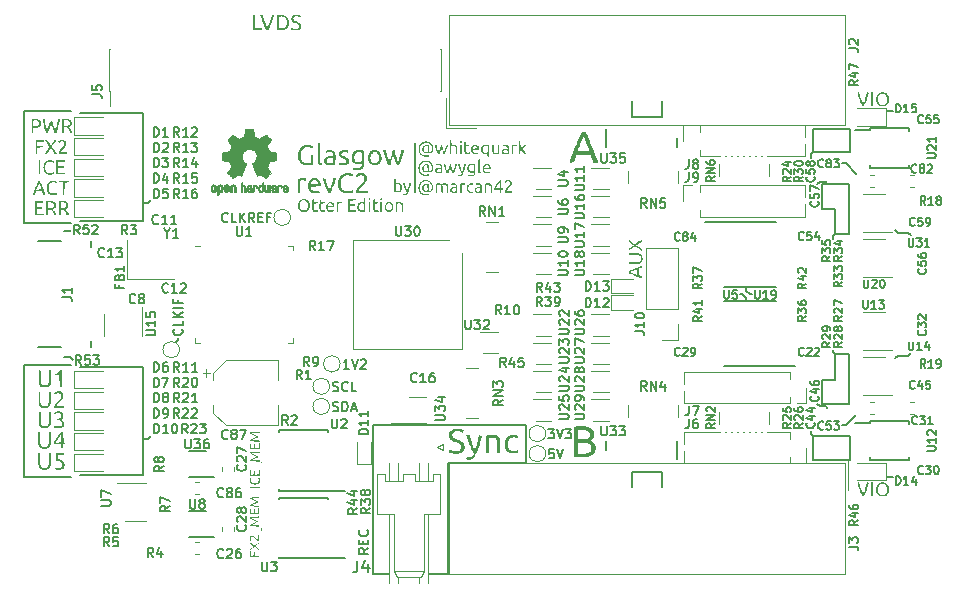
<source format=gto>
%FSLAX46Y46*%
%MOMM*%
%ADD10C,0.15*%
%ADD11C,0.2*%
%ADD12C,0.12*%
%ADD13C,0.01*%
%ADD14C,0.1*%
%ADD15C,0.8636*%
%ADD16R,1.45X0.6*%
%ADD17O,2.1X1*%
%ADD18O,1.6X1*%
%ADD19C,0.65*%
%ADD20R,1.45X0.3*%
%ADD21O,1.74X2.2*%
%ADD22R,3X1.6*%
%ADD23R,1.06X0.65*%
%ADD24R,0.65X0.35*%
%ADD25R,1X1.6*%
%ADD26R,1.4X1.2*%
%ADD27R,0.7X0.35*%
%ADD28R,0.7X0.6*%
%ADD29R,0.3X0.5*%
%ADD30R,0.45X0.5*%
%ADD31O,1.727X1.727*%
%ADD32R,1.727X1.727*%
%ADD33O,1X1*%
%ADD34R,1X1*%
%ADD35O,1.7X1.7*%
%ADD36R,1.7X1.7*%
%ADD37C,0.5*%
%ADD38C,1*%
%ADD39C,1.5*%
%ADD40R,0.8X0.3*%
%ADD41R,1.5X0.45*%
%ADD42R,0.3X0.8*%
%ADD43R,1.45X0.45*%
%ADD44R,0.74X2.4*%
%ADD45O,0.28X1*%
%ADD46O,1X0.28*%
%ADD47R,0.65X1.06*%
%ADD48R,1.55X0.6*%
%ADD49R,0.6X0.7*%
%ADD50C,0.8*%
%ADD51C,7*%
D10*
%LPD*%
G01X55100000Y-90175000D02*
X54650000D01*
X55150000Y-100800000D02*
X54625000D01*
X55425000Y-101075000D02*
X55150000Y-100800000D01*
D11*
X85550000Y-119150000D02*
X87175000D01*
D10*
X64250000Y-99400000D02*
Y-99200000D01*
X64100000Y-99550000D02*
X64250000Y-99400000D01*
X124300000Y-111000000D02*
X124800000D01*
X124300000Y-80000000D02*
X124800000D01*
X125000000Y-90100000D02*
X125200000Y-90300000D01*
X126100000D01*
X126300000Y-90500000D01*
X120500000Y-84400000D02*
X120800000D01*
X117850000Y-107350000D02*
Y-107050000D01*
X118000000Y-107500000D02*
X117850000Y-107350000D01*
Y-83650000D02*
Y-83950000D01*
X118000000Y-83500000D02*
X117850000Y-83650000D01*
X112050000Y-95500000D02*
X111850000D01*
X112350000Y-95800000D02*
X112050000Y-95500000D01*
X112350000Y-96050000D02*
Y-95800000D01*
X112700000Y-95500000D02*
X112900000D01*
X112400000Y-95200000D02*
X112700000Y-95500000D01*
X112400000Y-94950000D02*
Y-95200000D01*
X55225000Y-90050000D02*
X55100000Y-90175000D01*
X61700000Y-107800000D02*
X61300000D01*
X62000000Y-107500000D02*
X61700000Y-107800000D01*
Y-87800000D02*
X61300000D01*
X62000000Y-87500000D02*
X61700000Y-87800000D01*
X120800000Y-84400000D02*
X121700000Y-85300000D01*
X118600000Y-105000000D02*
X118400000Y-104800000D01*
X119100000Y-105000000D02*
X119200000Y-105100000D01*
X119100000Y-105000000D02*
X118600000D01*
X119100000Y-86000000D02*
X119200000Y-85900000D01*
X118600000Y-86000000D02*
X118400000Y-86200000D01*
X119100000Y-86000000D02*
X118600000D01*
X121200000Y-82700000D02*
Y-81500000D01*
X118000000D02*
Y-83500000D01*
X121200000D01*
Y-81500000D01*
X118000000D01*
X121200000Y-107500000D02*
X118000000D01*
X121200000Y-109500000D02*
Y-107500000D01*
X118000000Y-109500000D02*
X121200000D01*
X118000000Y-107500000D02*
Y-109500000D01*
X119700000Y-100400000D02*
Y-100200000D01*
X119900000Y-100600000D02*
X119700000Y-100400000D01*
X118800000Y-102800000D02*
X119900000D01*
X118800000Y-104800000D02*
Y-102800000D01*
X121100000Y-104800000D02*
X118800000D01*
X121100000Y-100600000D02*
Y-104800000D01*
X119900000Y-100600000D02*
X121100000D01*
X119900000Y-102800000D02*
Y-100600000D01*
D11*
X87175000Y-109775000D02*
Y-119150000D01*
X93700000Y-109775000D02*
X87175000D01*
D10*
X80361904Y-117014285D02*
X79980952Y-117280952D01*
X80361904Y-117471428D02*
X79561904D01*
Y-117166666D01*
X79600000Y-117090476D01*
X79638095Y-117052380D01*
X79714285Y-117014285D01*
X79828571D01*
X79904761Y-117052380D01*
X79942857Y-117090476D01*
X79980952Y-117166666D01*
Y-117471428D01*
X79942857Y-116671428D02*
Y-116404761D01*
X80361904Y-116290476D02*
Y-116671428D01*
X79561904D01*
Y-116290476D01*
X80285714Y-115490476D02*
X80323809Y-115528571D01*
X80361904Y-115642857D01*
Y-115719047D01*
X80323809Y-115833333D01*
X80247619Y-115909523D01*
X80171428Y-115947619D01*
X80019047Y-115985714D01*
X79904761D01*
X79752380Y-115947619D01*
X79676190Y-115909523D01*
X79600000Y-115833333D01*
X79561904Y-115719047D01*
Y-115642857D01*
X79600000Y-115528571D01*
X79638095Y-115490476D01*
X78757023Y-101811904D02*
X78299880D01*
X78528452D02*
Y-101011904D01*
X78452261Y-101126190D01*
X78376071Y-101202380D01*
X78299880Y-101240476D01*
X78985595Y-101011904D02*
X79252261Y-101811904D01*
X79518928Y-101011904D01*
X79747500Y-101088095D02*
X79785595Y-101050000D01*
X79861785Y-101011904D01*
X80052261D01*
X80128452Y-101050000D01*
X80166547Y-101088095D01*
X80204642Y-101164285D01*
Y-101240476D01*
X80166547Y-101354761D01*
X79709404Y-101811904D01*
X80204642D01*
X120800000Y-106600000D02*
X121700000Y-105700000D01*
X120500000Y-106600000D02*
X120800000D01*
X126100000Y-100700000D02*
X126300000Y-100500000D01*
X125200000Y-100700000D02*
X126100000D01*
X125000000Y-100900000D02*
X125200000Y-100700000D01*
X119700000Y-90600000D02*
Y-90800000D01*
X119900000Y-90400000D02*
X119700000Y-90600000D01*
X119900000Y-88300000D02*
Y-90400000D01*
X118800000Y-88300000D02*
X119900000D01*
X118800000D02*
Y-86200000D01*
X121100000Y-90400000D02*
X119900000D01*
X121100000Y-86200000D02*
Y-90400000D01*
X118800000Y-86200000D02*
X121100000D01*
X61300000Y-110800000D02*
Y-101700000D01*
X56000000Y-110800000D02*
X61300000D01*
Y-101700000D02*
X56000000D01*
D11*
X80800000Y-119150000D02*
X82125000D01*
X80800000Y-106600000D02*
Y-119150000D01*
X93700000Y-106600000D02*
Y-109775000D01*
X80800000Y-106600000D02*
X93700000D01*
D10*
X61300000Y-80200000D02*
X56000000D01*
X61300000Y-89300000D02*
Y-80200000D01*
X56000000Y-89300000D02*
X61300000D01*
D11*
X84300000Y-82700000D02*
Y-86850000D01*
X55250000Y-80000000D02*
X51250000D01*
Y-89500000D01*
X55250000D01*
D10*
X64585714Y-98459523D02*
X64623809Y-98497619D01*
X64661904Y-98611904D01*
Y-98688095D01*
X64623809Y-98802380D01*
X64547619Y-98878571D01*
X64471428Y-98916666D01*
X64319047Y-98954761D01*
X64204761D01*
X64052380Y-98916666D01*
X63976190Y-98878571D01*
X63900000Y-98802380D01*
X63861904Y-98688095D01*
Y-98611904D01*
X63900000Y-98497619D01*
X63938095Y-98459523D01*
X64661904Y-97735714D02*
Y-98116666D01*
X63861904D01*
X64661904Y-97469047D02*
X63861904D01*
X64661904Y-97011904D02*
X64204761Y-97354761D01*
X63861904Y-97011904D02*
X64319047Y-97469047D01*
X64661904Y-96669047D02*
X63861904D01*
X64242857Y-96021428D02*
Y-96288095D01*
X64661904D02*
X63861904D01*
Y-95907142D01*
D11*
X51250000Y-111000000D02*
X55250000D01*
X51250000Y-101500000D02*
Y-111000000D01*
X55250000Y-101500000D02*
X51250000D01*
D10*
X68492976Y-89335714D02*
X68454880Y-89373809D01*
X68340595Y-89411904D01*
X68264404D01*
X68150119Y-89373809D01*
X68073928Y-89297619D01*
X68035833Y-89221428D01*
X67997738Y-89069047D01*
Y-88954761D01*
X68035833Y-88802380D01*
X68073928Y-88726190D01*
X68150119Y-88650000D01*
X68264404Y-88611904D01*
X68340595D01*
X68454880Y-88650000D01*
X68492976Y-88688095D01*
X69216785Y-89411904D02*
X68835833D01*
Y-88611904D01*
X69483452Y-89411904D02*
Y-88611904D01*
X69940595Y-89411904D02*
X69597738Y-88954761D01*
X69940595Y-88611904D02*
X69483452Y-89069047D01*
X70740595Y-89411904D02*
X70473928Y-89030952D01*
X70283452Y-89411904D02*
Y-88611904D01*
X70588214D01*
X70664404Y-88650000D01*
X70702500Y-88688095D01*
X70740595Y-88764285D01*
Y-88878571D01*
X70702500Y-88954761D01*
X70664404Y-88992857D01*
X70588214Y-89030952D01*
X70283452D01*
X71083452Y-88992857D02*
X71350119D01*
X71464404Y-89411904D02*
X71083452D01*
Y-88611904D01*
X71464404D01*
X72073928Y-88992857D02*
X71807261D01*
Y-89411904D02*
Y-88611904D01*
X72188214D01*
X77399880Y-105373809D02*
X77514166Y-105411904D01*
X77704642D01*
X77780833Y-105373809D01*
X77818928Y-105335714D01*
X77857023Y-105259523D01*
Y-105183333D01*
X77818928Y-105107142D01*
X77780833Y-105069047D01*
X77704642Y-105030952D01*
X77552261Y-104992857D01*
X77476071Y-104954761D01*
X77437976Y-104916666D01*
X77399880Y-104840476D01*
Y-104764285D01*
X77437976Y-104688095D01*
X77476071Y-104650000D01*
X77552261Y-104611904D01*
X77742738D01*
X77857023Y-104650000D01*
X78199880Y-105411904D02*
Y-104611904D01*
X78390357D01*
X78504642Y-104650000D01*
X78580833Y-104726190D01*
X78618928Y-104802380D01*
X78657023Y-104954761D01*
Y-105069047D01*
X78618928Y-105221428D01*
X78580833Y-105297619D01*
X78504642Y-105373809D01*
X78390357Y-105411904D01*
X78199880D01*
X78961785Y-105183333D02*
X79342738D01*
X78885595Y-105411904D02*
X79152261Y-104611904D01*
X79418928Y-105411904D01*
X77399880Y-103673809D02*
X77514166Y-103711904D01*
X77704642D01*
X77780833Y-103673809D01*
X77818928Y-103635714D01*
X77857023Y-103559523D01*
Y-103483333D01*
X77818928Y-103407142D01*
X77780833Y-103369047D01*
X77704642Y-103330952D01*
X77552261Y-103292857D01*
X77476071Y-103254761D01*
X77437976Y-103216666D01*
X77399880Y-103140476D01*
Y-103064285D01*
X77437976Y-102988095D01*
X77476071Y-102950000D01*
X77552261Y-102911904D01*
X77742738D01*
X77857023Y-102950000D01*
X78657023Y-103635714D02*
X78618928Y-103673809D01*
X78504642Y-103711904D01*
X78428452D01*
X78314166Y-103673809D01*
X78237976Y-103597619D01*
X78199880Y-103521428D01*
X78161785Y-103369047D01*
Y-103254761D01*
X78199880Y-103102380D01*
X78237976Y-103026190D01*
X78314166Y-102950000D01*
X78428452Y-102911904D01*
X78504642D01*
X78618928Y-102950000D01*
X78657023Y-102988095D01*
X79380833Y-103711904D02*
X78999880D01*
Y-102911904D01*
X95611785Y-106911904D02*
X96107023D01*
X95840357Y-107216666D01*
X95954642D01*
X96030833Y-107254761D01*
X96068928Y-107292857D01*
X96107023Y-107369047D01*
Y-107559523D01*
X96068928Y-107635714D01*
X96030833Y-107673809D01*
X95954642Y-107711904D01*
X95726071D01*
X95649880Y-107673809D01*
X95611785Y-107635714D01*
X96335595Y-106911904D02*
X96602261Y-107711904D01*
X96868928Y-106911904D01*
X97059404D02*
X97554642D01*
X97287976Y-107216666D01*
X97402261D01*
X97478452Y-107254761D01*
X97516547Y-107292857D01*
X97554642Y-107369047D01*
Y-107559523D01*
X97516547Y-107635714D01*
X97478452Y-107673809D01*
X97402261Y-107711904D01*
X97173690D01*
X97097500Y-107673809D01*
X97059404Y-107635714D01*
X96068928Y-108611904D02*
X95687976D01*
X95649880Y-108992857D01*
X95687976Y-108954761D01*
X95764166Y-108916666D01*
X95954642D01*
X96030833Y-108954761D01*
X96068928Y-108992857D01*
X96107023Y-109069047D01*
Y-109259523D01*
X96068928Y-109335714D01*
X96030833Y-109373809D01*
X95954642Y-109411904D01*
X95764166D01*
X95687976Y-109373809D01*
X95649880Y-109335714D01*
X96335595Y-108611904D02*
X96602261Y-109411904D01*
X96868928Y-108611904D01*
D11*
X105270000Y-80524000D02*
Y-79178000D01*
X102730000Y-80524000D02*
Y-79178000D01*
Y-80524000D02*
X105270000D01*
Y-110523000D02*
Y-111793000D01*
X102730000Y-110523000D02*
X105270000D01*
X102730000Y-111793000D02*
Y-110523000D01*
D10*
X56900000Y-99475000D02*
Y-99975000D01*
Y-90975000D02*
Y-91475000D01*
X54400000Y-90975000D02*
X52400000D01*
Y-99975000D02*
X54400000D01*
D12*
X86243000Y-108400000D02*
X86751000Y-108146000D01*
Y-108654000D01*
X86243000Y-108400000D01*
X85100000Y-114115000D02*
X86497000D01*
X85100000D02*
Y-118941000D01*
X82560000Y-114115000D02*
Y-118941000D01*
X82941000Y-119449000D02*
Y-119957000D01*
X82179000Y-114115000D02*
Y-119957000D01*
X84719000Y-119449000D02*
Y-119957000D01*
X85481000Y-114115000D02*
Y-119957000D01*
Y-109797000D02*
Y-111321000D01*
X84719000Y-109797000D02*
Y-111321000D01*
X82941000Y-109797000D02*
Y-111321000D01*
X82179000Y-109797000D02*
Y-111321000D01*
X85862000Y-110686000D02*
X86497000D01*
X83322000D02*
X84338000D01*
X86497000D02*
Y-114115000D01*
X82560000D02*
X81163000D01*
Y-110686000D01*
X81798000D01*
X85100000Y-118941000D02*
X82560000D01*
X85100000D02*
X84850000Y-119449000D01*
X82814000D01*
X82560000Y-118941000D01*
X85862000Y-111321000D02*
Y-110686000D01*
Y-111321000D02*
X84338000D01*
Y-110686000D02*
Y-111321000D01*
X83322000D02*
Y-110686000D01*
Y-111321000D02*
X81798000D01*
Y-110686000D02*
Y-111321000D01*
X72760000Y-106610000D02*
Y-104910000D01*
Y-101090000D02*
Y-102790000D01*
X68304437Y-101090000D02*
X72760000D01*
X68304437Y-106610000D02*
X72760000D01*
X67240000Y-105545563D02*
Y-104910000D01*
Y-102154437D02*
Y-102790000D01*
Y-102154437D02*
X68304437Y-101090000D01*
X67240000Y-105545563D02*
X68304437Y-106610000D01*
X66375000Y-102165000D02*
X67000000D01*
X66687500Y-101852500D02*
Y-102477500D01*
X122300000Y-90210000D02*
X124750000D01*
X124100000Y-86990000D02*
X122300000D01*
D10*
X66625000Y-108800000D02*
X65175000D01*
X67350000Y-111000000D02*
X65175000D01*
X66625000Y-113900000D02*
X65175000D01*
X67350000Y-116100000D02*
X65175000D01*
D12*
X66071267Y-111390000D02*
X65728733D01*
X66071267Y-112410000D02*
X65728733D01*
X59925000Y-94250000D02*
X63925000D01*
X59925000Y-90950000D02*
Y-94250000D01*
X55490000Y-110485000D02*
X57950000D01*
X55490000Y-109015000D02*
Y-110485000D01*
X57950000Y-109015000D02*
X55490000D01*
Y-108735000D02*
X57950000D01*
X55490000Y-107265000D02*
Y-108735000D01*
X57950000Y-107265000D02*
X55490000D01*
Y-106985000D02*
X57950000D01*
X55490000Y-105515000D02*
Y-106985000D01*
X57950000Y-105515000D02*
X55490000D01*
Y-105235000D02*
X57950000D01*
X55490000Y-103765000D02*
Y-105235000D01*
X57950000Y-103765000D02*
X55490000D01*
Y-103485000D02*
X57950000D01*
X55490000Y-102015000D02*
Y-103485000D01*
X57950000Y-102015000D02*
X55490000D01*
Y-88985000D02*
X57950000D01*
X55490000Y-87515000D02*
Y-88985000D01*
X57950000Y-87515000D02*
X55490000D01*
Y-87235000D02*
X57950000D01*
X55490000Y-85765000D02*
Y-87235000D01*
X57950000Y-85765000D02*
X55490000D01*
Y-85485000D02*
X57950000D01*
X55490000Y-84015000D02*
Y-85485000D01*
X57950000Y-84015000D02*
X55490000D01*
Y-83735000D02*
X57950000D01*
X55490000Y-82265000D02*
Y-83735000D01*
X57950000Y-82265000D02*
X55490000D01*
Y-81985000D02*
X57950000D01*
X55490000Y-80515000D02*
Y-81985000D01*
X57950000Y-80515000D02*
X55490000D01*
X124260000Y-79765000D02*
X121800000D01*
X124260000Y-81235000D02*
Y-79765000D01*
X121800000Y-81235000D02*
X124260000D01*
Y-109765000D02*
X121800000D01*
X124260000Y-111235000D02*
Y-109765000D01*
X121800000Y-111235000D02*
X124260000D01*
X89850000Y-98700000D02*
X91400000D01*
Y-100500000D02*
X90100000D01*
X80600000Y-108000000D02*
Y-109850000D01*
X79400000Y-108000000D02*
Y-109850000D01*
X80600000D01*
D10*
X106500000Y-83050000D02*
Y-82300000D01*
X100500000Y-83050000D02*
Y-81550000D01*
Y-107950000D02*
Y-108700000D01*
X106500000Y-107950000D02*
Y-109450000D01*
D12*
X86970000Y-81425000D02*
Y-78885000D01*
Y-81425000D02*
X89510000D01*
X87220000Y-81175000D02*
Y-71825000D01*
X120780000Y-81175000D02*
X87220000D01*
X120780000Y-71825000D02*
Y-81175000D01*
X87220000Y-71825000D02*
X120780000D01*
X117460000Y-103420000D02*
Y-104750000D01*
X116700000D01*
X116065000D02*
X107115000D01*
Y-103727530D02*
Y-104750000D01*
Y-102090000D02*
Y-103112470D01*
X116065000Y-102090000D02*
X107115000D01*
X116065000Y-104180000D02*
Y-104750000D01*
Y-102090000D02*
Y-102660000D01*
X117460000Y-108500000D02*
Y-109830000D01*
X116700000D01*
X116065000D02*
X107115000D01*
Y-108807530D02*
Y-109830000D01*
Y-107170000D02*
Y-108192470D01*
X116065000Y-107170000D02*
X107115000D01*
X116065000Y-109260000D02*
Y-109830000D01*
Y-107170000D02*
Y-107740000D01*
X106600000Y-99370000D02*
X105270000D01*
X106600000Y-98040000D02*
Y-99370000D01*
Y-96770000D02*
X103940000D01*
Y-91630000D01*
X106600000Y-96770000D02*
Y-91630000D01*
X103940000D01*
X88325000Y-91975000D02*
Y-100125000D01*
X79075000D01*
Y-90875000D02*
Y-100125000D01*
X87225000Y-90875000D02*
X79075000D01*
X122300000Y-94010000D02*
X124750000D01*
X124100000Y-90790000D02*
X122300000D01*
X121030000Y-109575000D02*
Y-112115000D01*
Y-109575000D02*
X118490000D01*
X120780000Y-109825000D02*
Y-119175000D01*
X87220000Y-109825000D02*
X120780000D01*
X87220000Y-119175000D02*
Y-109825000D01*
X120780000Y-119175000D02*
X87220000D01*
X91350000Y-89380000D02*
X90350000D01*
X91350000Y-93620000D02*
X90350000D01*
X82300000Y-106410000D02*
X85300000D01*
X83800000Y-104190000D02*
X85300000D01*
D10*
X108925000Y-89400000D02*
X114900000D01*
X110500000Y-94925000D02*
X114900000D01*
D12*
X107040000Y-87600000D02*
Y-86270000D01*
X107800000D01*
X108435000D02*
X117385000D01*
Y-87292470D02*
Y-86270000D01*
Y-88930000D02*
Y-87907530D01*
X108435000Y-88930000D02*
X117385000D01*
X108435000Y-86840000D02*
Y-86270000D01*
Y-88930000D02*
Y-88360000D01*
D10*
X116475000Y-101600000D02*
X110500000D01*
X114900000Y-96075000D02*
X110500000D01*
D12*
X107040000Y-82500000D02*
Y-81170000D01*
X107800000D01*
X108435000D02*
X117385000D01*
Y-82192470D02*
Y-81170000D01*
Y-83830000D02*
Y-82807530D01*
X108435000Y-83830000D02*
X117385000D01*
X108435000Y-81740000D02*
Y-81170000D01*
Y-83830000D02*
Y-83260000D01*
X99200000Y-87200000D02*
X100750000D01*
Y-89000000D02*
X99450000D01*
X94300000Y-84800000D02*
X95850000D01*
Y-86600000D02*
X94550000D01*
X94300000Y-87200000D02*
X95850000D01*
Y-89000000D02*
X94550000D01*
X94300000Y-89600000D02*
X95850000D01*
Y-91400000D02*
X94550000D01*
X94300000Y-92000000D02*
X95850000D01*
Y-93800000D02*
X94550000D01*
X99200000Y-84800000D02*
X100750000D01*
Y-86600000D02*
X99450000D01*
X99200000Y-89600000D02*
X100750000D01*
Y-91400000D02*
X99450000D01*
X126571267Y-85390000D02*
X126228733D01*
X126571267Y-86410000D02*
X126228733D01*
X122828733D02*
X123171267D01*
X122828733Y-85390000D02*
X123171267D01*
X110080000Y-105500000D02*
Y-106500000D01*
X114320000Y-105500000D02*
Y-106500000D01*
X122828733Y-105610000D02*
X123171267D01*
X122828733Y-104590000D02*
X123171267D01*
D10*
X122825000Y-81600000D02*
X121575000D01*
X122825000Y-84775000D02*
X126175000D01*
X122825000Y-81425000D02*
X126175000D01*
X122825000Y-84775000D02*
Y-84525000D01*
X126175000Y-84775000D02*
Y-84525000D01*
Y-81425000D02*
Y-81675000D01*
X122825000Y-81425000D02*
Y-81600000D01*
D12*
X114320000Y-85500000D02*
Y-84500000D01*
X110080000Y-85500000D02*
Y-84500000D01*
X102380000Y-85100000D02*
Y-86100000D01*
X106620000Y-85100000D02*
Y-86100000D01*
X86465000Y-74735000D02*
X86530000D01*
X86465000Y-78265000D02*
X86530000D01*
X58470000Y-74735000D02*
X58535000D01*
X58470000Y-78265000D02*
X58535000D01*
Y-79590000D02*
Y-78265000D01*
X86530000D02*
Y-74735000D01*
X58470000Y-78265000D02*
Y-74735000D01*
X99200000Y-102000000D02*
X100750000D01*
Y-103800000D02*
X99450000D01*
X99200000Y-104400000D02*
X100750000D01*
Y-106200000D02*
X99450000D01*
X99200000Y-99600000D02*
X100750000D01*
Y-101400000D02*
X99450000D01*
X99200000Y-97200000D02*
X100750000D01*
Y-99000000D02*
X99450000D01*
X94300000Y-104400000D02*
X95850000D01*
Y-106200000D02*
X94550000D01*
X94300000Y-102000000D02*
X95850000D01*
Y-103800000D02*
X94550000D01*
X94300000Y-99600000D02*
X95850000D01*
Y-101400000D02*
X94550000D01*
X99200000Y-92000000D02*
X100750000D01*
Y-93800000D02*
X99450000D01*
X94300000Y-97200000D02*
X95850000D01*
Y-99000000D02*
X94550000D01*
G75*
G01X78000000Y-101400000D02*
G03I-700000J0D01*
G01X64400000Y-100200000D02*
G03I-700000J0D01*
G01X66130000Y-91380000D02*
X65730000D01*
X73970000Y-99620000D02*
X73570000D01*
X73970000Y-99220000D02*
Y-99620000D01*
X65730000D02*
X66130000D01*
X65730000D02*
Y-99220000D01*
X73970000Y-91380000D02*
Y-91780000D01*
X73570000Y-91380000D02*
X73970000D01*
X66071267Y-116490000D02*
X65728733D01*
X66071267Y-117510000D02*
X65728733D01*
X69010000Y-110471267D02*
Y-110128733D01*
X67990000Y-110471267D02*
Y-110128733D01*
X126571267Y-104590000D02*
X126228733D01*
X126571267Y-105610000D02*
X126228733D01*
X69010000Y-115571267D02*
Y-115228733D01*
X67990000Y-115571267D02*
Y-115228733D01*
X89700000Y-101730000D02*
X88700000D01*
X89700000Y-105970000D02*
X88700000D01*
X106620000Y-105900000D02*
Y-104900000D01*
X102380000Y-105900000D02*
Y-104900000D01*
X61210000Y-99000000D02*
Y-96550000D01*
X57990000Y-97200000D02*
Y-99000000D01*
G01X73800000Y-89000000D02*
G03I-700000J0D01*
G01X77100000Y-103300000D02*
G03I-700000J0D01*
G01Y-105000000D02*
G03I-700000J0D01*
D10*
G01X122825000Y-106400000D02*
X121575000D01*
X122825000Y-109575000D02*
X126175000D01*
X122825000Y-106225000D02*
X126175000D01*
X122825000Y-109575000D02*
Y-109325000D01*
X126175000Y-109575000D02*
Y-109325000D01*
Y-106225000D02*
Y-106475000D01*
X122825000Y-106225000D02*
Y-106400000D01*
D12*
X122300000Y-104010000D02*
X124750000D01*
X124100000Y-100790000D02*
X122300000D01*
Y-100210000D02*
X124750000D01*
X124100000Y-96990000D02*
X122300000D01*
G01X95400000Y-107300000D02*
G03I-700000J0D01*
G01Y-109000000D02*
G03I-700000J0D01*
G01X61600000Y-111490000D02*
X59150000D01*
X59800000Y-114710000D02*
X61600000D01*
D10*
X76975000Y-117825000D02*
X78375000D01*
X76975000Y-112725000D02*
X72825000D01*
X76975000Y-117875000D02*
X72825000D01*
X76975000Y-112725000D02*
Y-112870000D01*
X72825000Y-112725000D02*
Y-112870000D01*
Y-117875000D02*
Y-117730000D01*
X76975000Y-117875000D02*
Y-117825000D01*
Y-112125000D02*
X78375000D01*
X76975000Y-107025000D02*
X72825000D01*
X76975000Y-112175000D02*
X72825000D01*
X76975000Y-107025000D02*
Y-107170000D01*
X72825000Y-107025000D02*
Y-107170000D01*
Y-112175000D02*
Y-112030000D01*
X76975000Y-112175000D02*
Y-112125000D01*
G36*
D13*
X70403910Y-81542348D02*
X70482454Y-81542778D01*
X70539298Y-81543942D01*
X70578105Y-81546207D01*
X70602538Y-81549940D01*
X70616262Y-81555506D01*
X70622940Y-81563273D01*
X70626236Y-81573605D01*
X70626556Y-81574943D01*
X70631562Y-81599079D01*
X70640829Y-81646701D01*
X70653392Y-81712741D01*
X70668287Y-81792128D01*
X70684551Y-81879796D01*
X70685119Y-81882875D01*
X70701410Y-81968789D01*
X70716652Y-82044696D01*
X70729861Y-82106045D01*
X70740054Y-82148282D01*
X70746248Y-82166855D01*
X70746543Y-82167184D01*
X70764788Y-82176253D01*
X70802405Y-82191367D01*
X70851271Y-82209262D01*
X70851543Y-82209358D01*
X70913093Y-82232493D01*
X70985657Y-82261965D01*
X71054057Y-82291597D01*
X71057294Y-82293062D01*
X71168702Y-82343626D01*
X71415399Y-82175160D01*
X71491077Y-82123803D01*
X71559631Y-82077889D01*
X71617088Y-82040030D01*
X71659476Y-82012837D01*
X71682825Y-81998921D01*
X71685042Y-81997889D01*
X71702010Y-82002484D01*
X71733701Y-82024655D01*
X71781352Y-82065447D01*
X71846198Y-82125905D01*
X71912397Y-82190227D01*
X71976214Y-82253612D01*
X72033329Y-82311451D01*
X72080305Y-82360175D01*
X72113703Y-82396210D01*
X72130085Y-82415984D01*
X72130694Y-82417002D01*
X72132505Y-82430572D01*
X72125683Y-82452733D01*
X72108540Y-82486478D01*
X72079393Y-82534800D01*
X72036555Y-82600692D01*
X71979448Y-82685517D01*
X71928766Y-82760177D01*
X71883461Y-82827140D01*
X71846150Y-82882516D01*
X71819452Y-82922420D01*
X71805985Y-82942962D01*
X71805137Y-82944356D01*
X71806781Y-82964038D01*
X71819245Y-83002293D01*
X71840048Y-83051889D01*
X71847462Y-83067728D01*
X71879814Y-83138290D01*
X71914328Y-83218353D01*
X71942365Y-83287629D01*
X71962568Y-83339045D01*
X71978615Y-83378119D01*
X71987888Y-83398541D01*
X71989041Y-83400114D01*
X72006096Y-83402721D01*
X72046298Y-83409863D01*
X72104302Y-83420523D01*
X72174763Y-83433685D01*
X72252335Y-83448333D01*
X72331672Y-83463449D01*
X72407431Y-83478018D01*
X72474264Y-83491022D01*
X72526828Y-83501445D01*
X72559776Y-83508270D01*
X72567857Y-83510199D01*
X72576205Y-83514962D01*
X72582506Y-83525718D01*
X72587045Y-83546098D01*
X72590104Y-83579734D01*
X72591967Y-83630255D01*
X72592918Y-83701292D01*
X72593240Y-83796476D01*
X72593257Y-83835492D01*
Y-84152799D01*
X72517057Y-84167839D01*
X72474663Y-84175995D01*
X72411400Y-84187899D01*
X72334962Y-84202116D01*
X72253043Y-84217210D01*
X72230400Y-84221355D01*
X72154806Y-84236053D01*
X72088953Y-84250505D01*
X72038366Y-84263375D01*
X72008574Y-84273322D01*
X72003612Y-84276287D01*
X71991426Y-84297283D01*
X71973953Y-84337967D01*
X71954577Y-84390322D01*
X71950734Y-84401600D01*
X71925339Y-84471523D01*
X71893817Y-84550418D01*
X71862969Y-84621266D01*
X71862817Y-84621595D01*
X71811447Y-84732733D01*
X71980399Y-84981253D01*
X72149352Y-85229772D01*
X71932429Y-85447058D01*
X71866819Y-85511726D01*
X71806979Y-85568733D01*
X71756267Y-85615033D01*
X71718046Y-85647584D01*
X71695675Y-85663343D01*
X71692466Y-85664343D01*
X71673626Y-85656469D01*
X71635180Y-85634578D01*
X71581330Y-85601267D01*
X71516276Y-85559131D01*
X71445940Y-85511943D01*
X71374555Y-85463810D01*
X71310908Y-85421928D01*
X71259041Y-85388871D01*
X71222995Y-85367218D01*
X71206867Y-85359543D01*
X71187189Y-85366037D01*
X71149875Y-85383150D01*
X71102621Y-85407326D01*
X71097612Y-85410013D01*
X71033977Y-85441927D01*
X70990341Y-85457579D01*
X70963202Y-85457745D01*
X70949057Y-85443204D01*
X70948975Y-85443000D01*
X70941905Y-85425779D01*
X70925042Y-85384899D01*
X70899695Y-85323525D01*
X70867171Y-85244819D01*
X70828778Y-85151947D01*
X70785822Y-85048072D01*
X70744222Y-84947502D01*
X70698504Y-84836516D01*
X70656526Y-84733703D01*
X70619548Y-84642215D01*
X70588827Y-84565201D01*
X70565622Y-84505815D01*
X70551190Y-84467209D01*
X70546743Y-84452800D01*
X70557896Y-84436272D01*
X70587069Y-84409930D01*
X70625971Y-84380887D01*
X70736757Y-84289039D01*
X70823351Y-84183759D01*
X70884716Y-84067266D01*
X70919815Y-83941776D01*
X70927608Y-83809507D01*
X70921943Y-83748457D01*
X70891078Y-83621795D01*
X70837920Y-83509941D01*
X70765767Y-83414001D01*
X70677917Y-83335076D01*
X70577665Y-83274270D01*
X70468310Y-83232687D01*
X70353147Y-83211428D01*
X70235475Y-83211599D01*
X70118590Y-83234301D01*
X70005789Y-83280638D01*
X69900369Y-83351713D01*
X69856368Y-83391911D01*
X69771979Y-83495129D01*
X69713222Y-83607925D01*
X69679704Y-83727010D01*
X69671035Y-83849095D01*
X69686823Y-83970893D01*
X69726678Y-84089116D01*
X69790207Y-84200475D01*
X69877021Y-84301684D01*
X69974029Y-84380887D01*
X70014437Y-84411162D01*
X70042982Y-84437219D01*
X70053257Y-84452825D01*
X70047877Y-84469843D01*
X70032575Y-84510500D01*
X70008612Y-84571642D01*
X69977244Y-84650119D01*
X69939732Y-84742780D01*
X69897333Y-84846472D01*
X69855663Y-84947526D01*
X69809690Y-85058607D01*
X69767107Y-85161541D01*
X69729221Y-85253165D01*
X69697340Y-85330316D01*
X69672771Y-85389831D01*
X69656820Y-85428544D01*
X69650910Y-85443000D01*
X69636948Y-85457685D01*
X69609940Y-85457642D01*
X69566413Y-85442099D01*
X69502890Y-85410284D01*
X69502388Y-85410013D01*
X69454560Y-85385323D01*
X69415897Y-85367338D01*
X69394095Y-85359614D01*
X69393133Y-85359543D01*
X69376721Y-85367378D01*
X69340487Y-85389165D01*
X69288474Y-85422328D01*
X69224725Y-85464291D01*
X69154060Y-85511943D01*
X69082116Y-85560191D01*
X69017274Y-85602151D01*
X68963735Y-85635227D01*
X68925697Y-85656821D01*
X68907533Y-85664343D01*
X68890808Y-85654457D01*
X68857180Y-85626826D01*
X68810010Y-85584495D01*
X68752658Y-85530505D01*
X68688484Y-85467899D01*
X68667497Y-85446983D01*
X68450499Y-85229623D01*
X68615668Y-84987220D01*
X68665864Y-84912781D01*
X68709919Y-84845972D01*
X68745362Y-84790665D01*
X68769719Y-84750729D01*
X68780522Y-84730036D01*
X68780838Y-84728563D01*
X68775143Y-84709058D01*
X68759826Y-84669822D01*
X68737537Y-84617430D01*
X68721893Y-84582355D01*
X68692641Y-84515201D01*
X68665094Y-84447358D01*
X68643737Y-84390034D01*
X68637935Y-84372572D01*
X68621452Y-84325938D01*
X68605340Y-84289905D01*
X68596490Y-84276287D01*
X68576960Y-84267952D01*
X68534334Y-84256137D01*
X68474145Y-84242181D01*
X68401922Y-84227422D01*
X68369600Y-84221355D01*
X68287522Y-84206273D01*
X68208795Y-84191669D01*
X68141109Y-84178980D01*
X68092160Y-84169642D01*
X68082943Y-84167839D01*
X68006743Y-84152799D01*
Y-83835492D01*
X68006914Y-83731154D01*
X68007616Y-83652213D01*
X68009134Y-83595038D01*
X68011749Y-83555999D01*
X68015746Y-83531465D01*
X68021409Y-83517805D01*
X68029020Y-83511389D01*
X68032143Y-83510199D01*
X68050978Y-83505980D01*
X68092588Y-83497562D01*
X68151630Y-83485961D01*
X68222757Y-83472195D01*
X68300625Y-83457280D01*
X68379887Y-83442232D01*
X68455198Y-83428069D01*
X68521213Y-83415806D01*
X68572587Y-83406461D01*
X68603975Y-83401050D01*
X68610959Y-83400114D01*
X68617285Y-83387596D01*
X68631290Y-83354246D01*
X68650355Y-83306377D01*
X68657634Y-83287629D01*
X68686996Y-83215195D01*
X68721571Y-83135170D01*
X68752537Y-83067728D01*
X68775323Y-83016159D01*
X68790482Y-82973785D01*
X68795542Y-82947834D01*
X68794736Y-82944356D01*
X68784041Y-82927936D01*
X68759620Y-82891417D01*
X68724095Y-82838687D01*
X68680087Y-82773635D01*
X68630217Y-82700151D01*
X68620356Y-82685645D01*
X68562492Y-82599704D01*
X68519956Y-82534261D01*
X68491054Y-82486304D01*
X68474090Y-82452820D01*
X68467367Y-82430795D01*
X68469190Y-82417217D01*
X68469236Y-82417131D01*
X68483586Y-82399297D01*
X68515323Y-82364817D01*
X68561010Y-82317268D01*
X68617204Y-82260222D01*
X68680468Y-82197255D01*
X68687602Y-82190227D01*
X68767330Y-82113020D01*
X68828857Y-82056330D01*
X68873421Y-82019110D01*
X68902257Y-82000315D01*
X68914958Y-81997889D01*
X68933494Y-82008471D01*
X68971961Y-82032916D01*
X69026386Y-82068612D01*
X69092798Y-82112947D01*
X69167225Y-82163311D01*
X69184601Y-82175160D01*
X69431297Y-82343626D01*
X69542706Y-82293062D01*
X69610457Y-82263595D01*
X69683183Y-82233959D01*
X69745703Y-82210330D01*
X69748457Y-82209358D01*
X69797360Y-82191457D01*
X69835057Y-82176320D01*
X69853425Y-82167210D01*
X69853456Y-82167184D01*
X69859285Y-82150717D01*
X69869192Y-82110219D01*
X69882195Y-82050242D01*
X69897309Y-81975340D01*
X69913552Y-81890064D01*
X69914881Y-81882875D01*
X69931175Y-81795014D01*
X69946133Y-81715260D01*
X69958791Y-81648681D01*
X69968186Y-81600347D01*
X69973354Y-81575325D01*
X69973444Y-81574943D01*
X69976589Y-81564299D01*
X69982704Y-81556262D01*
X69995453Y-81550467D01*
X70018500Y-81546547D01*
X70055509Y-81544135D01*
X70110144Y-81542865D01*
X70186067Y-81542371D01*
X70286944Y-81542286D01*
X70300000D01*
X70403910Y-81542348D01*
G37*
X70482454Y-81542778D01*
X70539298Y-81543942D01*
X70578105Y-81546207D01*
X70602538Y-81549940D01*
X70616262Y-81555506D01*
X70622940Y-81563273D01*
X70626236Y-81573605D01*
X70626556Y-81574943D01*
X70631562Y-81599079D01*
X70640829Y-81646701D01*
X70653392Y-81712741D01*
X70668287Y-81792128D01*
X70684551Y-81879796D01*
X70685119Y-81882875D01*
X70701410Y-81968789D01*
X70716652Y-82044696D01*
X70729861Y-82106045D01*
X70740054Y-82148282D01*
X70746248Y-82166855D01*
X70746543Y-82167184D01*
X70764788Y-82176253D01*
X70802405Y-82191367D01*
X70851271Y-82209262D01*
X70851543Y-82209358D01*
X70913093Y-82232493D01*
X70985657Y-82261965D01*
X71054057Y-82291597D01*
X71057294Y-82293062D01*
X71168702Y-82343626D01*
X71415399Y-82175160D01*
X71491077Y-82123803D01*
X71559631Y-82077889D01*
X71617088Y-82040030D01*
X71659476Y-82012837D01*
X71682825Y-81998921D01*
X71685042Y-81997889D01*
X71702010Y-82002484D01*
X71733701Y-82024655D01*
X71781352Y-82065447D01*
X71846198Y-82125905D01*
X71912397Y-82190227D01*
X71976214Y-82253612D01*
X72033329Y-82311451D01*
X72080305Y-82360175D01*
X72113703Y-82396210D01*
X72130085Y-82415984D01*
X72130694Y-82417002D01*
X72132505Y-82430572D01*
X72125683Y-82452733D01*
X72108540Y-82486478D01*
X72079393Y-82534800D01*
X72036555Y-82600692D01*
X71979448Y-82685517D01*
X71928766Y-82760177D01*
X71883461Y-82827140D01*
X71846150Y-82882516D01*
X71819452Y-82922420D01*
X71805985Y-82942962D01*
X71805137Y-82944356D01*
X71806781Y-82964038D01*
X71819245Y-83002293D01*
X71840048Y-83051889D01*
X71847462Y-83067728D01*
X71879814Y-83138290D01*
X71914328Y-83218353D01*
X71942365Y-83287629D01*
X71962568Y-83339045D01*
X71978615Y-83378119D01*
X71987888Y-83398541D01*
X71989041Y-83400114D01*
X72006096Y-83402721D01*
X72046298Y-83409863D01*
X72104302Y-83420523D01*
X72174763Y-83433685D01*
X72252335Y-83448333D01*
X72331672Y-83463449D01*
X72407431Y-83478018D01*
X72474264Y-83491022D01*
X72526828Y-83501445D01*
X72559776Y-83508270D01*
X72567857Y-83510199D01*
X72576205Y-83514962D01*
X72582506Y-83525718D01*
X72587045Y-83546098D01*
X72590104Y-83579734D01*
X72591967Y-83630255D01*
X72592918Y-83701292D01*
X72593240Y-83796476D01*
X72593257Y-83835492D01*
Y-84152799D01*
X72517057Y-84167839D01*
X72474663Y-84175995D01*
X72411400Y-84187899D01*
X72334962Y-84202116D01*
X72253043Y-84217210D01*
X72230400Y-84221355D01*
X72154806Y-84236053D01*
X72088953Y-84250505D01*
X72038366Y-84263375D01*
X72008574Y-84273322D01*
X72003612Y-84276287D01*
X71991426Y-84297283D01*
X71973953Y-84337967D01*
X71954577Y-84390322D01*
X71950734Y-84401600D01*
X71925339Y-84471523D01*
X71893817Y-84550418D01*
X71862969Y-84621266D01*
X71862817Y-84621595D01*
X71811447Y-84732733D01*
X71980399Y-84981253D01*
X72149352Y-85229772D01*
X71932429Y-85447058D01*
X71866819Y-85511726D01*
X71806979Y-85568733D01*
X71756267Y-85615033D01*
X71718046Y-85647584D01*
X71695675Y-85663343D01*
X71692466Y-85664343D01*
X71673626Y-85656469D01*
X71635180Y-85634578D01*
X71581330Y-85601267D01*
X71516276Y-85559131D01*
X71445940Y-85511943D01*
X71374555Y-85463810D01*
X71310908Y-85421928D01*
X71259041Y-85388871D01*
X71222995Y-85367218D01*
X71206867Y-85359543D01*
X71187189Y-85366037D01*
X71149875Y-85383150D01*
X71102621Y-85407326D01*
X71097612Y-85410013D01*
X71033977Y-85441927D01*
X70990341Y-85457579D01*
X70963202Y-85457745D01*
X70949057Y-85443204D01*
X70948975Y-85443000D01*
X70941905Y-85425779D01*
X70925042Y-85384899D01*
X70899695Y-85323525D01*
X70867171Y-85244819D01*
X70828778Y-85151947D01*
X70785822Y-85048072D01*
X70744222Y-84947502D01*
X70698504Y-84836516D01*
X70656526Y-84733703D01*
X70619548Y-84642215D01*
X70588827Y-84565201D01*
X70565622Y-84505815D01*
X70551190Y-84467209D01*
X70546743Y-84452800D01*
X70557896Y-84436272D01*
X70587069Y-84409930D01*
X70625971Y-84380887D01*
X70736757Y-84289039D01*
X70823351Y-84183759D01*
X70884716Y-84067266D01*
X70919815Y-83941776D01*
X70927608Y-83809507D01*
X70921943Y-83748457D01*
X70891078Y-83621795D01*
X70837920Y-83509941D01*
X70765767Y-83414001D01*
X70677917Y-83335076D01*
X70577665Y-83274270D01*
X70468310Y-83232687D01*
X70353147Y-83211428D01*
X70235475Y-83211599D01*
X70118590Y-83234301D01*
X70005789Y-83280638D01*
X69900369Y-83351713D01*
X69856368Y-83391911D01*
X69771979Y-83495129D01*
X69713222Y-83607925D01*
X69679704Y-83727010D01*
X69671035Y-83849095D01*
X69686823Y-83970893D01*
X69726678Y-84089116D01*
X69790207Y-84200475D01*
X69877021Y-84301684D01*
X69974029Y-84380887D01*
X70014437Y-84411162D01*
X70042982Y-84437219D01*
X70053257Y-84452825D01*
X70047877Y-84469843D01*
X70032575Y-84510500D01*
X70008612Y-84571642D01*
X69977244Y-84650119D01*
X69939732Y-84742780D01*
X69897333Y-84846472D01*
X69855663Y-84947526D01*
X69809690Y-85058607D01*
X69767107Y-85161541D01*
X69729221Y-85253165D01*
X69697340Y-85330316D01*
X69672771Y-85389831D01*
X69656820Y-85428544D01*
X69650910Y-85443000D01*
X69636948Y-85457685D01*
X69609940Y-85457642D01*
X69566413Y-85442099D01*
X69502890Y-85410284D01*
X69502388Y-85410013D01*
X69454560Y-85385323D01*
X69415897Y-85367338D01*
X69394095Y-85359614D01*
X69393133Y-85359543D01*
X69376721Y-85367378D01*
X69340487Y-85389165D01*
X69288474Y-85422328D01*
X69224725Y-85464291D01*
X69154060Y-85511943D01*
X69082116Y-85560191D01*
X69017274Y-85602151D01*
X68963735Y-85635227D01*
X68925697Y-85656821D01*
X68907533Y-85664343D01*
X68890808Y-85654457D01*
X68857180Y-85626826D01*
X68810010Y-85584495D01*
X68752658Y-85530505D01*
X68688484Y-85467899D01*
X68667497Y-85446983D01*
X68450499Y-85229623D01*
X68615668Y-84987220D01*
X68665864Y-84912781D01*
X68709919Y-84845972D01*
X68745362Y-84790665D01*
X68769719Y-84750729D01*
X68780522Y-84730036D01*
X68780838Y-84728563D01*
X68775143Y-84709058D01*
X68759826Y-84669822D01*
X68737537Y-84617430D01*
X68721893Y-84582355D01*
X68692641Y-84515201D01*
X68665094Y-84447358D01*
X68643737Y-84390034D01*
X68637935Y-84372572D01*
X68621452Y-84325938D01*
X68605340Y-84289905D01*
X68596490Y-84276287D01*
X68576960Y-84267952D01*
X68534334Y-84256137D01*
X68474145Y-84242181D01*
X68401922Y-84227422D01*
X68369600Y-84221355D01*
X68287522Y-84206273D01*
X68208795Y-84191669D01*
X68141109Y-84178980D01*
X68092160Y-84169642D01*
X68082943Y-84167839D01*
X68006743Y-84152799D01*
Y-83835492D01*
X68006914Y-83731154D01*
X68007616Y-83652213D01*
X68009134Y-83595038D01*
X68011749Y-83555999D01*
X68015746Y-83531465D01*
X68021409Y-83517805D01*
X68029020Y-83511389D01*
X68032143Y-83510199D01*
X68050978Y-83505980D01*
X68092588Y-83497562D01*
X68151630Y-83485961D01*
X68222757Y-83472195D01*
X68300625Y-83457280D01*
X68379887Y-83442232D01*
X68455198Y-83428069D01*
X68521213Y-83415806D01*
X68572587Y-83406461D01*
X68603975Y-83401050D01*
X68610959Y-83400114D01*
X68617285Y-83387596D01*
X68631290Y-83354246D01*
X68650355Y-83306377D01*
X68657634Y-83287629D01*
X68686996Y-83215195D01*
X68721571Y-83135170D01*
X68752537Y-83067728D01*
X68775323Y-83016159D01*
X68790482Y-82973785D01*
X68795542Y-82947834D01*
X68794736Y-82944356D01*
X68784041Y-82927936D01*
X68759620Y-82891417D01*
X68724095Y-82838687D01*
X68680087Y-82773635D01*
X68630217Y-82700151D01*
X68620356Y-82685645D01*
X68562492Y-82599704D01*
X68519956Y-82534261D01*
X68491054Y-82486304D01*
X68474090Y-82452820D01*
X68467367Y-82430795D01*
X68469190Y-82417217D01*
X68469236Y-82417131D01*
X68483586Y-82399297D01*
X68515323Y-82364817D01*
X68561010Y-82317268D01*
X68617204Y-82260222D01*
X68680468Y-82197255D01*
X68687602Y-82190227D01*
X68767330Y-82113020D01*
X68828857Y-82056330D01*
X68873421Y-82019110D01*
X68902257Y-82000315D01*
X68914958Y-81997889D01*
X68933494Y-82008471D01*
X68971961Y-82032916D01*
X69026386Y-82068612D01*
X69092798Y-82112947D01*
X69167225Y-82163311D01*
X69184601Y-82175160D01*
X69431297Y-82343626D01*
X69542706Y-82293062D01*
X69610457Y-82263595D01*
X69683183Y-82233959D01*
X69745703Y-82210330D01*
X69748457Y-82209358D01*
X69797360Y-82191457D01*
X69835057Y-82176320D01*
X69853425Y-82167210D01*
X69853456Y-82167184D01*
X69859285Y-82150717D01*
X69869192Y-82110219D01*
X69882195Y-82050242D01*
X69897309Y-81975340D01*
X69913552Y-81890064D01*
X69914881Y-81882875D01*
X69931175Y-81795014D01*
X69946133Y-81715260D01*
X69958791Y-81648681D01*
X69968186Y-81600347D01*
X69973354Y-81575325D01*
X69973444Y-81574943D01*
X69976589Y-81564299D01*
X69982704Y-81556262D01*
X69995453Y-81550467D01*
X70018500Y-81546547D01*
X70055509Y-81544135D01*
X70110144Y-81542865D01*
X70186067Y-81542371D01*
X70286944Y-81542286D01*
X70300000D01*
X70403910Y-81542348D01*
G36*
X73453595Y-86266966D02*
X73511021Y-86304497D01*
X73538719Y-86338096D01*
X73560662Y-86399064D01*
X73562405Y-86447308D01*
X73558457Y-86511816D01*
X73409686Y-86576934D01*
X73337349Y-86610202D01*
X73290084Y-86636964D01*
X73265507Y-86660144D01*
X73261237Y-86682667D01*
X73274889Y-86707455D01*
X73289943Y-86723886D01*
X73333746Y-86750235D01*
X73381389Y-86752081D01*
X73425145Y-86731546D01*
X73457289Y-86690752D01*
X73463038Y-86676347D01*
X73490576Y-86631356D01*
X73522258Y-86612182D01*
X73565714Y-86595779D01*
Y-86657966D01*
X73561872Y-86700283D01*
X73546823Y-86735969D01*
X73515280Y-86776943D01*
X73510592Y-86782267D01*
X73475506Y-86818720D01*
X73445347Y-86838283D01*
X73407615Y-86847283D01*
X73376335Y-86850230D01*
X73320385Y-86850965D01*
X73280555Y-86841660D01*
X73255708Y-86827846D01*
X73216656Y-86797467D01*
X73189625Y-86764613D01*
X73172517Y-86723294D01*
X73163238Y-86667521D01*
X73159693Y-86591305D01*
X73159410Y-86552622D01*
X73160372Y-86506247D01*
X73248007D01*
X73249023Y-86531126D01*
X73251556Y-86535200D01*
X73268274Y-86529665D01*
X73304249Y-86515017D01*
X73352331Y-86494190D01*
X73362386Y-86489714D01*
X73423152Y-86458814D01*
X73456632Y-86431657D01*
X73463990Y-86406220D01*
X73446391Y-86380481D01*
X73431856Y-86369109D01*
X73379410Y-86346364D01*
X73330322Y-86350122D01*
X73289227Y-86377884D01*
X73260758Y-86427152D01*
X73251631Y-86466257D01*
X73248007Y-86506247D01*
X73160372D01*
X73161285Y-86462249D01*
X73168196Y-86395384D01*
X73181884Y-86346695D01*
X73204096Y-86310849D01*
X73236574Y-86282513D01*
X73250733Y-86273355D01*
X73315053Y-86249507D01*
X73385473Y-86248006D01*
X73453595Y-86266966D01*
G37*
X73511021Y-86304497D01*
X73538719Y-86338096D01*
X73560662Y-86399064D01*
X73562405Y-86447308D01*
X73558457Y-86511816D01*
X73409686Y-86576934D01*
X73337349Y-86610202D01*
X73290084Y-86636964D01*
X73265507Y-86660144D01*
X73261237Y-86682667D01*
X73274889Y-86707455D01*
X73289943Y-86723886D01*
X73333746Y-86750235D01*
X73381389Y-86752081D01*
X73425145Y-86731546D01*
X73457289Y-86690752D01*
X73463038Y-86676347D01*
X73490576Y-86631356D01*
X73522258Y-86612182D01*
X73565714Y-86595779D01*
Y-86657966D01*
X73561872Y-86700283D01*
X73546823Y-86735969D01*
X73515280Y-86776943D01*
X73510592Y-86782267D01*
X73475506Y-86818720D01*
X73445347Y-86838283D01*
X73407615Y-86847283D01*
X73376335Y-86850230D01*
X73320385Y-86850965D01*
X73280555Y-86841660D01*
X73255708Y-86827846D01*
X73216656Y-86797467D01*
X73189625Y-86764613D01*
X73172517Y-86723294D01*
X73163238Y-86667521D01*
X73159693Y-86591305D01*
X73159410Y-86552622D01*
X73160372Y-86506247D01*
X73248007D01*
X73249023Y-86531126D01*
X73251556Y-86535200D01*
X73268274Y-86529665D01*
X73304249Y-86515017D01*
X73352331Y-86494190D01*
X73362386Y-86489714D01*
X73423152Y-86458814D01*
X73456632Y-86431657D01*
X73463990Y-86406220D01*
X73446391Y-86380481D01*
X73431856Y-86369109D01*
X73379410Y-86346364D01*
X73330322Y-86350122D01*
X73289227Y-86377884D01*
X73260758Y-86427152D01*
X73251631Y-86466257D01*
X73248007Y-86506247D01*
X73160372D01*
X73161285Y-86462249D01*
X73168196Y-86395384D01*
X73181884Y-86346695D01*
X73204096Y-86310849D01*
X73236574Y-86282513D01*
X73250733Y-86273355D01*
X73315053Y-86249507D01*
X73385473Y-86248006D01*
X73453595Y-86266966D01*
G36*
X72952600Y-86258752D02*
X72969948Y-86266334D01*
X73011356Y-86299128D01*
X73046765Y-86346547D01*
X73068664Y-86397151D01*
X73072229Y-86422098D01*
X73060279Y-86456927D01*
X73034067Y-86475357D01*
X73005964Y-86486516D01*
X72993095Y-86488572D01*
X72986829Y-86473649D01*
X72974456Y-86441175D01*
X72969028Y-86426502D01*
X72938590Y-86375744D01*
X72894520Y-86350427D01*
X72838010Y-86351206D01*
X72833825Y-86352203D01*
X72803655Y-86366507D01*
X72781476Y-86394393D01*
X72766327Y-86439287D01*
X72757250Y-86504615D01*
X72753286Y-86593804D01*
X72752914Y-86641261D01*
X72752730Y-86716071D01*
X72751522Y-86767069D01*
X72748309Y-86799471D01*
X72742109Y-86818495D01*
X72731940Y-86829356D01*
X72716819Y-86837272D01*
X72715946Y-86837670D01*
X72686828Y-86849981D01*
X72672403Y-86854514D01*
X72670186Y-86840809D01*
X72668289Y-86802925D01*
X72666847Y-86745715D01*
X72665998Y-86674027D01*
X72665829Y-86621565D01*
X72666692Y-86520047D01*
X72670070Y-86443032D01*
X72677142Y-86386023D01*
X72689088Y-86344526D01*
X72707090Y-86314043D01*
X72732327Y-86290080D01*
X72757247Y-86273355D01*
X72817171Y-86251097D01*
X72886911Y-86246076D01*
X72952600Y-86258752D01*
G37*
X72969948Y-86266334D01*
X73011356Y-86299128D01*
X73046765Y-86346547D01*
X73068664Y-86397151D01*
X73072229Y-86422098D01*
X73060279Y-86456927D01*
X73034067Y-86475357D01*
X73005964Y-86486516D01*
X72993095Y-86488572D01*
X72986829Y-86473649D01*
X72974456Y-86441175D01*
X72969028Y-86426502D01*
X72938590Y-86375744D01*
X72894520Y-86350427D01*
X72838010Y-86351206D01*
X72833825Y-86352203D01*
X72803655Y-86366507D01*
X72781476Y-86394393D01*
X72766327Y-86439287D01*
X72757250Y-86504615D01*
X72753286Y-86593804D01*
X72752914Y-86641261D01*
X72752730Y-86716071D01*
X72751522Y-86767069D01*
X72748309Y-86799471D01*
X72742109Y-86818495D01*
X72731940Y-86829356D01*
X72716819Y-86837272D01*
X72715946Y-86837670D01*
X72686828Y-86849981D01*
X72672403Y-86854514D01*
X72670186Y-86840809D01*
X72668289Y-86802925D01*
X72666847Y-86745715D01*
X72665998Y-86674027D01*
X72665829Y-86621565D01*
X72666692Y-86520047D01*
X72670070Y-86443032D01*
X72677142Y-86386023D01*
X72689088Y-86344526D01*
X72707090Y-86314043D01*
X72732327Y-86290080D01*
X72757247Y-86273355D01*
X72817171Y-86251097D01*
X72886911Y-86246076D01*
X72952600Y-86258752D01*
G36*
X72444876Y-86256335D02*
X72486667Y-86275344D01*
X72519469Y-86298378D01*
X72543503Y-86324133D01*
X72560097Y-86357358D01*
X72570577Y-86402800D01*
X72576271Y-86465207D01*
X72578507Y-86549327D01*
X72578743Y-86604721D01*
Y-86820826D01*
X72541774Y-86837670D01*
X72512656Y-86849981D01*
X72498231Y-86854514D01*
X72495472Y-86841025D01*
X72493282Y-86804653D01*
X72491942Y-86751542D01*
X72491657Y-86709372D01*
X72490434Y-86648447D01*
X72487136Y-86600115D01*
X72482321Y-86570518D01*
X72478496Y-86564229D01*
X72452783Y-86570652D01*
X72412418Y-86587125D01*
X72365679Y-86609458D01*
X72320845Y-86633457D01*
X72286193Y-86654930D01*
X72270002Y-86669685D01*
X72269938Y-86669845D01*
X72271330Y-86697152D01*
X72283818Y-86723219D01*
X72305743Y-86744392D01*
X72337743Y-86751474D01*
X72365092Y-86750649D01*
X72403826Y-86750042D01*
X72424158Y-86759116D01*
X72436369Y-86783092D01*
X72437909Y-86787613D01*
X72443203Y-86821806D01*
X72429047Y-86842568D01*
X72392148Y-86852462D01*
X72352289Y-86854292D01*
X72280562Y-86840727D01*
X72243432Y-86821355D01*
X72197576Y-86775845D01*
X72173256Y-86719983D01*
X72171073Y-86660957D01*
X72191629Y-86605953D01*
X72222549Y-86571486D01*
X72253420Y-86552189D01*
X72301942Y-86527759D01*
X72358485Y-86502985D01*
X72367910Y-86499199D01*
X72430019Y-86471791D01*
X72465822Y-86447634D01*
X72477337Y-86423619D01*
X72466580Y-86396635D01*
X72448114Y-86375543D01*
X72404469Y-86349572D01*
X72356446Y-86347624D01*
X72312406Y-86367637D01*
X72280709Y-86407551D01*
X72276549Y-86417848D01*
X72252327Y-86455724D01*
X72216965Y-86483842D01*
X72172343Y-86506917D01*
Y-86441485D01*
X72174969Y-86401506D01*
X72186230Y-86369997D01*
X72211199Y-86336378D01*
X72235169Y-86310484D01*
X72272441Y-86273817D01*
X72301401Y-86254121D01*
X72332505Y-86246220D01*
X72367713Y-86244914D01*
X72444876Y-86256335D01*
G37*
X72486667Y-86275344D01*
X72519469Y-86298378D01*
X72543503Y-86324133D01*
X72560097Y-86357358D01*
X72570577Y-86402800D01*
X72576271Y-86465207D01*
X72578507Y-86549327D01*
X72578743Y-86604721D01*
Y-86820826D01*
X72541774Y-86837670D01*
X72512656Y-86849981D01*
X72498231Y-86854514D01*
X72495472Y-86841025D01*
X72493282Y-86804653D01*
X72491942Y-86751542D01*
X72491657Y-86709372D01*
X72490434Y-86648447D01*
X72487136Y-86600115D01*
X72482321Y-86570518D01*
X72478496Y-86564229D01*
X72452783Y-86570652D01*
X72412418Y-86587125D01*
X72365679Y-86609458D01*
X72320845Y-86633457D01*
X72286193Y-86654930D01*
X72270002Y-86669685D01*
X72269938Y-86669845D01*
X72271330Y-86697152D01*
X72283818Y-86723219D01*
X72305743Y-86744392D01*
X72337743Y-86751474D01*
X72365092Y-86750649D01*
X72403826Y-86750042D01*
X72424158Y-86759116D01*
X72436369Y-86783092D01*
X72437909Y-86787613D01*
X72443203Y-86821806D01*
X72429047Y-86842568D01*
X72392148Y-86852462D01*
X72352289Y-86854292D01*
X72280562Y-86840727D01*
X72243432Y-86821355D01*
X72197576Y-86775845D01*
X72173256Y-86719983D01*
X72171073Y-86660957D01*
X72191629Y-86605953D01*
X72222549Y-86571486D01*
X72253420Y-86552189D01*
X72301942Y-86527759D01*
X72358485Y-86502985D01*
X72367910Y-86499199D01*
X72430019Y-86471791D01*
X72465822Y-86447634D01*
X72477337Y-86423619D01*
X72466580Y-86396635D01*
X72448114Y-86375543D01*
X72404469Y-86349572D01*
X72356446Y-86347624D01*
X72312406Y-86367637D01*
X72280709Y-86407551D01*
X72276549Y-86417848D01*
X72252327Y-86455724D01*
X72216965Y-86483842D01*
X72172343Y-86506917D01*
Y-86441485D01*
X72174969Y-86401506D01*
X72186230Y-86369997D01*
X72211199Y-86336378D01*
X72235169Y-86310484D01*
X72272441Y-86273817D01*
X72301401Y-86254121D01*
X72332505Y-86246220D01*
X72367713Y-86244914D01*
X72444876Y-86256335D01*
G36*
X72079833Y-86258663D02*
X72082048Y-86296850D01*
X72083784Y-86354886D01*
X72084899Y-86428180D01*
X72085257Y-86505055D01*
Y-86765196D01*
X72039326Y-86811127D01*
X72007675Y-86839429D01*
X71979890Y-86850893D01*
X71941915Y-86850168D01*
X71926840Y-86848321D01*
X71879726Y-86842948D01*
X71840756Y-86839869D01*
X71831257Y-86839585D01*
X71799233Y-86841445D01*
X71753432Y-86846114D01*
X71735674Y-86848321D01*
X71692057Y-86851735D01*
X71662745Y-86844320D01*
X71633680Y-86821427D01*
X71623188Y-86811127D01*
X71577257Y-86765196D01*
Y-86278602D01*
X71614226Y-86261758D01*
X71646059Y-86249282D01*
X71664683Y-86244914D01*
X71669458Y-86258718D01*
X71673921Y-86297286D01*
X71677775Y-86356356D01*
X71680722Y-86431663D01*
X71682143Y-86495286D01*
X71686114Y-86745657D01*
X71720759Y-86750556D01*
X71752268Y-86747131D01*
X71767708Y-86736041D01*
X71772023Y-86715308D01*
X71775708Y-86671145D01*
X71778469Y-86609146D01*
X71780012Y-86534909D01*
X71780235Y-86496706D01*
X71780457Y-86276783D01*
X71826166Y-86260849D01*
X71858518Y-86250015D01*
X71876115Y-86244962D01*
X71876623Y-86244914D01*
X71878388Y-86258648D01*
X71880329Y-86296730D01*
X71882282Y-86354482D01*
X71884084Y-86427227D01*
X71885343Y-86495286D01*
X71889314Y-86745657D01*
X71976400D01*
X71980396Y-86517240D01*
X71984392Y-86288822D01*
X72026847Y-86266868D01*
X72058192Y-86251793D01*
X72076744Y-86244951D01*
X72077279Y-86244914D01*
X72079833Y-86258663D01*
G37*
X72082048Y-86296850D01*
X72083784Y-86354886D01*
X72084899Y-86428180D01*
X72085257Y-86505055D01*
Y-86765196D01*
X72039326Y-86811127D01*
X72007675Y-86839429D01*
X71979890Y-86850893D01*
X71941915Y-86850168D01*
X71926840Y-86848321D01*
X71879726Y-86842948D01*
X71840756Y-86839869D01*
X71831257Y-86839585D01*
X71799233Y-86841445D01*
X71753432Y-86846114D01*
X71735674Y-86848321D01*
X71692057Y-86851735D01*
X71662745Y-86844320D01*
X71633680Y-86821427D01*
X71623188Y-86811127D01*
X71577257Y-86765196D01*
Y-86278602D01*
X71614226Y-86261758D01*
X71646059Y-86249282D01*
X71664683Y-86244914D01*
X71669458Y-86258718D01*
X71673921Y-86297286D01*
X71677775Y-86356356D01*
X71680722Y-86431663D01*
X71682143Y-86495286D01*
X71686114Y-86745657D01*
X71720759Y-86750556D01*
X71752268Y-86747131D01*
X71767708Y-86736041D01*
X71772023Y-86715308D01*
X71775708Y-86671145D01*
X71778469Y-86609146D01*
X71780012Y-86534909D01*
X71780235Y-86496706D01*
X71780457Y-86276783D01*
X71826166Y-86260849D01*
X71858518Y-86250015D01*
X71876115Y-86244962D01*
X71876623Y-86244914D01*
X71878388Y-86258648D01*
X71880329Y-86296730D01*
X71882282Y-86354482D01*
X71884084Y-86427227D01*
X71885343Y-86495286D01*
X71889314Y-86745657D01*
X71976400D01*
X71980396Y-86517240D01*
X71984392Y-86288822D01*
X72026847Y-86266868D01*
X72058192Y-86251793D01*
X72076744Y-86244951D01*
X72077279Y-86244914D01*
X72079833Y-86258663D01*
G36*
X71490117Y-86365358D02*
X71489933Y-86473837D01*
X71489219Y-86557287D01*
X71487675Y-86619704D01*
X71485001Y-86665085D01*
X71480894Y-86697429D01*
X71475055Y-86720733D01*
X71467182Y-86738995D01*
X71461221Y-86749418D01*
X71411855Y-86805945D01*
X71349264Y-86841377D01*
X71280013Y-86854090D01*
X71210668Y-86842463D01*
X71169375Y-86821568D01*
X71126025Y-86785422D01*
X71096481Y-86741276D01*
X71078655Y-86683462D01*
X71070463Y-86606313D01*
X71069302Y-86549714D01*
X71069458Y-86545647D01*
X71170857D01*
X71171476Y-86610550D01*
X71174314Y-86653514D01*
X71180840Y-86681622D01*
X71192523Y-86701953D01*
X71206483Y-86717288D01*
X71253365Y-86746890D01*
X71303701Y-86749419D01*
X71351276Y-86724705D01*
X71354979Y-86721356D01*
X71370783Y-86703935D01*
X71380693Y-86683209D01*
X71386058Y-86652362D01*
X71388228Y-86604577D01*
X71388571Y-86551748D01*
X71387827Y-86485381D01*
X71384748Y-86441106D01*
X71378061Y-86412009D01*
X71366496Y-86391173D01*
X71357013Y-86380107D01*
X71312960Y-86352198D01*
X71262224Y-86348843D01*
X71213796Y-86370159D01*
X71204450Y-86378073D01*
X71188540Y-86395647D01*
X71178610Y-86416587D01*
X71173278Y-86447782D01*
X71171163Y-86496122D01*
X71170857Y-86545647D01*
X71069458D01*
X71072810Y-86458568D01*
X71084726Y-86390086D01*
X71107135Y-86338600D01*
X71142124Y-86298443D01*
X71169375Y-86277861D01*
X71218907Y-86255625D01*
X71276316Y-86245304D01*
X71329682Y-86248067D01*
X71359543Y-86259212D01*
X71371261Y-86262383D01*
X71379037Y-86250557D01*
X71384465Y-86218866D01*
X71388571Y-86170593D01*
X71393067Y-86116829D01*
X71399313Y-86084482D01*
X71410676Y-86065985D01*
X71430528Y-86053770D01*
X71443000Y-86048362D01*
X71490171Y-86028601D01*
X71490117Y-86365358D01*
G37*
X71489933Y-86473837D01*
X71489219Y-86557287D01*
X71487675Y-86619704D01*
X71485001Y-86665085D01*
X71480894Y-86697429D01*
X71475055Y-86720733D01*
X71467182Y-86738995D01*
X71461221Y-86749418D01*
X71411855Y-86805945D01*
X71349264Y-86841377D01*
X71280013Y-86854090D01*
X71210668Y-86842463D01*
X71169375Y-86821568D01*
X71126025Y-86785422D01*
X71096481Y-86741276D01*
X71078655Y-86683462D01*
X71070463Y-86606313D01*
X71069302Y-86549714D01*
X71069458Y-86545647D01*
X71170857D01*
X71171476Y-86610550D01*
X71174314Y-86653514D01*
X71180840Y-86681622D01*
X71192523Y-86701953D01*
X71206483Y-86717288D01*
X71253365Y-86746890D01*
X71303701Y-86749419D01*
X71351276Y-86724705D01*
X71354979Y-86721356D01*
X71370783Y-86703935D01*
X71380693Y-86683209D01*
X71386058Y-86652362D01*
X71388228Y-86604577D01*
X71388571Y-86551748D01*
X71387827Y-86485381D01*
X71384748Y-86441106D01*
X71378061Y-86412009D01*
X71366496Y-86391173D01*
X71357013Y-86380107D01*
X71312960Y-86352198D01*
X71262224Y-86348843D01*
X71213796Y-86370159D01*
X71204450Y-86378073D01*
X71188540Y-86395647D01*
X71178610Y-86416587D01*
X71173278Y-86447782D01*
X71171163Y-86496122D01*
X71170857Y-86545647D01*
X71069458D01*
X71072810Y-86458568D01*
X71084726Y-86390086D01*
X71107135Y-86338600D01*
X71142124Y-86298443D01*
X71169375Y-86277861D01*
X71218907Y-86255625D01*
X71276316Y-86245304D01*
X71329682Y-86248067D01*
X71359543Y-86259212D01*
X71371261Y-86262383D01*
X71379037Y-86250557D01*
X71384465Y-86218866D01*
X71388571Y-86170593D01*
X71393067Y-86116829D01*
X71399313Y-86084482D01*
X71410676Y-86065985D01*
X71430528Y-86053770D01*
X71443000Y-86048362D01*
X71490171Y-86028601D01*
X71490117Y-86365358D01*
G36*
X70829926Y-86249755D02*
X70895858Y-86274084D01*
X70949273Y-86317117D01*
X70970164Y-86347409D01*
X70992939Y-86402994D01*
X70992466Y-86443186D01*
X70968562Y-86470217D01*
X70959717Y-86474813D01*
X70921530Y-86489144D01*
X70902028Y-86485472D01*
X70895422Y-86461407D01*
X70895086Y-86448114D01*
X70882992Y-86399210D01*
X70851471Y-86364999D01*
X70807659Y-86348476D01*
X70758695Y-86352634D01*
X70718894Y-86374227D01*
X70705450Y-86386544D01*
X70695921Y-86401487D01*
X70689485Y-86424075D01*
X70685317Y-86459328D01*
X70682597Y-86512266D01*
X70680502Y-86587907D01*
X70679960Y-86611857D01*
X70677981Y-86693790D01*
X70675731Y-86751455D01*
X70672357Y-86789608D01*
X70667006Y-86813004D01*
X70658824Y-86826398D01*
X70646959Y-86834545D01*
X70639362Y-86838144D01*
X70607102Y-86850452D01*
X70588111Y-86854514D01*
X70581836Y-86840948D01*
X70578006Y-86799934D01*
X70576600Y-86730999D01*
X70577598Y-86633669D01*
X70577908Y-86618657D01*
X70580101Y-86529859D01*
X70582693Y-86465019D01*
X70586382Y-86419067D01*
X70591864Y-86386935D01*
X70599835Y-86363553D01*
X70610993Y-86343852D01*
X70616830Y-86335410D01*
X70650296Y-86298057D01*
X70687727Y-86269003D01*
X70692309Y-86266467D01*
X70759426Y-86246443D01*
X70829926Y-86249755D01*
G37*
X70895858Y-86274084D01*
X70949273Y-86317117D01*
X70970164Y-86347409D01*
X70992939Y-86402994D01*
X70992466Y-86443186D01*
X70968562Y-86470217D01*
X70959717Y-86474813D01*
X70921530Y-86489144D01*
X70902028Y-86485472D01*
X70895422Y-86461407D01*
X70895086Y-86448114D01*
X70882992Y-86399210D01*
X70851471Y-86364999D01*
X70807659Y-86348476D01*
X70758695Y-86352634D01*
X70718894Y-86374227D01*
X70705450Y-86386544D01*
X70695921Y-86401487D01*
X70689485Y-86424075D01*
X70685317Y-86459328D01*
X70682597Y-86512266D01*
X70680502Y-86587907D01*
X70679960Y-86611857D01*
X70677981Y-86693790D01*
X70675731Y-86751455D01*
X70672357Y-86789608D01*
X70667006Y-86813004D01*
X70658824Y-86826398D01*
X70646959Y-86834545D01*
X70639362Y-86838144D01*
X70607102Y-86850452D01*
X70588111Y-86854514D01*
X70581836Y-86840948D01*
X70578006Y-86799934D01*
X70576600Y-86730999D01*
X70577598Y-86633669D01*
X70577908Y-86618657D01*
X70580101Y-86529859D01*
X70582693Y-86465019D01*
X70586382Y-86419067D01*
X70591864Y-86386935D01*
X70599835Y-86363553D01*
X70610993Y-86343852D01*
X70616830Y-86335410D01*
X70650296Y-86298057D01*
X70687727Y-86269003D01*
X70692309Y-86266467D01*
X70759426Y-86246443D01*
X70829926Y-86249755D01*
G36*
X70339744Y-86250968D02*
X70396616Y-86272087D01*
X70397267Y-86272493D01*
X70432440Y-86298380D01*
X70458407Y-86328633D01*
X70476670Y-86368058D01*
X70488732Y-86421462D01*
X70496096Y-86493651D01*
X70500264Y-86589432D01*
X70500629Y-86603078D01*
X70505876Y-86808842D01*
X70461716Y-86831678D01*
X70429763Y-86847110D01*
X70410470Y-86854423D01*
X70409578Y-86854514D01*
X70406239Y-86841022D01*
X70403587Y-86804626D01*
X70401956Y-86751452D01*
X70401600Y-86708393D01*
X70401592Y-86638641D01*
X70398403Y-86594837D01*
X70387288Y-86573944D01*
X70363501Y-86572925D01*
X70322296Y-86588741D01*
X70260086Y-86617815D01*
X70214341Y-86641963D01*
X70190813Y-86662913D01*
X70183896Y-86685747D01*
X70183886Y-86686877D01*
X70195299Y-86726212D01*
X70229092Y-86747462D01*
X70280809Y-86750539D01*
X70318061Y-86750006D01*
X70337703Y-86760735D01*
X70349952Y-86786505D01*
X70357002Y-86819337D01*
X70346842Y-86837966D01*
X70343017Y-86840632D01*
X70307001Y-86851340D01*
X70256566Y-86852856D01*
X70204626Y-86845759D01*
X70167822Y-86832788D01*
X70116938Y-86789585D01*
X70088014Y-86729446D01*
X70082286Y-86682462D01*
X70086657Y-86640082D01*
X70102475Y-86605488D01*
X70133797Y-86574763D01*
X70184678Y-86543990D01*
X70259176Y-86509252D01*
X70263714Y-86507288D01*
X70330821Y-86476287D01*
X70372232Y-86450862D01*
X70389981Y-86428014D01*
X70386107Y-86404745D01*
X70362643Y-86378056D01*
X70355627Y-86371914D01*
X70308630Y-86348100D01*
X70259933Y-86349103D01*
X70217522Y-86372451D01*
X70189384Y-86415675D01*
X70186769Y-86424160D01*
X70161308Y-86465308D01*
X70129001Y-86485128D01*
X70082286Y-86504770D01*
Y-86453950D01*
X70096496Y-86380082D01*
X70138675Y-86312327D01*
X70160624Y-86289661D01*
X70210517Y-86260569D01*
X70273967Y-86247400D01*
X70339744Y-86250968D01*
G37*
X70396616Y-86272087D01*
X70397267Y-86272493D01*
X70432440Y-86298380D01*
X70458407Y-86328633D01*
X70476670Y-86368058D01*
X70488732Y-86421462D01*
X70496096Y-86493651D01*
X70500264Y-86589432D01*
X70500629Y-86603078D01*
X70505876Y-86808842D01*
X70461716Y-86831678D01*
X70429763Y-86847110D01*
X70410470Y-86854423D01*
X70409578Y-86854514D01*
X70406239Y-86841022D01*
X70403587Y-86804626D01*
X70401956Y-86751452D01*
X70401600Y-86708393D01*
X70401592Y-86638641D01*
X70398403Y-86594837D01*
X70387288Y-86573944D01*
X70363501Y-86572925D01*
X70322296Y-86588741D01*
X70260086Y-86617815D01*
X70214341Y-86641963D01*
X70190813Y-86662913D01*
X70183896Y-86685747D01*
X70183886Y-86686877D01*
X70195299Y-86726212D01*
X70229092Y-86747462D01*
X70280809Y-86750539D01*
X70318061Y-86750006D01*
X70337703Y-86760735D01*
X70349952Y-86786505D01*
X70357002Y-86819337D01*
X70346842Y-86837966D01*
X70343017Y-86840632D01*
X70307001Y-86851340D01*
X70256566Y-86852856D01*
X70204626Y-86845759D01*
X70167822Y-86832788D01*
X70116938Y-86789585D01*
X70088014Y-86729446D01*
X70082286Y-86682462D01*
X70086657Y-86640082D01*
X70102475Y-86605488D01*
X70133797Y-86574763D01*
X70184678Y-86543990D01*
X70259176Y-86509252D01*
X70263714Y-86507288D01*
X70330821Y-86476287D01*
X70372232Y-86450862D01*
X70389981Y-86428014D01*
X70386107Y-86404745D01*
X70362643Y-86378056D01*
X70355627Y-86371914D01*
X70308630Y-86348100D01*
X70259933Y-86349103D01*
X70217522Y-86372451D01*
X70189384Y-86415675D01*
X70186769Y-86424160D01*
X70161308Y-86465308D01*
X70129001Y-86485128D01*
X70082286Y-86504770D01*
Y-86453950D01*
X70096496Y-86380082D01*
X70138675Y-86312327D01*
X70160624Y-86289661D01*
X70210517Y-86260569D01*
X70273967Y-86247400D01*
X70339744Y-86250968D01*
G36*
X69675886Y-86151289D02*
X69680139Y-86210613D01*
X69685025Y-86245572D01*
X69691795Y-86260820D01*
X69701702Y-86261015D01*
X69704914Y-86259195D01*
X69747644Y-86246015D01*
X69803227Y-86246785D01*
X69859737Y-86260333D01*
X69895082Y-86277861D01*
X69931321Y-86305861D01*
X69957813Y-86337549D01*
X69975999Y-86377813D01*
X69987322Y-86431543D01*
X69993222Y-86503626D01*
X69995143Y-86598951D01*
X69995177Y-86617237D01*
X69995200Y-86822646D01*
X69949491Y-86838580D01*
X69917027Y-86849420D01*
X69899215Y-86854468D01*
X69898691Y-86854514D01*
X69896937Y-86840828D01*
X69895444Y-86803076D01*
X69894326Y-86746224D01*
X69893697Y-86675234D01*
X69893600Y-86632073D01*
X69893398Y-86546973D01*
X69892358Y-86485981D01*
X69889831Y-86444177D01*
X69885164Y-86416642D01*
X69877707Y-86398456D01*
X69866811Y-86384698D01*
X69860007Y-86378073D01*
X69813272Y-86351375D01*
X69762272Y-86349375D01*
X69716001Y-86371955D01*
X69707444Y-86380107D01*
X69694893Y-86395436D01*
X69686188Y-86413618D01*
X69680631Y-86439909D01*
X69677526Y-86479562D01*
X69676176Y-86537832D01*
X69675886Y-86618173D01*
Y-86822646D01*
X69630177Y-86838580D01*
X69597713Y-86849420D01*
X69579901Y-86854468D01*
X69579377Y-86854514D01*
X69578037Y-86840623D01*
X69576828Y-86801439D01*
X69575801Y-86740700D01*
X69575002Y-86662141D01*
X69574481Y-86569498D01*
X69574286Y-86466509D01*
Y-86069342D01*
X69621457Y-86049444D01*
X69668629Y-86029547D01*
X69675886Y-86151289D01*
G37*
X69680139Y-86210613D01*
X69685025Y-86245572D01*
X69691795Y-86260820D01*
X69701702Y-86261015D01*
X69704914Y-86259195D01*
X69747644Y-86246015D01*
X69803227Y-86246785D01*
X69859737Y-86260333D01*
X69895082Y-86277861D01*
X69931321Y-86305861D01*
X69957813Y-86337549D01*
X69975999Y-86377813D01*
X69987322Y-86431543D01*
X69993222Y-86503626D01*
X69995143Y-86598951D01*
X69995177Y-86617237D01*
X69995200Y-86822646D01*
X69949491Y-86838580D01*
X69917027Y-86849420D01*
X69899215Y-86854468D01*
X69898691Y-86854514D01*
X69896937Y-86840828D01*
X69895444Y-86803076D01*
X69894326Y-86746224D01*
X69893697Y-86675234D01*
X69893600Y-86632073D01*
X69893398Y-86546973D01*
X69892358Y-86485981D01*
X69889831Y-86444177D01*
X69885164Y-86416642D01*
X69877707Y-86398456D01*
X69866811Y-86384698D01*
X69860007Y-86378073D01*
X69813272Y-86351375D01*
X69762272Y-86349375D01*
X69716001Y-86371955D01*
X69707444Y-86380107D01*
X69694893Y-86395436D01*
X69686188Y-86413618D01*
X69680631Y-86439909D01*
X69677526Y-86479562D01*
X69676176Y-86537832D01*
X69675886Y-86618173D01*
Y-86822646D01*
X69630177Y-86838580D01*
X69597713Y-86849420D01*
X69579901Y-86854468D01*
X69579377Y-86854514D01*
X69578037Y-86840623D01*
X69576828Y-86801439D01*
X69575801Y-86740700D01*
X69575002Y-86662141D01*
X69574481Y-86569498D01*
X69574286Y-86466509D01*
Y-86069342D01*
X69621457Y-86049444D01*
X69668629Y-86029547D01*
X69675886Y-86151289D01*
G36*
X68468303Y-86231239D02*
X68525527Y-86269735D01*
X68569749Y-86325335D01*
X68596167Y-86396086D01*
X68601510Y-86448162D01*
X68600903Y-86469893D01*
X68595822Y-86486531D01*
X68581855Y-86501437D01*
X68554589Y-86517973D01*
X68509612Y-86539498D01*
X68442511Y-86569374D01*
X68442171Y-86569524D01*
X68380407Y-86597813D01*
X68329759Y-86622933D01*
X68295404Y-86642179D01*
X68282518Y-86652848D01*
X68282514Y-86652934D01*
X68293872Y-86676166D01*
X68320431Y-86701774D01*
X68350923Y-86720221D01*
X68366370Y-86723886D01*
X68408515Y-86711212D01*
X68444808Y-86679471D01*
X68462517Y-86644572D01*
X68479552Y-86618845D01*
X68512922Y-86589546D01*
X68552149Y-86564235D01*
X68586756Y-86550471D01*
X68593993Y-86549714D01*
X68602139Y-86562160D01*
X68602630Y-86593972D01*
X68596643Y-86636866D01*
X68585357Y-86682558D01*
X68569950Y-86722761D01*
X68569171Y-86724322D01*
X68522804Y-86789062D01*
X68462711Y-86833097D01*
X68394465Y-86854711D01*
X68323638Y-86852185D01*
X68255804Y-86823804D01*
X68252788Y-86821808D01*
X68199427Y-86773448D01*
X68164340Y-86710352D01*
X68144922Y-86627387D01*
X68142316Y-86604078D01*
X68137701Y-86494055D01*
X68143233Y-86442748D01*
X68282514D01*
X68284324Y-86474753D01*
X68294222Y-86484093D01*
X68318898Y-86477105D01*
X68357795Y-86460587D01*
X68401275Y-86439881D01*
X68402356Y-86439333D01*
X68439209Y-86419949D01*
X68454000Y-86407013D01*
X68450353Y-86393451D01*
X68434995Y-86375632D01*
X68395923Y-86349845D01*
X68353846Y-86347950D01*
X68316103Y-86366717D01*
X68290034Y-86402915D01*
X68282514Y-86442748D01*
X68143233D01*
X68147194Y-86406027D01*
X68171550Y-86336212D01*
X68205456Y-86287302D01*
X68266653Y-86237878D01*
X68334063Y-86213359D01*
X68402880Y-86211797D01*
X68468303Y-86231239D01*
G37*
X68525527Y-86269735D01*
X68569749Y-86325335D01*
X68596167Y-86396086D01*
X68601510Y-86448162D01*
X68600903Y-86469893D01*
X68595822Y-86486531D01*
X68581855Y-86501437D01*
X68554589Y-86517973D01*
X68509612Y-86539498D01*
X68442511Y-86569374D01*
X68442171Y-86569524D01*
X68380407Y-86597813D01*
X68329759Y-86622933D01*
X68295404Y-86642179D01*
X68282518Y-86652848D01*
X68282514Y-86652934D01*
X68293872Y-86676166D01*
X68320431Y-86701774D01*
X68350923Y-86720221D01*
X68366370Y-86723886D01*
X68408515Y-86711212D01*
X68444808Y-86679471D01*
X68462517Y-86644572D01*
X68479552Y-86618845D01*
X68512922Y-86589546D01*
X68552149Y-86564235D01*
X68586756Y-86550471D01*
X68593993Y-86549714D01*
X68602139Y-86562160D01*
X68602630Y-86593972D01*
X68596643Y-86636866D01*
X68585357Y-86682558D01*
X68569950Y-86722761D01*
X68569171Y-86724322D01*
X68522804Y-86789062D01*
X68462711Y-86833097D01*
X68394465Y-86854711D01*
X68323638Y-86852185D01*
X68255804Y-86823804D01*
X68252788Y-86821808D01*
X68199427Y-86773448D01*
X68164340Y-86710352D01*
X68144922Y-86627387D01*
X68142316Y-86604078D01*
X68137701Y-86494055D01*
X68143233Y-86442748D01*
X68282514D01*
X68284324Y-86474753D01*
X68294222Y-86484093D01*
X68318898Y-86477105D01*
X68357795Y-86460587D01*
X68401275Y-86439881D01*
X68402356Y-86439333D01*
X68439209Y-86419949D01*
X68454000Y-86407013D01*
X68450353Y-86393451D01*
X68434995Y-86375632D01*
X68395923Y-86349845D01*
X68353846Y-86347950D01*
X68316103Y-86366717D01*
X68290034Y-86402915D01*
X68282514Y-86442748D01*
X68143233D01*
X68147194Y-86406027D01*
X68171550Y-86336212D01*
X68205456Y-86287302D01*
X68266653Y-86237878D01*
X68334063Y-86213359D01*
X68402880Y-86211797D01*
X68468303Y-86231239D01*
G36*
X67341115Y-86221962D02*
X67409145Y-86257733D01*
X67459351Y-86315301D01*
X67477185Y-86352312D01*
X67491063Y-86407882D01*
X67498167Y-86478096D01*
X67498840Y-86554727D01*
X67493427Y-86629552D01*
X67482270Y-86694342D01*
X67465714Y-86740873D01*
X67460626Y-86748887D01*
X67400355Y-86808707D01*
X67328769Y-86844535D01*
X67251092Y-86855020D01*
X67172548Y-86838810D01*
X67150689Y-86829092D01*
X67108122Y-86799143D01*
X67070763Y-86759433D01*
X67067232Y-86754397D01*
X67052881Y-86730124D01*
X67043394Y-86704178D01*
X67037790Y-86670022D01*
X67035086Y-86621119D01*
X67034299Y-86550935D01*
X67034286Y-86535200D01*
X67034322Y-86530192D01*
X67179429D01*
X67180273Y-86596430D01*
X67183596Y-86640386D01*
X67190583Y-86668779D01*
X67202416Y-86688325D01*
X67208457Y-86694857D01*
X67243186Y-86719680D01*
X67276903Y-86718548D01*
X67310995Y-86697016D01*
X67331329Y-86674029D01*
X67343371Y-86640478D01*
X67350134Y-86587569D01*
X67350598Y-86581399D01*
X67351752Y-86485513D01*
X67339688Y-86414299D01*
X67314570Y-86368194D01*
X67276560Y-86347635D01*
X67262992Y-86346514D01*
X67227364Y-86352152D01*
X67202994Y-86371686D01*
X67188093Y-86409042D01*
X67180875Y-86468150D01*
X67179429Y-86530192D01*
X67034322D01*
X67034826Y-86460413D01*
X67037096Y-86408159D01*
X67042068Y-86371949D01*
X67050713Y-86345299D01*
X67064005Y-86321722D01*
X67066943Y-86317338D01*
X67116313Y-86258249D01*
X67170109Y-86223947D01*
X67235602Y-86210331D01*
X67257842Y-86209665D01*
X67341115Y-86221962D01*
G37*
X67409145Y-86257733D01*
X67459351Y-86315301D01*
X67477185Y-86352312D01*
X67491063Y-86407882D01*
X67498167Y-86478096D01*
X67498840Y-86554727D01*
X67493427Y-86629552D01*
X67482270Y-86694342D01*
X67465714Y-86740873D01*
X67460626Y-86748887D01*
X67400355Y-86808707D01*
X67328769Y-86844535D01*
X67251092Y-86855020D01*
X67172548Y-86838810D01*
X67150689Y-86829092D01*
X67108122Y-86799143D01*
X67070763Y-86759433D01*
X67067232Y-86754397D01*
X67052881Y-86730124D01*
X67043394Y-86704178D01*
X67037790Y-86670022D01*
X67035086Y-86621119D01*
X67034299Y-86550935D01*
X67034286Y-86535200D01*
X67034322Y-86530192D01*
X67179429D01*
X67180273Y-86596430D01*
X67183596Y-86640386D01*
X67190583Y-86668779D01*
X67202416Y-86688325D01*
X67208457Y-86694857D01*
X67243186Y-86719680D01*
X67276903Y-86718548D01*
X67310995Y-86697016D01*
X67331329Y-86674029D01*
X67343371Y-86640478D01*
X67350134Y-86587569D01*
X67350598Y-86581399D01*
X67351752Y-86485513D01*
X67339688Y-86414299D01*
X67314570Y-86368194D01*
X67276560Y-86347635D01*
X67262992Y-86346514D01*
X67227364Y-86352152D01*
X67202994Y-86371686D01*
X67188093Y-86409042D01*
X67180875Y-86468150D01*
X67179429Y-86530192D01*
X67034322D01*
X67034826Y-86460413D01*
X67037096Y-86408159D01*
X67042068Y-86371949D01*
X67050713Y-86345299D01*
X67064005Y-86321722D01*
X67066943Y-86317338D01*
X67116313Y-86258249D01*
X67170109Y-86223947D01*
X67235602Y-86210331D01*
X67257842Y-86209665D01*
X67341115Y-86221962D01*
G36*
X69016093Y-86227780D02*
X69062672Y-86254723D01*
X69095057Y-86281466D01*
X69118742Y-86309484D01*
X69135059Y-86343748D01*
X69145339Y-86389227D01*
X69150914Y-86450892D01*
X69153116Y-86533711D01*
X69153371Y-86593246D01*
Y-86812391D01*
X69091686Y-86840044D01*
X69030000Y-86867697D01*
X69022743Y-86627670D01*
X69019744Y-86538028D01*
X69016598Y-86472962D01*
X69012701Y-86428026D01*
X69007447Y-86398770D01*
X69000231Y-86380748D01*
X68990450Y-86369511D01*
X68987312Y-86367079D01*
X68939761Y-86348083D01*
X68891697Y-86355600D01*
X68863086Y-86375543D01*
X68851447Y-86389675D01*
X68843391Y-86408220D01*
X68838271Y-86436334D01*
X68835441Y-86479173D01*
X68834256Y-86541895D01*
X68834057Y-86607261D01*
X68834018Y-86689268D01*
X68832614Y-86747316D01*
X68827914Y-86786465D01*
X68817987Y-86811780D01*
X68800903Y-86828323D01*
X68774732Y-86841156D01*
X68739775Y-86854491D01*
X68701596Y-86869007D01*
X68706141Y-86611389D01*
X68707971Y-86518519D01*
X68710112Y-86449889D01*
X68713181Y-86400711D01*
X68717794Y-86366198D01*
X68724568Y-86341562D01*
X68734119Y-86322016D01*
X68745634Y-86304770D01*
X68801190Y-86249680D01*
X68868980Y-86217822D01*
X68942713Y-86210191D01*
X69016093Y-86227780D01*
G37*
X69062672Y-86254723D01*
X69095057Y-86281466D01*
X69118742Y-86309484D01*
X69135059Y-86343748D01*
X69145339Y-86389227D01*
X69150914Y-86450892D01*
X69153116Y-86533711D01*
X69153371Y-86593246D01*
Y-86812391D01*
X69091686Y-86840044D01*
X69030000Y-86867697D01*
X69022743Y-86627670D01*
X69019744Y-86538028D01*
X69016598Y-86472962D01*
X69012701Y-86428026D01*
X69007447Y-86398770D01*
X69000231Y-86380748D01*
X68990450Y-86369511D01*
X68987312Y-86367079D01*
X68939761Y-86348083D01*
X68891697Y-86355600D01*
X68863086Y-86375543D01*
X68851447Y-86389675D01*
X68843391Y-86408220D01*
X68838271Y-86436334D01*
X68835441Y-86479173D01*
X68834256Y-86541895D01*
X68834057Y-86607261D01*
X68834018Y-86689268D01*
X68832614Y-86747316D01*
X68827914Y-86786465D01*
X68817987Y-86811780D01*
X68800903Y-86828323D01*
X68774732Y-86841156D01*
X68739775Y-86854491D01*
X68701596Y-86869007D01*
X68706141Y-86611389D01*
X68707971Y-86518519D01*
X68710112Y-86449889D01*
X68713181Y-86400711D01*
X68717794Y-86366198D01*
X68724568Y-86341562D01*
X68734119Y-86322016D01*
X68745634Y-86304770D01*
X68801190Y-86249680D01*
X68868980Y-86217822D01*
X68942713Y-86210191D01*
X69016093Y-86227780D01*
G36*
X67899744Y-86219918D02*
X67955201Y-86247568D01*
X68004148Y-86298480D01*
X68017629Y-86317338D01*
X68032314Y-86342015D01*
X68041842Y-86368816D01*
X68047293Y-86404587D01*
X68049747Y-86456169D01*
X68050286Y-86524267D01*
X68047852Y-86617588D01*
X68039394Y-86687657D01*
X68023174Y-86739931D01*
X67997454Y-86779869D01*
X67960497Y-86812929D01*
X67957782Y-86814886D01*
X67921360Y-86834908D01*
X67877502Y-86844815D01*
X67821724Y-86847257D01*
X67731048D01*
X67731010Y-86935283D01*
X67730166Y-86984308D01*
X67725024Y-87013065D01*
X67711587Y-87030311D01*
X67685858Y-87044808D01*
X67679679Y-87047769D01*
X67650764Y-87061648D01*
X67628376Y-87070414D01*
X67611729Y-87071171D01*
X67600036Y-87061023D01*
X67592510Y-87037073D01*
X67588366Y-86996426D01*
X67586815Y-86936186D01*
X67587071Y-86853455D01*
X67588349Y-86745339D01*
X67588748Y-86713000D01*
X67590185Y-86601524D01*
X67591472Y-86528603D01*
X67730971D01*
X67731755Y-86590499D01*
X67735240Y-86630997D01*
X67743124Y-86657708D01*
X67757105Y-86678244D01*
X67766597Y-86688260D01*
X67805404Y-86717567D01*
X67839763Y-86719952D01*
X67875216Y-86695750D01*
X67876114Y-86694857D01*
X67890539Y-86676153D01*
X67899313Y-86650732D01*
X67903739Y-86611584D01*
X67905118Y-86551697D01*
X67905143Y-86538430D01*
X67901812Y-86455901D01*
X67890969Y-86398691D01*
X67871340Y-86363766D01*
X67841650Y-86348094D01*
X67824491Y-86346514D01*
X67783766Y-86353926D01*
X67755832Y-86378330D01*
X67739017Y-86422980D01*
X67731650Y-86491130D01*
X67730971Y-86528603D01*
X67591472D01*
X67591708Y-86515245D01*
X67593677Y-86450333D01*
X67596450Y-86402958D01*
X67600388Y-86369290D01*
X67605849Y-86345498D01*
X67613192Y-86327753D01*
X67622777Y-86312224D01*
X67626887Y-86306381D01*
X67681405Y-86251185D01*
X67750336Y-86219890D01*
X67830072Y-86211165D01*
X67899744Y-86219918D01*
G37*
X67955201Y-86247568D01*
X68004148Y-86298480D01*
X68017629Y-86317338D01*
X68032314Y-86342015D01*
X68041842Y-86368816D01*
X68047293Y-86404587D01*
X68049747Y-86456169D01*
X68050286Y-86524267D01*
X68047852Y-86617588D01*
X68039394Y-86687657D01*
X68023174Y-86739931D01*
X67997454Y-86779869D01*
X67960497Y-86812929D01*
X67957782Y-86814886D01*
X67921360Y-86834908D01*
X67877502Y-86844815D01*
X67821724Y-86847257D01*
X67731048D01*
X67731010Y-86935283D01*
X67730166Y-86984308D01*
X67725024Y-87013065D01*
X67711587Y-87030311D01*
X67685858Y-87044808D01*
X67679679Y-87047769D01*
X67650764Y-87061648D01*
X67628376Y-87070414D01*
X67611729Y-87071171D01*
X67600036Y-87061023D01*
X67592510Y-87037073D01*
X67588366Y-86996426D01*
X67586815Y-86936186D01*
X67587071Y-86853455D01*
X67588349Y-86745339D01*
X67588748Y-86713000D01*
X67590185Y-86601524D01*
X67591472Y-86528603D01*
X67730971D01*
X67731755Y-86590499D01*
X67735240Y-86630997D01*
X67743124Y-86657708D01*
X67757105Y-86678244D01*
X67766597Y-86688260D01*
X67805404Y-86717567D01*
X67839763Y-86719952D01*
X67875216Y-86695750D01*
X67876114Y-86694857D01*
X67890539Y-86676153D01*
X67899313Y-86650732D01*
X67903739Y-86611584D01*
X67905118Y-86551697D01*
X67905143Y-86538430D01*
X67901812Y-86455901D01*
X67890969Y-86398691D01*
X67871340Y-86363766D01*
X67841650Y-86348094D01*
X67824491Y-86346514D01*
X67783766Y-86353926D01*
X67755832Y-86378330D01*
X67739017Y-86422980D01*
X67731650Y-86491130D01*
X67730971Y-86528603D01*
X67591472D01*
X67591708Y-86515245D01*
X67593677Y-86450333D01*
X67596450Y-86402958D01*
X67600388Y-86369290D01*
X67605849Y-86345498D01*
X67613192Y-86327753D01*
X67622777Y-86312224D01*
X67626887Y-86306381D01*
X67681405Y-86251185D01*
X67750336Y-86219890D01*
X67830072Y-86211165D01*
X67899744Y-86219918D01*
D12*
X102800000Y-96800000D02*
X100950000D01*
X102800000Y-95600000D02*
X100950000D01*
Y-96800000D01*
X102800000Y-95400000D02*
X100950000D01*
X102800000Y-94200000D02*
X100950000D01*
Y-95400000D01*
D10*
X54461904Y-95741666D02*
X55033333D01*
X55147619Y-95779761D01*
X55223809Y-95855952D01*
X55261904Y-95970238D01*
Y-96046428D01*
Y-94941666D02*
Y-95398809D01*
Y-95170238D02*
X54461904D01*
X54576190Y-95246428D01*
X54652380Y-95322619D01*
X54690476Y-95398809D01*
X56085714Y-101461904D02*
X55819047Y-101080952D01*
X55628571Y-101461904D02*
Y-100661904D01*
X55933333D01*
X56009523Y-100700000D01*
X56047619Y-100738095D01*
X56085714Y-100814285D01*
Y-100928571D01*
X56047619Y-101004761D01*
X56009523Y-101042857D01*
X55933333Y-101080952D01*
X55628571D01*
X56809523Y-100661904D02*
X56428571D01*
X56390476Y-101042857D01*
X56428571Y-101004761D01*
X56504761Y-100966666D01*
X56695238D01*
X56771428Y-101004761D01*
X56809523Y-101042857D01*
X56847619Y-101119047D01*
Y-101309523D01*
X56809523Y-101385714D01*
X56771428Y-101423809D01*
X56695238Y-101461904D01*
X56504761D01*
X56428571Y-101423809D01*
X56390476Y-101385714D01*
X57114285Y-100661904D02*
X57609523D01*
X57342857Y-100966666D01*
X57457142D01*
X57533333Y-101004761D01*
X57571428Y-101042857D01*
X57609523Y-101119047D01*
Y-101309523D01*
X57571428Y-101385714D01*
X57533333Y-101423809D01*
X57457142Y-101461904D01*
X57228571D01*
X57152380Y-101423809D01*
X57114285Y-101385714D01*
X55935714Y-90411904D02*
X55669047Y-90030952D01*
X55478571Y-90411904D02*
Y-89611904D01*
X55783333D01*
X55859523Y-89650000D01*
X55897619Y-89688095D01*
X55935714Y-89764285D01*
Y-89878571D01*
X55897619Y-89954761D01*
X55859523Y-89992857D01*
X55783333Y-90030952D01*
X55478571D01*
X56659523Y-89611904D02*
X56278571D01*
X56240476Y-89992857D01*
X56278571Y-89954761D01*
X56354761Y-89916666D01*
X56545238D01*
X56621428Y-89954761D01*
X56659523Y-89992857D01*
X56697619Y-90069047D01*
Y-90259523D01*
X56659523Y-90335714D01*
X56621428Y-90373809D01*
X56545238Y-90411904D01*
X56354761D01*
X56278571Y-90373809D01*
X56240476Y-90335714D01*
X57002380Y-89688095D02*
X57040476Y-89650000D01*
X57116666Y-89611904D01*
X57307142D01*
X57383333Y-89650000D01*
X57421428Y-89688095D01*
X57459523Y-89764285D01*
Y-89840476D01*
X57421428Y-89954761D01*
X56964285Y-90411904D01*
X57459523D01*
X79466666Y-118052380D02*
Y-118766666D01*
X79419047Y-118909523D01*
X79323809Y-119004761D01*
X79180952Y-119052380D01*
X79085714D01*
X80371428Y-118385714D02*
Y-119052380D01*
X80133333Y-118004761D02*
X79895238Y-118719047D01*
X80514285D01*
X68485714Y-107685714D02*
X68447619Y-107723809D01*
X68333333Y-107761904D01*
X68257142D01*
X68142857Y-107723809D01*
X68066666Y-107647619D01*
X68028571Y-107571428D01*
X67990476Y-107419047D01*
Y-107304761D01*
X68028571Y-107152380D01*
X68066666Y-107076190D01*
X68142857Y-107000000D01*
X68257142Y-106961904D01*
X68333333D01*
X68447619Y-107000000D01*
X68485714Y-107038095D01*
X68942857Y-107304761D02*
X68866666Y-107266666D01*
X68828571Y-107228571D01*
X68790476Y-107152380D01*
Y-107114285D01*
X68828571Y-107038095D01*
X68866666Y-107000000D01*
X68942857Y-106961904D01*
X69095238D01*
X69171428Y-107000000D01*
X69209523Y-107038095D01*
X69247619Y-107114285D01*
Y-107152380D01*
X69209523Y-107228571D01*
X69171428Y-107266666D01*
X69095238Y-107304761D01*
X68942857D01*
X68866666Y-107342857D01*
X68828571Y-107380952D01*
X68790476Y-107457142D01*
Y-107609523D01*
X68828571Y-107685714D01*
X68866666Y-107723809D01*
X68942857Y-107761904D01*
X69095238D01*
X69171428Y-107723809D01*
X69209523Y-107685714D01*
X69247619Y-107609523D01*
Y-107457142D01*
X69209523Y-107380952D01*
X69171428Y-107342857D01*
X69095238Y-107304761D01*
X69514285Y-106961904D02*
X70047619D01*
X69704761Y-107761904D01*
X126133333Y-90766666D02*
Y-91333333D01*
X126166666Y-91400000D01*
X126200000Y-91433333D01*
X126266666Y-91466666D01*
X126400000D01*
X126466666Y-91433333D01*
X126500000Y-91400000D01*
X126533333Y-91333333D01*
Y-90766666D01*
X126800000D02*
X127233333D01*
X127000000Y-91033333D01*
X127100000D01*
X127166666Y-91066666D01*
X127200000Y-91100000D01*
X127233333Y-91166666D01*
Y-91333333D01*
X127200000Y-91400000D01*
X127166666Y-91433333D01*
X127100000Y-91466666D01*
X126900000D01*
X126833333Y-91433333D01*
X126800000Y-91400000D01*
X127900000Y-91466666D02*
X127500000D01*
X127700000D02*
Y-90766666D01*
X127633333Y-90866666D01*
X127566666Y-90933333D01*
X127500000Y-90966666D01*
X64909523Y-107761904D02*
Y-108409523D01*
X64947619Y-108485714D01*
X64985714Y-108523809D01*
X65061904Y-108561904D01*
X65214285D01*
X65290476Y-108523809D01*
X65328571Y-108485714D01*
X65366666Y-108409523D01*
Y-107761904D01*
X65671428D02*
X66166666D01*
X65900000Y-108066666D01*
X66014285D01*
X66090476Y-108104761D01*
X66128571Y-108142857D01*
X66166666Y-108219047D01*
Y-108409523D01*
X66128571Y-108485714D01*
X66090476Y-108523809D01*
X66014285Y-108561904D01*
X65785714D01*
X65709523Y-108523809D01*
X65671428Y-108485714D01*
X66852380Y-107761904D02*
X66700000D01*
X66623809Y-107800000D01*
X66585714Y-107838095D01*
X66509523Y-107952380D01*
X66471428Y-108104761D01*
Y-108409523D01*
X66509523Y-108485714D01*
X66547619Y-108523809D01*
X66623809Y-108561904D01*
X66776190D01*
X66852380Y-108523809D01*
X66890476Y-108485714D01*
X66928571Y-108409523D01*
Y-108219047D01*
X66890476Y-108142857D01*
X66852380Y-108104761D01*
X66776190Y-108066666D01*
X66623809D01*
X66547619Y-108104761D01*
X66509523Y-108142857D01*
X66471428Y-108219047D01*
X65290476Y-112861904D02*
Y-113509523D01*
X65328571Y-113585714D01*
X65366666Y-113623809D01*
X65442857Y-113661904D01*
X65595238D01*
X65671428Y-113623809D01*
X65709523Y-113585714D01*
X65747619Y-113509523D01*
Y-112861904D01*
X66242857Y-113204761D02*
X66166666Y-113166666D01*
X66128571Y-113128571D01*
X66090476Y-113052380D01*
Y-113014285D01*
X66128571Y-112938095D01*
X66166666Y-112900000D01*
X66242857Y-112861904D01*
X66395238D01*
X66471428Y-112900000D01*
X66509523Y-112938095D01*
X66547619Y-113014285D01*
Y-113052380D01*
X66509523Y-113128571D01*
X66471428Y-113166666D01*
X66395238Y-113204761D01*
X66242857D01*
X66166666Y-113242857D01*
X66128571Y-113280952D01*
X66090476Y-113357142D01*
Y-113509523D01*
X66128571Y-113585714D01*
X66166666Y-113623809D01*
X66242857Y-113661904D01*
X66395238D01*
X66471428Y-113623809D01*
X66509523Y-113585714D01*
X66547619Y-113509523D01*
Y-113357142D01*
X66509523Y-113280952D01*
X66471428Y-113242857D01*
X66395238Y-113204761D01*
X68085714Y-112635714D02*
X68047619Y-112673809D01*
X67933333Y-112711904D01*
X67857142D01*
X67742857Y-112673809D01*
X67666666Y-112597619D01*
X67628571Y-112521428D01*
X67590476Y-112369047D01*
Y-112254761D01*
X67628571Y-112102380D01*
X67666666Y-112026190D01*
X67742857Y-111950000D01*
X67857142Y-111911904D01*
X67933333D01*
X68047619Y-111950000D01*
X68085714Y-111988095D01*
X68542857Y-112254761D02*
X68466666Y-112216666D01*
X68428571Y-112178571D01*
X68390476Y-112102380D01*
Y-112064285D01*
X68428571Y-111988095D01*
X68466666Y-111950000D01*
X68542857Y-111911904D01*
X68695238D01*
X68771428Y-111950000D01*
X68809523Y-111988095D01*
X68847619Y-112064285D01*
Y-112102380D01*
X68809523Y-112178571D01*
X68771428Y-112216666D01*
X68695238Y-112254761D01*
X68542857D01*
X68466666Y-112292857D01*
X68428571Y-112330952D01*
X68390476Y-112407142D01*
Y-112559523D01*
X68428571Y-112635714D01*
X68466666Y-112673809D01*
X68542857Y-112711904D01*
X68695238D01*
X68771428Y-112673809D01*
X68809523Y-112635714D01*
X68847619Y-112559523D01*
Y-112407142D01*
X68809523Y-112330952D01*
X68771428Y-112292857D01*
X68695238Y-112254761D01*
X69533333Y-111911904D02*
X69380952D01*
X69304761Y-111950000D01*
X69266666Y-111988095D01*
X69190476Y-112102380D01*
X69152380Y-112254761D01*
Y-112559523D01*
X69190476Y-112635714D01*
X69228571Y-112673809D01*
X69304761Y-112711904D01*
X69457142D01*
X69533333Y-112673809D01*
X69571428Y-112635714D01*
X69609523Y-112559523D01*
Y-112369047D01*
X69571428Y-112292857D01*
X69533333Y-112254761D01*
X69457142Y-112216666D01*
X69304761D01*
X69228571Y-112254761D01*
X69190476Y-112292857D01*
X69152380Y-112369047D01*
X63344047Y-90330952D02*
Y-90711904D01*
X63077380Y-89911904D02*
X63344047Y-90330952D01*
X63610714Y-89911904D01*
X64296428Y-90711904D02*
X63839285D01*
X64067857D02*
Y-89911904D01*
X63991666Y-90026190D01*
X63915476Y-90102380D01*
X63839285Y-90140476D01*
X62228571Y-107261904D02*
Y-106461904D01*
X62419047D01*
X62533333Y-106500000D01*
X62609523Y-106576190D01*
X62647619Y-106652380D01*
X62685714Y-106804761D01*
Y-106919047D01*
X62647619Y-107071428D01*
X62609523Y-107147619D01*
X62533333Y-107223809D01*
X62419047Y-107261904D01*
X62228571D01*
X63447619D02*
X62990476D01*
X63219047D02*
Y-106461904D01*
X63142857Y-106576190D01*
X63066666Y-106652380D01*
X62990476Y-106690476D01*
X63942857Y-106461904D02*
X64019047D01*
X64095238Y-106500000D01*
X64133333Y-106538095D01*
X64171428Y-106614285D01*
X64209523Y-106766666D01*
Y-106957142D01*
X64171428Y-107109523D01*
X64133333Y-107185714D01*
X64095238Y-107223809D01*
X64019047Y-107261904D01*
X63942857D01*
X63866666Y-107223809D01*
X63828571Y-107185714D01*
X63790476Y-107109523D01*
X63752380Y-106957142D01*
Y-106766666D01*
X63790476Y-106614285D01*
X63828571Y-106538095D01*
X63866666Y-106500000D01*
X63942857Y-106461904D01*
X62209523Y-105961904D02*
Y-105161904D01*
X62400000D01*
X62514285Y-105200000D01*
X62590476Y-105276190D01*
X62628571Y-105352380D01*
X62666666Y-105504761D01*
Y-105619047D01*
X62628571Y-105771428D01*
X62590476Y-105847619D01*
X62514285Y-105923809D01*
X62400000Y-105961904D01*
X62209523D01*
X63047619D02*
X63200000D01*
X63276190Y-105923809D01*
X63314285Y-105885714D01*
X63390476Y-105771428D01*
X63428571Y-105619047D01*
Y-105314285D01*
X63390476Y-105238095D01*
X63352380Y-105200000D01*
X63276190Y-105161904D01*
X63123809D01*
X63047619Y-105200000D01*
X63009523Y-105238095D01*
X62971428Y-105314285D01*
Y-105504761D01*
X63009523Y-105580952D01*
X63047619Y-105619047D01*
X63123809Y-105657142D01*
X63276190D01*
X63352380Y-105619047D01*
X63390476Y-105580952D01*
X63428571Y-105504761D01*
X62209523Y-104661904D02*
Y-103861904D01*
X62400000D01*
X62514285Y-103900000D01*
X62590476Y-103976190D01*
X62628571Y-104052380D01*
X62666666Y-104204761D01*
Y-104319047D01*
X62628571Y-104471428D01*
X62590476Y-104547619D01*
X62514285Y-104623809D01*
X62400000Y-104661904D01*
X62209523D01*
X63123809Y-104204761D02*
X63047619Y-104166666D01*
X63009523Y-104128571D01*
X62971428Y-104052380D01*
Y-104014285D01*
X63009523Y-103938095D01*
X63047619Y-103900000D01*
X63123809Y-103861904D01*
X63276190D01*
X63352380Y-103900000D01*
X63390476Y-103938095D01*
X63428571Y-104014285D01*
Y-104052380D01*
X63390476Y-104128571D01*
X63352380Y-104166666D01*
X63276190Y-104204761D01*
X63123809D01*
X63047619Y-104242857D01*
X63009523Y-104280952D01*
X62971428Y-104357142D01*
Y-104509523D01*
X63009523Y-104585714D01*
X63047619Y-104623809D01*
X63123809Y-104661904D01*
X63276190D01*
X63352380Y-104623809D01*
X63390476Y-104585714D01*
X63428571Y-104509523D01*
Y-104357142D01*
X63390476Y-104280952D01*
X63352380Y-104242857D01*
X63276190Y-104204761D01*
X62209523Y-103361904D02*
Y-102561904D01*
X62400000D01*
X62514285Y-102600000D01*
X62590476Y-102676190D01*
X62628571Y-102752380D01*
X62666666Y-102904761D01*
Y-103019047D01*
X62628571Y-103171428D01*
X62590476Y-103247619D01*
X62514285Y-103323809D01*
X62400000Y-103361904D01*
X62209523D01*
X62933333Y-102561904D02*
X63466666D01*
X63123809Y-103361904D01*
X62209523Y-102061904D02*
Y-101261904D01*
X62400000D01*
X62514285Y-101300000D01*
X62590476Y-101376190D01*
X62628571Y-101452380D01*
X62666666Y-101604761D01*
Y-101719047D01*
X62628571Y-101871428D01*
X62590476Y-101947619D01*
X62514285Y-102023809D01*
X62400000Y-102061904D01*
X62209523D01*
X63352380Y-101261904D02*
X63200000D01*
X63123809Y-101300000D01*
X63085714Y-101338095D01*
X63009523Y-101452380D01*
X62971428Y-101604761D01*
Y-101909523D01*
X63009523Y-101985714D01*
X63047619Y-102023809D01*
X63123809Y-102061904D01*
X63276190D01*
X63352380Y-102023809D01*
X63390476Y-101985714D01*
X63428571Y-101909523D01*
Y-101719047D01*
X63390476Y-101642857D01*
X63352380Y-101604761D01*
X63276190Y-101566666D01*
X63123809D01*
X63047619Y-101604761D01*
X63009523Y-101642857D01*
X62971428Y-101719047D01*
X62209523Y-87361904D02*
Y-86561904D01*
X62400000D01*
X62514285Y-86600000D01*
X62590476Y-86676190D01*
X62628571Y-86752380D01*
X62666666Y-86904761D01*
Y-87019047D01*
X62628571Y-87171428D01*
X62590476Y-87247619D01*
X62514285Y-87323809D01*
X62400000Y-87361904D01*
X62209523D01*
X63390476Y-86561904D02*
X63009523D01*
X62971428Y-86942857D01*
X63009523Y-86904761D01*
X63085714Y-86866666D01*
X63276190D01*
X63352380Y-86904761D01*
X63390476Y-86942857D01*
X63428571Y-87019047D01*
Y-87209523D01*
X63390476Y-87285714D01*
X63352380Y-87323809D01*
X63276190Y-87361904D01*
X63085714D01*
X63009523Y-87323809D01*
X62971428Y-87285714D01*
X62209523Y-86061904D02*
Y-85261904D01*
X62400000D01*
X62514285Y-85300000D01*
X62590476Y-85376190D01*
X62628571Y-85452380D01*
X62666666Y-85604761D01*
Y-85719047D01*
X62628571Y-85871428D01*
X62590476Y-85947619D01*
X62514285Y-86023809D01*
X62400000Y-86061904D01*
X62209523D01*
X63352380Y-85528571D02*
Y-86061904D01*
X63161904Y-85223809D02*
X62971428Y-85795238D01*
X63466666D01*
X62209523Y-84761904D02*
Y-83961904D01*
X62400000D01*
X62514285Y-84000000D01*
X62590476Y-84076190D01*
X62628571Y-84152380D01*
X62666666Y-84304761D01*
Y-84419047D01*
X62628571Y-84571428D01*
X62590476Y-84647619D01*
X62514285Y-84723809D01*
X62400000Y-84761904D01*
X62209523D01*
X62933333Y-83961904D02*
X63428571D01*
X63161904Y-84266666D01*
X63276190D01*
X63352380Y-84304761D01*
X63390476Y-84342857D01*
X63428571Y-84419047D01*
Y-84609523D01*
X63390476Y-84685714D01*
X63352380Y-84723809D01*
X63276190Y-84761904D01*
X63047619D01*
X62971428Y-84723809D01*
X62933333Y-84685714D01*
X62209523Y-83461904D02*
Y-82661904D01*
X62400000D01*
X62514285Y-82700000D01*
X62590476Y-82776190D01*
X62628571Y-82852380D01*
X62666666Y-83004761D01*
Y-83119047D01*
X62628571Y-83271428D01*
X62590476Y-83347619D01*
X62514285Y-83423809D01*
X62400000Y-83461904D01*
X62209523D01*
X62971428Y-82738095D02*
X63009523Y-82700000D01*
X63085714Y-82661904D01*
X63276190D01*
X63352380Y-82700000D01*
X63390476Y-82738095D01*
X63428571Y-82814285D01*
Y-82890476D01*
X63390476Y-83004761D01*
X62933333Y-83461904D01*
X63428571D01*
X62209523Y-82161904D02*
Y-81361904D01*
X62400000D01*
X62514285Y-81400000D01*
X62590476Y-81476190D01*
X62628571Y-81552380D01*
X62666666Y-81704761D01*
Y-81819047D01*
X62628571Y-81971428D01*
X62590476Y-82047619D01*
X62514285Y-82123809D01*
X62400000Y-82161904D01*
X62209523D01*
X63428571D02*
X62971428D01*
X63200000D02*
Y-81361904D01*
X63123809Y-81476190D01*
X63047619Y-81552380D01*
X62971428Y-81590476D01*
X121816666Y-77350000D02*
X121483333Y-77583333D01*
X121816666Y-77750000D02*
X121116666D01*
Y-77483333D01*
X121150000Y-77416666D01*
X121183333Y-77383333D01*
X121250000Y-77350000D01*
X121350000D01*
X121416666Y-77383333D01*
X121450000Y-77416666D01*
X121483333Y-77483333D01*
Y-77750000D01*
X121350000Y-76750000D02*
X121816666D01*
X121083333Y-76916666D02*
X121583333Y-77083333D01*
Y-76650000D01*
X121116666Y-76450000D02*
Y-75983333D01*
X121816666Y-76283333D01*
Y-114650000D02*
X121483333Y-114883333D01*
X121816666Y-115050000D02*
X121116666D01*
Y-114783333D01*
X121150000Y-114716666D01*
X121183333Y-114683333D01*
X121250000Y-114650000D01*
X121350000D01*
X121416666Y-114683333D01*
X121450000Y-114716666D01*
X121483333Y-114783333D01*
Y-115050000D01*
X121350000Y-114050000D02*
X121816666D01*
X121083333Y-114216666D02*
X121583333Y-114383333D01*
Y-113950000D01*
X121116666Y-113383333D02*
Y-113516666D01*
X121150000Y-113583333D01*
X121183333Y-113616666D01*
X121283333Y-113683333D01*
X121416666Y-113716666D01*
X121683333D01*
X121750000Y-113683333D01*
X121783333Y-113650000D01*
X121816666Y-113583333D01*
Y-113450000D01*
X121783333Y-113383333D01*
X121750000Y-113350000D01*
X121683333Y-113316666D01*
X121516666D01*
X121450000Y-113350000D01*
X121416666Y-113383333D01*
X121383333Y-113450000D01*
Y-113583333D01*
X121416666Y-113650000D01*
X121450000Y-113683333D01*
X121516666Y-113716666D01*
X125050000Y-80116666D02*
Y-79416666D01*
X125216666D01*
X125316666Y-79450000D01*
X125383333Y-79516666D01*
X125416666Y-79583333D01*
X125450000Y-79716666D01*
Y-79816666D01*
X125416666Y-79950000D01*
X125383333Y-80016666D01*
X125316666Y-80083333D01*
X125216666Y-80116666D01*
X125050000D01*
X126116666D02*
X125716666D01*
X125916666D02*
Y-79416666D01*
X125850000Y-79516666D01*
X125783333Y-79583333D01*
X125716666Y-79616666D01*
X126750000Y-79416666D02*
X126416666D01*
X126383333Y-79750000D01*
X126416666Y-79716666D01*
X126483333Y-79683333D01*
X126650000D01*
X126716666Y-79716666D01*
X126750000Y-79750000D01*
X126783333Y-79816666D01*
Y-79983333D01*
X126750000Y-80050000D01*
X126716666Y-80083333D01*
X126650000Y-80116666D01*
X126483333D01*
X126416666Y-80083333D01*
X126383333Y-80050000D01*
X125050000Y-111616666D02*
Y-110916666D01*
X125216666D01*
X125316666Y-110950000D01*
X125383333Y-111016666D01*
X125416666Y-111083333D01*
X125450000Y-111216666D01*
Y-111316666D01*
X125416666Y-111450000D01*
X125383333Y-111516666D01*
X125316666Y-111583333D01*
X125216666Y-111616666D01*
X125050000D01*
X126116666D02*
X125716666D01*
X125916666D02*
Y-110916666D01*
X125850000Y-111016666D01*
X125783333Y-111083333D01*
X125716666Y-111116666D01*
X126716666Y-111150000D02*
Y-111616666D01*
X126550000Y-110883333D02*
X126383333Y-111383333D01*
X126816666D01*
X88609523Y-97661904D02*
Y-98309523D01*
X88647619Y-98385714D01*
X88685714Y-98423809D01*
X88761904Y-98461904D01*
X88914285D01*
X88990476Y-98423809D01*
X89028571Y-98385714D01*
X89066666Y-98309523D01*
Y-97661904D01*
X89371428D02*
X89866666D01*
X89600000Y-97966666D01*
X89714285D01*
X89790476Y-98004761D01*
X89828571Y-98042857D01*
X89866666Y-98119047D01*
Y-98309523D01*
X89828571Y-98385714D01*
X89790476Y-98423809D01*
X89714285Y-98461904D01*
X89485714D01*
X89409523Y-98423809D01*
X89371428Y-98385714D01*
X90171428Y-97738095D02*
X90209523Y-97700000D01*
X90285714Y-97661904D01*
X90476190D01*
X90552380Y-97700000D01*
X90590476Y-97738095D01*
X90628571Y-97814285D01*
Y-97890476D01*
X90590476Y-98004761D01*
X90133333Y-98461904D01*
X90628571D01*
X92035714Y-101661904D02*
X91769047Y-101280952D01*
X91578571Y-101661904D02*
Y-100861904D01*
X91883333D01*
X91959523Y-100900000D01*
X91997619Y-100938095D01*
X92035714Y-101014285D01*
Y-101128571D01*
X91997619Y-101204761D01*
X91959523Y-101242857D01*
X91883333Y-101280952D01*
X91578571D01*
X92721428Y-101128571D02*
Y-101661904D01*
X92530952Y-100823809D02*
X92340476Y-101395238D01*
X92835714D01*
X93521428Y-100861904D02*
X93140476D01*
X93102380Y-101242857D01*
X93140476Y-101204761D01*
X93216666Y-101166666D01*
X93407142D01*
X93483333Y-101204761D01*
X93521428Y-101242857D01*
X93559523Y-101319047D01*
Y-101509523D01*
X93521428Y-101585714D01*
X93483333Y-101623809D01*
X93407142Y-101661904D01*
X93216666D01*
X93140476Y-101623809D01*
X93102380Y-101585714D01*
X79461904Y-113614285D02*
X79080952Y-113880952D01*
X79461904Y-114071428D02*
X78661904D01*
Y-113766666D01*
X78700000Y-113690476D01*
X78738095Y-113652380D01*
X78814285Y-113614285D01*
X78928571D01*
X79004761Y-113652380D01*
X79042857Y-113690476D01*
X79080952Y-113766666D01*
Y-114071428D01*
X78928571Y-112928571D02*
X79461904D01*
X78623809Y-113119047D02*
X79195238Y-113309523D01*
Y-112814285D01*
X78928571Y-112166666D02*
X79461904D01*
X78623809Y-112357142D02*
X79195238Y-112547619D01*
Y-112052380D01*
X80361904Y-107371428D02*
X79561904D01*
Y-107180952D01*
X79600000Y-107066666D01*
X79676190Y-106990476D01*
X79752380Y-106952380D01*
X79904761Y-106914285D01*
X80019047D01*
X80171428Y-106952380D01*
X80247619Y-106990476D01*
X80323809Y-107066666D01*
X80361904Y-107180952D01*
Y-107371428D01*
Y-106152380D02*
Y-106609523D01*
Y-106380952D02*
X79561904D01*
X79676190Y-106457142D01*
X79752380Y-106533333D01*
X79790476Y-106609523D01*
X80361904Y-105390476D02*
Y-105847619D01*
Y-105619047D02*
X79561904D01*
X79676190Y-105695238D01*
X79752380Y-105771428D01*
X79790476Y-105847619D01*
X100109523Y-83561904D02*
Y-84209523D01*
X100147619Y-84285714D01*
X100185714Y-84323809D01*
X100261904Y-84361904D01*
X100414285D01*
X100490476Y-84323809D01*
X100528571Y-84285714D01*
X100566666Y-84209523D01*
Y-83561904D01*
X100871428D02*
X101366666D01*
X101100000Y-83866666D01*
X101214285D01*
X101290476Y-83904761D01*
X101328571Y-83942857D01*
X101366666Y-84019047D01*
Y-84209523D01*
X101328571Y-84285714D01*
X101290476Y-84323809D01*
X101214285Y-84361904D01*
X100985714D01*
X100909523Y-84323809D01*
X100871428Y-84285714D01*
X102090476Y-83561904D02*
X101709523D01*
X101671428Y-83942857D01*
X101709523Y-83904761D01*
X101785714Y-83866666D01*
X101976190D01*
X102052380Y-83904761D01*
X102090476Y-83942857D01*
X102128571Y-84019047D01*
Y-84209523D01*
X102090476Y-84285714D01*
X102052380Y-84323809D01*
X101976190Y-84361904D01*
X101785714D01*
X101709523Y-84323809D01*
X101671428Y-84285714D01*
X100109523Y-106661904D02*
Y-107309523D01*
X100147619Y-107385714D01*
X100185714Y-107423809D01*
X100261904Y-107461904D01*
X100414285D01*
X100490476Y-107423809D01*
X100528571Y-107385714D01*
X100566666Y-107309523D01*
Y-106661904D01*
X100871428D02*
X101366666D01*
X101100000Y-106966666D01*
X101214285D01*
X101290476Y-107004761D01*
X101328571Y-107042857D01*
X101366666Y-107119047D01*
Y-107309523D01*
X101328571Y-107385714D01*
X101290476Y-107423809D01*
X101214285Y-107461904D01*
X100985714D01*
X100909523Y-107423809D01*
X100871428Y-107385714D01*
X101633333Y-106661904D02*
X102128571D01*
X101861904Y-106966666D01*
X101976190D01*
X102052380Y-107004761D01*
X102090476Y-107042857D01*
X102128571Y-107119047D01*
Y-107309523D01*
X102090476Y-107385714D01*
X102052380Y-107423809D01*
X101976190Y-107461904D01*
X101747619D01*
X101671428Y-107423809D01*
X101633333Y-107385714D01*
X121061904Y-74666666D02*
X121633333D01*
X121747619Y-74704761D01*
X121823809Y-74780952D01*
X121861904Y-74895238D01*
Y-74971428D01*
X121138095Y-74323809D02*
X121100000Y-74285714D01*
X121061904Y-74209523D01*
Y-74019047D01*
X121100000Y-73942857D01*
X121138095Y-73904761D01*
X121214285Y-73866666D01*
X121290476D01*
X121404761Y-73904761D01*
X121861904Y-74361904D01*
Y-73866666D01*
X107533333Y-104961904D02*
Y-105533333D01*
X107495238Y-105647619D01*
X107419047Y-105723809D01*
X107304761Y-105761904D01*
X107228571D01*
X107838095Y-104961904D02*
X108371428D01*
X108028571Y-105761904D01*
X107533333Y-106061904D02*
Y-106633333D01*
X107495238Y-106747619D01*
X107419047Y-106823809D01*
X107304761Y-106861904D01*
X107228571D01*
X108257142Y-106061904D02*
X108104761D01*
X108028571Y-106100000D01*
X107990476Y-106138095D01*
X107914285Y-106252380D01*
X107876190Y-106404761D01*
Y-106709523D01*
X107914285Y-106785714D01*
X107952380Y-106823809D01*
X108028571Y-106861904D01*
X108180952D01*
X108257142Y-106823809D01*
X108295238Y-106785714D01*
X108333333Y-106709523D01*
Y-106519047D01*
X108295238Y-106442857D01*
X108257142Y-106404761D01*
X108180952Y-106366666D01*
X108028571D01*
X107952380Y-106404761D01*
X107914285Y-106442857D01*
X107876190Y-106519047D01*
X80561904Y-113599285D02*
X80180952Y-113865952D01*
X80561904Y-114056428D02*
X79761904D01*
Y-113751666D01*
X79800000Y-113675476D01*
X79838095Y-113637380D01*
X79914285Y-113599285D01*
X80028571D01*
X80104761Y-113637380D01*
X80142857Y-113675476D01*
X80180952Y-113751666D01*
Y-114056428D01*
X79761904Y-113332619D02*
Y-112837380D01*
X80066666Y-113104047D01*
Y-112989761D01*
X80104761Y-112913571D01*
X80142857Y-112875476D01*
X80219047Y-112837380D01*
X80409523D01*
X80485714Y-112875476D01*
X80523809Y-112913571D01*
X80561904Y-112989761D01*
Y-113218333D01*
X80523809Y-113294523D01*
X80485714Y-113332619D01*
X80104761Y-112380238D02*
X80066666Y-112456428D01*
X80028571Y-112494523D01*
X79952380Y-112532619D01*
X79914285D01*
X79838095Y-112494523D01*
X79800000Y-112456428D01*
X79761904Y-112380238D01*
Y-112227857D01*
X79800000Y-112151666D01*
X79838095Y-112113571D01*
X79914285Y-112075476D01*
X79952380D01*
X80028571Y-112113571D01*
X80066666Y-112151666D01*
X80104761Y-112227857D01*
Y-112380238D01*
X80142857Y-112456428D01*
X80180952Y-112494523D01*
X80257142Y-112532619D01*
X80409523D01*
X80485714Y-112494523D01*
X80523809Y-112456428D01*
X80561904Y-112380238D01*
Y-112227857D01*
X80523809Y-112151666D01*
X80485714Y-112113571D01*
X80409523Y-112075476D01*
X80257142D01*
X80180952Y-112113571D01*
X80142857Y-112151666D01*
X80104761Y-112227857D01*
X95085714Y-95311904D02*
X94819047Y-94930952D01*
X94628571Y-95311904D02*
Y-94511904D01*
X94933333D01*
X95009523Y-94550000D01*
X95047619Y-94588095D01*
X95085714Y-94664285D01*
Y-94778571D01*
X95047619Y-94854761D01*
X95009523Y-94892857D01*
X94933333Y-94930952D01*
X94628571D01*
X95771428Y-94778571D02*
Y-95311904D01*
X95580952Y-94473809D02*
X95390476Y-95045238D01*
X95885714D01*
X96114285Y-94511904D02*
X96609523D01*
X96342857Y-94816666D01*
X96457142D01*
X96533333Y-94854761D01*
X96571428Y-94892857D01*
X96609523Y-94969047D01*
Y-95159523D01*
X96571428Y-95235714D01*
X96533333Y-95273809D01*
X96457142Y-95311904D01*
X96228571D01*
X96152380Y-95273809D01*
X96114285Y-95235714D01*
X95085714Y-96511904D02*
X94819047Y-96130952D01*
X94628571Y-96511904D02*
Y-95711904D01*
X94933333D01*
X95009523Y-95750000D01*
X95047619Y-95788095D01*
X95085714Y-95864285D01*
Y-95978571D01*
X95047619Y-96054761D01*
X95009523Y-96092857D01*
X94933333Y-96130952D01*
X94628571D01*
X95352380Y-95711904D02*
X95847619D01*
X95580952Y-96016666D01*
X95695238D01*
X95771428Y-96054761D01*
X95809523Y-96092857D01*
X95847619Y-96169047D01*
Y-96359523D01*
X95809523Y-96435714D01*
X95771428Y-96473809D01*
X95695238Y-96511904D01*
X95466666D01*
X95390476Y-96473809D01*
X95352380Y-96435714D01*
X96228571Y-96511904D02*
X96380952D01*
X96457142Y-96473809D01*
X96495238Y-96435714D01*
X96571428Y-96321428D01*
X96609523Y-96169047D01*
Y-95864285D01*
X96571428Y-95788095D01*
X96533333Y-95750000D01*
X96457142Y-95711904D01*
X96304761D01*
X96228571Y-95750000D01*
X96190476Y-95788095D01*
X96152380Y-95864285D01*
Y-96054761D01*
X96190476Y-96130952D01*
X96228571Y-96169047D01*
X96304761Y-96207142D01*
X96457142D01*
X96533333Y-96169047D01*
X96571428Y-96130952D01*
X96609523Y-96054761D01*
X102961904Y-98647619D02*
X103533333D01*
X103647619Y-98685714D01*
X103723809Y-98761904D01*
X103761904Y-98876190D01*
Y-98952380D01*
Y-97847619D02*
Y-98304761D01*
Y-98076190D02*
X102961904D01*
X103076190Y-98152380D01*
X103152380Y-98228571D01*
X103190476Y-98304761D01*
X102961904Y-97352380D02*
Y-97276190D01*
X103000000Y-97200000D01*
X103038095Y-97161904D01*
X103114285Y-97123809D01*
X103266666Y-97085714D01*
X103457142D01*
X103609523Y-97123809D01*
X103685714Y-97161904D01*
X103723809Y-97200000D01*
X103761904Y-97276190D01*
Y-97352380D01*
X103723809Y-97428571D01*
X103685714Y-97466666D01*
X103609523Y-97504761D01*
X103457142Y-97542857D01*
X103266666D01*
X103114285Y-97504761D01*
X103038095Y-97466666D01*
X103000000Y-97428571D01*
X102961904Y-97352380D01*
X82709523Y-89761904D02*
Y-90409523D01*
X82747619Y-90485714D01*
X82785714Y-90523809D01*
X82861904Y-90561904D01*
X83014285D01*
X83090476Y-90523809D01*
X83128571Y-90485714D01*
X83166666Y-90409523D01*
Y-89761904D01*
X83471428D02*
X83966666D01*
X83700000Y-90066666D01*
X83814285D01*
X83890476Y-90104761D01*
X83928571Y-90142857D01*
X83966666Y-90219047D01*
Y-90409523D01*
X83928571Y-90485714D01*
X83890476Y-90523809D01*
X83814285Y-90561904D01*
X83585714D01*
X83509523Y-90523809D01*
X83471428Y-90485714D01*
X84461904Y-89761904D02*
X84538095D01*
X84614285Y-89800000D01*
X84652380Y-89838095D01*
X84690476Y-89914285D01*
X84728571Y-90066666D01*
Y-90257142D01*
X84690476Y-90409523D01*
X84652380Y-90485714D01*
X84614285Y-90523809D01*
X84538095Y-90561904D01*
X84461904D01*
X84385714Y-90523809D01*
X84347619Y-90485714D01*
X84309523Y-90409523D01*
X84271428Y-90257142D01*
Y-90066666D01*
X84309523Y-89914285D01*
X84347619Y-89838095D01*
X84385714Y-89800000D01*
X84461904Y-89761904D01*
X117250000Y-100650000D02*
X117216666Y-100683333D01*
X117116666Y-100716666D01*
X117050000D01*
X116950000Y-100683333D01*
X116883333Y-100616666D01*
X116850000Y-100550000D01*
X116816666Y-100416666D01*
Y-100316666D01*
X116850000Y-100183333D01*
X116883333Y-100116666D01*
X116950000Y-100050000D01*
X117050000Y-100016666D01*
X117116666D01*
X117216666Y-100050000D01*
X117250000Y-100083333D01*
X117516666D02*
X117550000Y-100050000D01*
X117616666Y-100016666D01*
X117783333D01*
X117850000Y-100050000D01*
X117883333Y-100083333D01*
X117916666Y-100150000D01*
Y-100216666D01*
X117883333Y-100316666D01*
X117483333Y-100716666D01*
X117916666D01*
X118183333Y-100083333D02*
X118216666Y-100050000D01*
X118283333Y-100016666D01*
X118450000D01*
X118516666Y-100050000D01*
X118550000Y-100083333D01*
X118583333Y-100150000D01*
Y-100216666D01*
X118550000Y-100316666D01*
X118150000Y-100716666D01*
X118583333D01*
X122333333Y-94266666D02*
Y-94833333D01*
X122366666Y-94900000D01*
X122400000Y-94933333D01*
X122466666Y-94966666D01*
X122600000D01*
X122666666Y-94933333D01*
X122700000Y-94900000D01*
X122733333Y-94833333D01*
Y-94266666D01*
X123033333Y-94333333D02*
X123066666Y-94300000D01*
X123133333Y-94266666D01*
X123300000D01*
X123366666Y-94300000D01*
X123400000Y-94333333D01*
X123433333Y-94400000D01*
Y-94466666D01*
X123400000Y-94566666D01*
X123000000Y-94966666D01*
X123433333D01*
X123866666Y-94266666D02*
X123933333D01*
X124000000Y-94300000D01*
X124033333Y-94333333D01*
X124066666Y-94400000D01*
X124100000Y-94533333D01*
Y-94700000D01*
X124066666Y-94833333D01*
X124033333Y-94900000D01*
X124000000Y-94933333D01*
X123933333Y-94966666D01*
X123866666D01*
X123800000Y-94933333D01*
X123766666Y-94900000D01*
X123733333Y-94833333D01*
X123700000Y-94700000D01*
Y-94533333D01*
X123733333Y-94400000D01*
X123766666Y-94333333D01*
X123800000Y-94300000D01*
X123866666Y-94266666D01*
X108616666Y-97350000D02*
X108283333Y-97583333D01*
X108616666Y-97750000D02*
X107916666D01*
Y-97483333D01*
X107950000Y-97416666D01*
X107983333Y-97383333D01*
X108050000Y-97350000D01*
X108150000D01*
X108216666Y-97383333D01*
X108250000Y-97416666D01*
X108283333Y-97483333D01*
Y-97750000D01*
X108150000Y-96750000D02*
X108616666D01*
X107883333Y-96916666D02*
X108383333Y-97083333D01*
Y-96650000D01*
X108616666Y-96016666D02*
Y-96416666D01*
Y-96216666D02*
X107916666D01*
X108016666Y-96283333D01*
X108083333Y-96350000D01*
X108116666Y-96416666D01*
X117466666Y-94600000D02*
X117133333Y-94833333D01*
X117466666Y-95000000D02*
X116766666D01*
Y-94733333D01*
X116800000Y-94666666D01*
X116833333Y-94633333D01*
X116900000Y-94600000D01*
X117000000D01*
X117066666Y-94633333D01*
X117100000Y-94666666D01*
X117133333Y-94733333D01*
Y-95000000D01*
X117000000Y-94000000D02*
X117466666D01*
X116733333Y-94166666D02*
X117233333Y-94333333D01*
Y-93900000D01*
X116833333Y-93666666D02*
X116800000Y-93633333D01*
X116766666Y-93566666D01*
Y-93400000D01*
X116800000Y-93333333D01*
X116833333Y-93300000D01*
X116900000Y-93266666D01*
X116966666D01*
X117066666Y-93300000D01*
X117466666Y-93700000D01*
Y-93266666D01*
X59317857Y-94741666D02*
Y-95008333D01*
X59736904D02*
X58936904D01*
Y-94627380D01*
X59317857Y-94055952D02*
X59355952Y-93941666D01*
X59394047Y-93903571D01*
X59470238Y-93865476D01*
X59584523D01*
X59660714Y-93903571D01*
X59698809Y-93941666D01*
X59736904Y-94017857D01*
Y-94322619D01*
X58936904D01*
Y-94055952D01*
X58975000Y-93979761D01*
X59013095Y-93941666D01*
X59089285Y-93903571D01*
X59165476D01*
X59241666Y-93941666D01*
X59279761Y-93979761D01*
X59317857Y-94055952D01*
Y-94322619D01*
X59736904Y-93103571D02*
Y-93560714D01*
Y-93332142D02*
X58936904D01*
X59051190Y-93408333D01*
X59127380Y-93484523D01*
X59165476Y-93560714D01*
X121061904Y-116866666D02*
X121633333D01*
X121747619Y-116904761D01*
X121823809Y-116980952D01*
X121861904Y-117095238D01*
Y-117171428D01*
X121061904Y-116561904D02*
Y-116066666D01*
X121366666Y-116333333D01*
Y-116219047D01*
X121404761Y-116142857D01*
X121442857Y-116104761D01*
X121519047Y-116066666D01*
X121709523D01*
X121785714Y-116104761D01*
X121823809Y-116142857D01*
X121861904Y-116219047D01*
Y-116447619D01*
X121823809Y-116523809D01*
X121785714Y-116561904D01*
X90297619Y-88861904D02*
X90030952Y-88480952D01*
X89840476Y-88861904D02*
Y-88061904D01*
X90145238D01*
X90221428Y-88100000D01*
X90259523Y-88138095D01*
X90297619Y-88214285D01*
Y-88328571D01*
X90259523Y-88404761D01*
X90221428Y-88442857D01*
X90145238Y-88480952D01*
X89840476D01*
X90640476Y-88861904D02*
Y-88061904D01*
X91097619Y-88861904D01*
Y-88061904D01*
X91897619Y-88861904D02*
X91440476D01*
X91669047D02*
Y-88061904D01*
X91592857Y-88176190D01*
X91516666Y-88252380D01*
X91440476Y-88290476D01*
X84485714Y-102885714D02*
X84447619Y-102923809D01*
X84333333Y-102961904D01*
X84257142D01*
X84142857Y-102923809D01*
X84066666Y-102847619D01*
X84028571Y-102771428D01*
X83990476Y-102619047D01*
Y-102504761D01*
X84028571Y-102352380D01*
X84066666Y-102276190D01*
X84142857Y-102200000D01*
X84257142Y-102161904D01*
X84333333D01*
X84447619Y-102200000D01*
X84485714Y-102238095D01*
X85247619Y-102961904D02*
X84790476D01*
X85019047D02*
Y-102161904D01*
X84942857Y-102276190D01*
X84866666Y-102352380D01*
X84790476Y-102390476D01*
X85933333Y-102161904D02*
X85780952D01*
X85704761Y-102200000D01*
X85666666Y-102238095D01*
X85590476Y-102352380D01*
X85552380Y-102504761D01*
Y-102809523D01*
X85590476Y-102885714D01*
X85628571Y-102923809D01*
X85704761Y-102961904D01*
X85857142D01*
X85933333Y-102923809D01*
X85971428Y-102885714D01*
X86009523Y-102809523D01*
Y-102619047D01*
X85971428Y-102542857D01*
X85933333Y-102504761D01*
X85857142Y-102466666D01*
X85704761D01*
X85628571Y-102504761D01*
X85590476Y-102542857D01*
X85552380Y-102619047D01*
X86061904Y-106190476D02*
X86709523D01*
X86785714Y-106152380D01*
X86823809Y-106114285D01*
X86861904Y-106038095D01*
Y-105885714D01*
X86823809Y-105809523D01*
X86785714Y-105771428D01*
X86709523Y-105733333D01*
X86061904D01*
Y-105428571D02*
Y-104933333D01*
X86366666Y-105200000D01*
Y-105085714D01*
X86404761Y-105009523D01*
X86442857Y-104971428D01*
X86519047Y-104933333D01*
X86709523D01*
X86785714Y-104971428D01*
X86823809Y-105009523D01*
X86861904Y-105085714D01*
Y-105314285D01*
X86823809Y-105390476D01*
X86785714Y-105428571D01*
X86328571Y-104247619D02*
X86861904D01*
X86023809Y-104438095D02*
X86595238Y-104628571D01*
Y-104133333D01*
X113133333Y-95166666D02*
Y-95733333D01*
X113166666Y-95800000D01*
X113200000Y-95833333D01*
X113266666Y-95866666D01*
X113400000D01*
X113466666Y-95833333D01*
X113500000Y-95800000D01*
X113533333Y-95733333D01*
Y-95166666D01*
X114233333Y-95866666D02*
X113833333D01*
X114033333D02*
Y-95166666D01*
X113966666Y-95266666D01*
X113900000Y-95333333D01*
X113833333Y-95366666D01*
X114566666Y-95866666D02*
X114700000D01*
X114766666Y-95833333D01*
X114800000Y-95800000D01*
X114866666Y-95700000D01*
X114900000Y-95566666D01*
Y-95300000D01*
X114866666Y-95233333D01*
X114833333Y-95200000D01*
X114766666Y-95166666D01*
X114633333D01*
X114566666Y-95200000D01*
X114533333Y-95233333D01*
X114500000Y-95300000D01*
Y-95466666D01*
X114533333Y-95533333D01*
X114566666Y-95566666D01*
X114633333Y-95600000D01*
X114766666D01*
X114833333Y-95566666D01*
X114866666Y-95533333D01*
X114900000Y-95466666D01*
X107533333Y-85161904D02*
Y-85733333D01*
X107495238Y-85847619D01*
X107419047Y-85923809D01*
X107304761Y-85961904D01*
X107228571D01*
X107952380D02*
X108104761D01*
X108180952Y-85923809D01*
X108219047Y-85885714D01*
X108295238Y-85771428D01*
X108333333Y-85619047D01*
Y-85314285D01*
X108295238Y-85238095D01*
X108257142Y-85200000D01*
X108180952Y-85161904D01*
X108028571D01*
X107952380Y-85200000D01*
X107914285Y-85238095D01*
X107876190Y-85314285D01*
Y-85504761D01*
X107914285Y-85580952D01*
X107952380Y-85619047D01*
X108028571Y-85657142D01*
X108180952D01*
X108257142Y-85619047D01*
X108295238Y-85580952D01*
X108333333Y-85504761D01*
X110516666Y-95166666D02*
Y-95733333D01*
X110550000Y-95800000D01*
X110583333Y-95833333D01*
X110650000Y-95866666D01*
X110783333D01*
X110850000Y-95833333D01*
X110883333Y-95800000D01*
X110916666Y-95733333D01*
Y-95166666D01*
X111583333D02*
X111250000D01*
X111216666Y-95500000D01*
X111250000Y-95466666D01*
X111316666Y-95433333D01*
X111483333D01*
X111550000Y-95466666D01*
X111583333Y-95500000D01*
X111616666Y-95566666D01*
Y-95733333D01*
X111583333Y-95800000D01*
X111550000Y-95833333D01*
X111483333Y-95866666D01*
X111316666D01*
X111250000Y-95833333D01*
X111216666Y-95800000D01*
X126650000Y-89650000D02*
X126616666Y-89683333D01*
X126516666Y-89716666D01*
X126450000D01*
X126350000Y-89683333D01*
X126283333Y-89616666D01*
X126250000Y-89550000D01*
X126216666Y-89416666D01*
Y-89316666D01*
X126250000Y-89183333D01*
X126283333Y-89116666D01*
X126350000Y-89050000D01*
X126450000Y-89016666D01*
X126516666D01*
X126616666Y-89050000D01*
X126650000Y-89083333D01*
X127283333Y-89016666D02*
X126950000D01*
X126916666Y-89350000D01*
X126950000Y-89316666D01*
X127016666Y-89283333D01*
X127183333D01*
X127250000Y-89316666D01*
X127283333Y-89350000D01*
X127316666Y-89416666D01*
Y-89583333D01*
X127283333Y-89650000D01*
X127250000Y-89683333D01*
X127183333Y-89716666D01*
X127016666D01*
X126950000Y-89683333D01*
X126916666Y-89650000D01*
X127650000Y-89716666D02*
X127783333D01*
X127850000Y-89683333D01*
X127883333Y-89650000D01*
X127950000Y-89550000D01*
X127983333Y-89416666D01*
Y-89150000D01*
X127950000Y-89083333D01*
X127916666Y-89050000D01*
X127850000Y-89016666D01*
X127716666D01*
X127650000Y-89050000D01*
X127616666Y-89083333D01*
X127583333Y-89150000D01*
Y-89316666D01*
X127616666Y-89383333D01*
X127650000Y-89416666D01*
X127716666Y-89450000D01*
X127850000D01*
X127916666Y-89416666D01*
X127950000Y-89383333D01*
X127983333Y-89316666D01*
X117166666Y-85550000D02*
X116833333Y-85783333D01*
X117166666Y-85950000D02*
X116466666D01*
Y-85683333D01*
X116500000Y-85616666D01*
X116533333Y-85583333D01*
X116600000Y-85550000D01*
X116700000D01*
X116766666Y-85583333D01*
X116800000Y-85616666D01*
X116833333Y-85683333D01*
Y-85950000D01*
X116466666Y-85316666D02*
Y-84883333D01*
X116733333Y-85116666D01*
Y-85016666D01*
X116766666Y-84950000D01*
X116800000Y-84916666D01*
X116866666Y-84883333D01*
X117033333D01*
X117100000Y-84916666D01*
X117133333Y-84950000D01*
X117166666Y-85016666D01*
Y-85216666D01*
X117133333Y-85283333D01*
X117100000Y-85316666D01*
X116466666Y-84450000D02*
Y-84383333D01*
X116500000Y-84316666D01*
X116533333Y-84283333D01*
X116600000Y-84250000D01*
X116733333Y-84216666D01*
X116900000D01*
X117033333Y-84250000D01*
X117100000Y-84283333D01*
X117133333Y-84316666D01*
X117166666Y-84383333D01*
Y-84450000D01*
X117133333Y-84516666D01*
X117100000Y-84550000D01*
X117033333Y-84583333D01*
X116900000Y-84616666D01*
X116733333D01*
X116600000Y-84583333D01*
X116533333Y-84550000D01*
X116500000Y-84516666D01*
X116466666Y-84450000D01*
X116166666Y-85550000D02*
X115833333Y-85783333D01*
X116166666Y-85950000D02*
X115466666D01*
Y-85683333D01*
X115500000Y-85616666D01*
X115533333Y-85583333D01*
X115600000Y-85550000D01*
X115700000D01*
X115766666Y-85583333D01*
X115800000Y-85616666D01*
X115833333Y-85683333D01*
Y-85950000D01*
X115533333Y-85283333D02*
X115500000Y-85250000D01*
X115466666Y-85183333D01*
Y-85016666D01*
X115500000Y-84950000D01*
X115533333Y-84916666D01*
X115600000Y-84883333D01*
X115666666D01*
X115766666Y-84916666D01*
X116166666Y-85316666D01*
Y-84883333D01*
X115700000Y-84283333D02*
X116166666D01*
X115433333Y-84450000D02*
X115933333Y-84616666D01*
Y-84183333D01*
X118100000Y-85550000D02*
X118133333Y-85583333D01*
X118166666Y-85683333D01*
Y-85750000D01*
X118133333Y-85850000D01*
X118066666Y-85916666D01*
X118000000Y-85950000D01*
X117866666Y-85983333D01*
X117766666D01*
X117633333Y-85950000D01*
X117566666Y-85916666D01*
X117500000Y-85850000D01*
X117466666Y-85750000D01*
Y-85683333D01*
X117500000Y-85583333D01*
X117533333Y-85550000D01*
X117466666Y-84916666D02*
Y-85250000D01*
X117800000Y-85283333D01*
X117766666Y-85250000D01*
X117733333Y-85183333D01*
Y-85016666D01*
X117766666Y-84950000D01*
X117800000Y-84916666D01*
X117866666Y-84883333D01*
X118033333D01*
X118100000Y-84916666D01*
X118133333Y-84950000D01*
X118166666Y-85016666D01*
Y-85183333D01*
X118133333Y-85250000D01*
X118100000Y-85283333D01*
X117766666Y-84483333D02*
X117733333Y-84550000D01*
X117700000Y-84583333D01*
X117633333Y-84616666D01*
X117600000D01*
X117533333Y-84583333D01*
X117500000Y-84550000D01*
X117466666Y-84483333D01*
Y-84350000D01*
X117500000Y-84283333D01*
X117533333Y-84250000D01*
X117600000Y-84216666D01*
X117633333D01*
X117700000Y-84250000D01*
X117733333Y-84283333D01*
X117766666Y-84350000D01*
Y-84483333D01*
X117800000Y-84550000D01*
X117833333Y-84583333D01*
X117900000Y-84616666D01*
X118033333D01*
X118100000Y-84583333D01*
X118133333Y-84550000D01*
X118166666Y-84483333D01*
Y-84350000D01*
X118133333Y-84283333D01*
X118100000Y-84250000D01*
X118033333Y-84216666D01*
X117900000D01*
X117833333Y-84250000D01*
X117800000Y-84283333D01*
X117766666Y-84350000D01*
X127350000Y-80950000D02*
X127316666Y-80983333D01*
X127216666Y-81016666D01*
X127150000D01*
X127050000Y-80983333D01*
X126983333Y-80916666D01*
X126950000Y-80850000D01*
X126916666Y-80716666D01*
Y-80616666D01*
X126950000Y-80483333D01*
X126983333Y-80416666D01*
X127050000Y-80350000D01*
X127150000Y-80316666D01*
X127216666D01*
X127316666Y-80350000D01*
X127350000Y-80383333D01*
X127983333Y-80316666D02*
X127650000D01*
X127616666Y-80650000D01*
X127650000Y-80616666D01*
X127716666Y-80583333D01*
X127883333D01*
X127950000Y-80616666D01*
X127983333Y-80650000D01*
X128016666Y-80716666D01*
Y-80883333D01*
X127983333Y-80950000D01*
X127950000Y-80983333D01*
X127883333Y-81016666D01*
X127716666D01*
X127650000Y-80983333D01*
X127616666Y-80950000D01*
X128650000Y-80316666D02*
X128316666D01*
X128283333Y-80650000D01*
X128316666Y-80616666D01*
X128383333Y-80583333D01*
X128550000D01*
X128616666Y-80616666D01*
X128650000Y-80650000D01*
X128683333Y-80716666D01*
Y-80883333D01*
X128650000Y-80950000D01*
X128616666Y-80983333D01*
X128550000Y-81016666D01*
X128383333D01*
X128316666Y-80983333D01*
X128283333Y-80950000D01*
X107533333Y-84061904D02*
Y-84633333D01*
X107495238Y-84747619D01*
X107419047Y-84823809D01*
X107304761Y-84861904D01*
X107228571D01*
X108028571Y-84404761D02*
X107952380Y-84366666D01*
X107914285Y-84328571D01*
X107876190Y-84252380D01*
Y-84214285D01*
X107914285Y-84138095D01*
X107952380Y-84100000D01*
X108028571Y-84061904D01*
X108180952D01*
X108257142Y-84100000D01*
X108295238Y-84138095D01*
X108333333Y-84214285D01*
Y-84252380D01*
X108295238Y-84328571D01*
X108257142Y-84366666D01*
X108180952Y-84404761D01*
X108028571D01*
X107952380Y-84442857D01*
X107914285Y-84480952D01*
X107876190Y-84557142D01*
Y-84709523D01*
X107914285Y-84785714D01*
X107952380Y-84823809D01*
X108028571Y-84861904D01*
X108180952D01*
X108257142Y-84823809D01*
X108295238Y-84785714D01*
X108333333Y-84709523D01*
Y-84557142D01*
X108295238Y-84480952D01*
X108257142Y-84442857D01*
X108180952Y-84404761D01*
X106750000Y-90900000D02*
X106716666Y-90933333D01*
X106616666Y-90966666D01*
X106550000D01*
X106450000Y-90933333D01*
X106383333Y-90866666D01*
X106350000Y-90800000D01*
X106316666Y-90666666D01*
Y-90566666D01*
X106350000Y-90433333D01*
X106383333Y-90366666D01*
X106450000Y-90300000D01*
X106550000Y-90266666D01*
X106616666D01*
X106716666Y-90300000D01*
X106750000Y-90333333D01*
X107150000Y-90566666D02*
X107083333Y-90533333D01*
X107050000Y-90500000D01*
X107016666Y-90433333D01*
Y-90400000D01*
X107050000Y-90333333D01*
X107083333Y-90300000D01*
X107150000Y-90266666D01*
X107283333D01*
X107350000Y-90300000D01*
X107383333Y-90333333D01*
X107416666Y-90400000D01*
Y-90433333D01*
X107383333Y-90500000D01*
X107350000Y-90533333D01*
X107283333Y-90566666D01*
X107150000D01*
X107083333Y-90600000D01*
X107050000Y-90633333D01*
X107016666Y-90700000D01*
Y-90833333D01*
X107050000Y-90900000D01*
X107083333Y-90933333D01*
X107150000Y-90966666D01*
X107283333D01*
X107350000Y-90933333D01*
X107383333Y-90900000D01*
X107416666Y-90833333D01*
Y-90700000D01*
X107383333Y-90633333D01*
X107350000Y-90600000D01*
X107283333Y-90566666D01*
X108016666Y-90500000D02*
Y-90966666D01*
X107850000Y-90233333D02*
X107683333Y-90733333D01*
X108116666D01*
X117466666Y-97350000D02*
X117133333Y-97583333D01*
X117466666Y-97750000D02*
X116766666D01*
Y-97483333D01*
X116800000Y-97416666D01*
X116833333Y-97383333D01*
X116900000Y-97350000D01*
X117000000D01*
X117066666Y-97383333D01*
X117100000Y-97416666D01*
X117133333Y-97483333D01*
Y-97750000D01*
X116766666Y-97116666D02*
Y-96683333D01*
X117033333Y-96916666D01*
Y-96816666D01*
X117066666Y-96750000D01*
X117100000Y-96716666D01*
X117166666Y-96683333D01*
X117333333D01*
X117400000Y-96716666D01*
X117433333Y-96750000D01*
X117466666Y-96816666D01*
Y-97016666D01*
X117433333Y-97083333D01*
X117400000Y-97116666D01*
X116766666Y-96083333D02*
Y-96216666D01*
X116800000Y-96283333D01*
X116833333Y-96316666D01*
X116933333Y-96383333D01*
X117066666Y-96416666D01*
X117333333D01*
X117400000Y-96383333D01*
X117433333Y-96350000D01*
X117466666Y-96283333D01*
Y-96150000D01*
X117433333Y-96083333D01*
X117400000Y-96050000D01*
X117333333Y-96016666D01*
X117166666D01*
X117100000Y-96050000D01*
X117066666Y-96083333D01*
X117033333Y-96150000D01*
Y-96283333D01*
X117066666Y-96350000D01*
X117100000Y-96383333D01*
X117166666Y-96416666D01*
X108616666Y-94600000D02*
X108283333Y-94833333D01*
X108616666Y-95000000D02*
X107916666D01*
Y-94733333D01*
X107950000Y-94666666D01*
X107983333Y-94633333D01*
X108050000Y-94600000D01*
X108150000D01*
X108216666Y-94633333D01*
X108250000Y-94666666D01*
X108283333Y-94733333D01*
Y-95000000D01*
X107916666Y-94366666D02*
Y-93933333D01*
X108183333Y-94166666D01*
Y-94066666D01*
X108216666Y-94000000D01*
X108250000Y-93966666D01*
X108316666Y-93933333D01*
X108483333D01*
X108550000Y-93966666D01*
X108583333Y-94000000D01*
X108616666Y-94066666D01*
Y-94266666D01*
X108583333Y-94333333D01*
X108550000Y-94366666D01*
X107916666Y-93700000D02*
Y-93233333D01*
X108616666Y-93533333D01*
X127550000Y-87916666D02*
X127316666Y-87583333D01*
X127150000Y-87916666D02*
Y-87216666D01*
X127416666D01*
X127483333Y-87250000D01*
X127516666Y-87283333D01*
X127550000Y-87350000D01*
Y-87450000D01*
X127516666Y-87516666D01*
X127483333Y-87550000D01*
X127416666Y-87583333D01*
X127150000D01*
X128216666Y-87916666D02*
X127816666D01*
X128016666D02*
Y-87216666D01*
X127950000Y-87316666D01*
X127883333Y-87383333D01*
X127816666Y-87416666D01*
X128616666Y-87516666D02*
X128550000Y-87483333D01*
X128516666Y-87450000D01*
X128483333Y-87383333D01*
Y-87350000D01*
X128516666Y-87283333D01*
X128550000Y-87250000D01*
X128616666Y-87216666D01*
X128750000D01*
X128816666Y-87250000D01*
X128850000Y-87283333D01*
X128883333Y-87350000D01*
Y-87383333D01*
X128850000Y-87450000D01*
X128816666Y-87483333D01*
X128750000Y-87516666D01*
X128616666D01*
X128550000Y-87550000D01*
X128516666Y-87583333D01*
X128483333Y-87650000D01*
Y-87783333D01*
X128516666Y-87850000D01*
X128550000Y-87883333D01*
X128616666Y-87916666D01*
X128750000D01*
X128816666Y-87883333D01*
X128850000Y-87850000D01*
X128883333Y-87783333D01*
Y-87650000D01*
X128850000Y-87583333D01*
X128816666Y-87550000D01*
X128750000Y-87516666D01*
X97861904Y-89090476D02*
X98509523D01*
X98585714Y-89052380D01*
X98623809Y-89014285D01*
X98661904Y-88938095D01*
Y-88785714D01*
X98623809Y-88709523D01*
X98585714Y-88671428D01*
X98509523Y-88633333D01*
X97861904D01*
X98661904Y-87833333D02*
Y-88290476D01*
Y-88061904D02*
X97861904D01*
X97976190Y-88138095D01*
X98052380Y-88214285D01*
X98090476Y-88290476D01*
X97861904Y-87147619D02*
Y-87300000D01*
X97900000Y-87376190D01*
X97938095Y-87414285D01*
X98052380Y-87490476D01*
X98204761Y-87528571D01*
X98509523D01*
X98585714Y-87490476D01*
X98623809Y-87452380D01*
X98661904Y-87376190D01*
Y-87223809D01*
X98623809Y-87147619D01*
X98585714Y-87109523D01*
X98509523Y-87071428D01*
X98319047D01*
X98242857Y-87109523D01*
X98204761Y-87147619D01*
X98166666Y-87223809D01*
Y-87376190D01*
X98204761Y-87452380D01*
X98242857Y-87490476D01*
X98319047Y-87528571D01*
X96461904Y-86309523D02*
X97109523D01*
X97185714Y-86271428D01*
X97223809Y-86233333D01*
X97261904Y-86157142D01*
Y-86004761D01*
X97223809Y-85928571D01*
X97185714Y-85890476D01*
X97109523Y-85852380D01*
X96461904D01*
X96728571Y-85128571D02*
X97261904D01*
X96423809Y-85319047D02*
X96995238Y-85509523D01*
Y-85014285D01*
X96461904Y-88709523D02*
X97109523D01*
X97185714Y-88671428D01*
X97223809Y-88633333D01*
X97261904Y-88557142D01*
Y-88404761D01*
X97223809Y-88328571D01*
X97185714Y-88290476D01*
X97109523Y-88252380D01*
X96461904D01*
Y-87528571D02*
Y-87680952D01*
X96500000Y-87757142D01*
X96538095Y-87795238D01*
X96652380Y-87871428D01*
X96804761Y-87909523D01*
X97109523D01*
X97185714Y-87871428D01*
X97223809Y-87833333D01*
X97261904Y-87757142D01*
Y-87604761D01*
X97223809Y-87528571D01*
X97185714Y-87490476D01*
X97109523Y-87452380D01*
X96919047D01*
X96842857Y-87490476D01*
X96804761Y-87528571D01*
X96766666Y-87604761D01*
Y-87757142D01*
X96804761Y-87833333D01*
X96842857Y-87871428D01*
X96919047Y-87909523D01*
X96461904Y-91109523D02*
X97109523D01*
X97185714Y-91071428D01*
X97223809Y-91033333D01*
X97261904Y-90957142D01*
Y-90804761D01*
X97223809Y-90728571D01*
X97185714Y-90690476D01*
X97109523Y-90652380D01*
X96461904D01*
X97261904Y-90233333D02*
Y-90080952D01*
X97223809Y-90004761D01*
X97185714Y-89966666D01*
X97071428Y-89890476D01*
X96919047Y-89852380D01*
X96614285D01*
X96538095Y-89890476D01*
X96500000Y-89928571D01*
X96461904Y-90004761D01*
Y-90157142D01*
X96500000Y-90233333D01*
X96538095Y-90271428D01*
X96614285Y-90309523D01*
X96804761D01*
X96880952Y-90271428D01*
X96919047Y-90233333D01*
X96957142Y-90157142D01*
Y-90004761D01*
X96919047Y-89928571D01*
X96880952Y-89890476D01*
X96804761Y-89852380D01*
X96461904Y-93890476D02*
X97109523D01*
X97185714Y-93852380D01*
X97223809Y-93814285D01*
X97261904Y-93738095D01*
Y-93585714D01*
X97223809Y-93509523D01*
X97185714Y-93471428D01*
X97109523Y-93433333D01*
X96461904D01*
X97261904Y-92633333D02*
Y-93090476D01*
Y-92861904D02*
X96461904D01*
X96576190Y-92938095D01*
X96652380Y-93014285D01*
X96690476Y-93090476D01*
X96461904Y-92138095D02*
Y-92061904D01*
X96500000Y-91985714D01*
X96538095Y-91947619D01*
X96614285Y-91909523D01*
X96766666Y-91871428D01*
X96957142D01*
X97109523Y-91909523D01*
X97185714Y-91947619D01*
X97223809Y-91985714D01*
X97261904Y-92061904D01*
Y-92138095D01*
X97223809Y-92214285D01*
X97185714Y-92252380D01*
X97109523Y-92290476D01*
X96957142Y-92328571D01*
X96766666D01*
X96614285Y-92290476D01*
X96538095Y-92252380D01*
X96500000Y-92214285D01*
X96461904Y-92138095D01*
X97861904Y-86690476D02*
X98509523D01*
X98585714Y-86652380D01*
X98623809Y-86614285D01*
X98661904Y-86538095D01*
Y-86385714D01*
X98623809Y-86309523D01*
X98585714Y-86271428D01*
X98509523Y-86233333D01*
X97861904D01*
X98661904Y-85433333D02*
Y-85890476D01*
Y-85661904D02*
X97861904D01*
X97976190Y-85738095D01*
X98052380Y-85814285D01*
X98090476Y-85890476D01*
X98661904Y-84671428D02*
Y-85128571D01*
Y-84900000D02*
X97861904D01*
X97976190Y-84976190D01*
X98052380Y-85052380D01*
X98090476Y-85128571D01*
X97861904Y-91490476D02*
X98509523D01*
X98585714Y-91452380D01*
X98623809Y-91414285D01*
X98661904Y-91338095D01*
Y-91185714D01*
X98623809Y-91109523D01*
X98585714Y-91071428D01*
X98509523Y-91033333D01*
X97861904D01*
X98661904Y-90233333D02*
Y-90690476D01*
Y-90461904D02*
X97861904D01*
X97976190Y-90538095D01*
X98052380Y-90614285D01*
X98090476Y-90690476D01*
X97861904Y-89966666D02*
Y-89433333D01*
X98661904Y-89776190D01*
X106750000Y-100650000D02*
X106716666Y-100683333D01*
X106616666Y-100716666D01*
X106550000D01*
X106450000Y-100683333D01*
X106383333Y-100616666D01*
X106350000Y-100550000D01*
X106316666Y-100416666D01*
Y-100316666D01*
X106350000Y-100183333D01*
X106383333Y-100116666D01*
X106450000Y-100050000D01*
X106550000Y-100016666D01*
X106616666D01*
X106716666Y-100050000D01*
X106750000Y-100083333D01*
X107016666D02*
X107050000Y-100050000D01*
X107116666Y-100016666D01*
X107283333D01*
X107350000Y-100050000D01*
X107383333Y-100083333D01*
X107416666Y-100150000D01*
Y-100216666D01*
X107383333Y-100316666D01*
X106983333Y-100716666D01*
X107416666D01*
X107750000D02*
X107883333D01*
X107950000Y-100683333D01*
X107983333Y-100650000D01*
X108050000Y-100550000D01*
X108083333Y-100416666D01*
Y-100150000D01*
X108050000Y-100083333D01*
X108016666Y-100050000D01*
X107950000Y-100016666D01*
X107816666D01*
X107750000Y-100050000D01*
X107716666Y-100083333D01*
X107683333Y-100150000D01*
Y-100316666D01*
X107716666Y-100383333D01*
X107750000Y-100416666D01*
X107816666Y-100450000D01*
X107950000D01*
X108016666Y-100416666D01*
X108050000Y-100383333D01*
X108083333Y-100316666D01*
X118450000Y-104150000D02*
X118483333Y-104183333D01*
X118516666Y-104283333D01*
Y-104350000D01*
X118483333Y-104450000D01*
X118416666Y-104516666D01*
X118350000Y-104550000D01*
X118216666Y-104583333D01*
X118116666D01*
X117983333Y-104550000D01*
X117916666Y-104516666D01*
X117850000Y-104450000D01*
X117816666Y-104350000D01*
Y-104283333D01*
X117850000Y-104183333D01*
X117883333Y-104150000D01*
X118050000Y-103550000D02*
X118516666D01*
X117783333Y-103716666D02*
X118283333Y-103883333D01*
Y-103450000D01*
X117816666Y-102883333D02*
Y-103016666D01*
X117850000Y-103083333D01*
X117883333Y-103116666D01*
X117983333Y-103183333D01*
X118116666Y-103216666D01*
X118383333D01*
X118450000Y-103183333D01*
X118483333Y-103150000D01*
X118516666Y-103083333D01*
Y-102950000D01*
X118483333Y-102883333D01*
X118450000Y-102850000D01*
X118383333Y-102816666D01*
X118216666D01*
X118150000Y-102850000D01*
X118116666Y-102883333D01*
X118083333Y-102950000D01*
Y-103083333D01*
X118116666Y-103150000D01*
X118150000Y-103183333D01*
X118216666Y-103216666D01*
X117250000Y-90850000D02*
X117216666Y-90883333D01*
X117116666Y-90916666D01*
X117050000D01*
X116950000Y-90883333D01*
X116883333Y-90816666D01*
X116850000Y-90750000D01*
X116816666Y-90616666D01*
Y-90516666D01*
X116850000Y-90383333D01*
X116883333Y-90316666D01*
X116950000Y-90250000D01*
X117050000Y-90216666D01*
X117116666D01*
X117216666Y-90250000D01*
X117250000Y-90283333D01*
X117883333Y-90216666D02*
X117550000D01*
X117516666Y-90550000D01*
X117550000Y-90516666D01*
X117616666Y-90483333D01*
X117783333D01*
X117850000Y-90516666D01*
X117883333Y-90550000D01*
X117916666Y-90616666D01*
Y-90783333D01*
X117883333Y-90850000D01*
X117850000Y-90883333D01*
X117783333Y-90916666D01*
X117616666D01*
X117550000Y-90883333D01*
X117516666Y-90850000D01*
X118516666Y-90450000D02*
Y-90916666D01*
X118350000Y-90183333D02*
X118183333Y-90683333D01*
X118616666D01*
X118450000Y-87650000D02*
X118483333Y-87683333D01*
X118516666Y-87783333D01*
Y-87850000D01*
X118483333Y-87950000D01*
X118416666Y-88016666D01*
X118350000Y-88050000D01*
X118216666Y-88083333D01*
X118116666D01*
X117983333Y-88050000D01*
X117916666Y-88016666D01*
X117850000Y-87950000D01*
X117816666Y-87850000D01*
Y-87783333D01*
X117850000Y-87683333D01*
X117883333Y-87650000D01*
X117816666Y-87016666D02*
Y-87350000D01*
X118150000Y-87383333D01*
X118116666Y-87350000D01*
X118083333Y-87283333D01*
Y-87116666D01*
X118116666Y-87050000D01*
X118150000Y-87016666D01*
X118216666Y-86983333D01*
X118383333D01*
X118450000Y-87016666D01*
X118483333Y-87050000D01*
X118516666Y-87116666D01*
Y-87283333D01*
X118483333Y-87350000D01*
X118450000Y-87383333D01*
X117816666Y-86750000D02*
Y-86283333D01*
X118516666Y-86583333D01*
X126800000Y-85150000D02*
X126766666Y-85183333D01*
X126666666Y-85216666D01*
X126600000D01*
X126500000Y-85183333D01*
X126433333Y-85116666D01*
X126400000Y-85050000D01*
X126366666Y-84916666D01*
Y-84816666D01*
X126400000Y-84683333D01*
X126433333Y-84616666D01*
X126500000Y-84550000D01*
X126600000Y-84516666D01*
X126666666D01*
X126766666Y-84550000D01*
X126800000Y-84583333D01*
X127200000Y-84816666D02*
X127133333Y-84783333D01*
X127100000Y-84750000D01*
X127066666Y-84683333D01*
Y-84650000D01*
X127100000Y-84583333D01*
X127133333Y-84550000D01*
X127200000Y-84516666D01*
X127333333D01*
X127400000Y-84550000D01*
X127433333Y-84583333D01*
X127466666Y-84650000D01*
Y-84683333D01*
X127433333Y-84750000D01*
X127400000Y-84783333D01*
X127333333Y-84816666D01*
X127200000D01*
X127133333Y-84850000D01*
X127100000Y-84883333D01*
X127066666Y-84950000D01*
Y-85083333D01*
X127100000Y-85150000D01*
X127133333Y-85183333D01*
X127200000Y-85216666D01*
X127333333D01*
X127400000Y-85183333D01*
X127433333Y-85150000D01*
X127466666Y-85083333D01*
Y-84950000D01*
X127433333Y-84883333D01*
X127400000Y-84850000D01*
X127333333Y-84816666D01*
X127733333Y-84583333D02*
X127766666Y-84550000D01*
X127833333Y-84516666D01*
X128000000D01*
X128066666Y-84550000D01*
X128100000Y-84583333D01*
X128133333Y-84650000D01*
Y-84716666D01*
X128100000Y-84816666D01*
X127700000Y-85216666D01*
X128133333D01*
X118900000Y-84700000D02*
X118866666Y-84733333D01*
X118766666Y-84766666D01*
X118700000D01*
X118600000Y-84733333D01*
X118533333Y-84666666D01*
X118500000Y-84600000D01*
X118466666Y-84466666D01*
Y-84366666D01*
X118500000Y-84233333D01*
X118533333Y-84166666D01*
X118600000Y-84100000D01*
X118700000Y-84066666D01*
X118766666D01*
X118866666Y-84100000D01*
X118900000Y-84133333D01*
X119300000Y-84366666D02*
X119233333Y-84333333D01*
X119200000Y-84300000D01*
X119166666Y-84233333D01*
Y-84200000D01*
X119200000Y-84133333D01*
X119233333Y-84100000D01*
X119300000Y-84066666D01*
X119433333D01*
X119500000Y-84100000D01*
X119533333Y-84133333D01*
X119566666Y-84200000D01*
Y-84233333D01*
X119533333Y-84300000D01*
X119500000Y-84333333D01*
X119433333Y-84366666D01*
X119300000D01*
X119233333Y-84400000D01*
X119200000Y-84433333D01*
X119166666Y-84500000D01*
Y-84633333D01*
X119200000Y-84700000D01*
X119233333Y-84733333D01*
X119300000Y-84766666D01*
X119433333D01*
X119500000Y-84733333D01*
X119533333Y-84700000D01*
X119566666Y-84633333D01*
Y-84500000D01*
X119533333Y-84433333D01*
X119500000Y-84400000D01*
X119433333Y-84366666D01*
X119800000Y-84066666D02*
X120233333D01*
X120000000Y-84333333D01*
X120100000D01*
X120166666Y-84366666D01*
X120200000Y-84400000D01*
X120233333Y-84466666D01*
Y-84633333D01*
X120200000Y-84700000D01*
X120166666Y-84733333D01*
X120100000Y-84766666D01*
X119900000D01*
X119833333Y-84733333D01*
X119800000Y-84700000D01*
X109716666Y-106433333D02*
X109383333Y-106666666D01*
X109716666Y-106833333D02*
X109016666D01*
Y-106566666D01*
X109050000Y-106500000D01*
X109083333Y-106466666D01*
X109150000Y-106433333D01*
X109250000D01*
X109316666Y-106466666D01*
X109350000Y-106500000D01*
X109383333Y-106566666D01*
Y-106833333D01*
X109716666Y-106133333D02*
X109016666D01*
X109716666Y-105733333D01*
X109016666D01*
X109083333Y-105433333D02*
X109050000Y-105400000D01*
X109016666Y-105333333D01*
Y-105166666D01*
X109050000Y-105100000D01*
X109083333Y-105066666D01*
X109150000Y-105033333D01*
X109216666D01*
X109316666Y-105066666D01*
X109716666Y-105466666D01*
Y-105033333D01*
X118900000Y-106900000D02*
X118866666Y-106933333D01*
X118766666Y-106966666D01*
X118700000D01*
X118600000Y-106933333D01*
X118533333Y-106866666D01*
X118500000Y-106800000D01*
X118466666Y-106666666D01*
Y-106566666D01*
X118500000Y-106433333D01*
X118533333Y-106366666D01*
X118600000Y-106300000D01*
X118700000Y-106266666D01*
X118766666D01*
X118866666Y-106300000D01*
X118900000Y-106333333D01*
X119533333Y-106266666D02*
X119200000D01*
X119166666Y-106600000D01*
X119200000Y-106566666D01*
X119266666Y-106533333D01*
X119433333D01*
X119500000Y-106566666D01*
X119533333Y-106600000D01*
X119566666Y-106666666D01*
Y-106833333D01*
X119533333Y-106900000D01*
X119500000Y-106933333D01*
X119433333Y-106966666D01*
X119266666D01*
X119200000Y-106933333D01*
X119166666Y-106900000D01*
X119800000Y-106266666D02*
X120233333D01*
X120000000Y-106533333D01*
X120100000D01*
X120166666Y-106566666D01*
X120200000Y-106600000D01*
X120233333Y-106666666D01*
Y-106833333D01*
X120200000Y-106900000D01*
X120166666Y-106933333D01*
X120100000Y-106966666D01*
X119900000D01*
X119833333Y-106933333D01*
X119800000Y-106900000D01*
X127716666Y-83966666D02*
X128283333D01*
X128350000Y-83933333D01*
X128383333Y-83900000D01*
X128416666Y-83833333D01*
Y-83700000D01*
X128383333Y-83633333D01*
X128350000Y-83600000D01*
X128283333Y-83566666D01*
X127716666D01*
X127783333Y-83266666D02*
X127750000Y-83233333D01*
X127716666Y-83166666D01*
Y-83000000D01*
X127750000Y-82933333D01*
X127783333Y-82900000D01*
X127850000Y-82866666D01*
X127916666D01*
X128016666Y-82900000D01*
X128416666Y-83300000D01*
Y-82866666D01*
Y-82200000D02*
Y-82600000D01*
Y-82400000D02*
X127716666D01*
X127816666Y-82466666D01*
X127883333Y-82533333D01*
X127916666Y-82600000D01*
X109716666Y-85533333D02*
X109383333Y-85766666D01*
X109716666Y-85933333D02*
X109016666D01*
Y-85666666D01*
X109050000Y-85600000D01*
X109083333Y-85566666D01*
X109150000Y-85533333D01*
X109250000D01*
X109316666Y-85566666D01*
X109350000Y-85600000D01*
X109383333Y-85666666D01*
Y-85933333D01*
X109716666Y-85233333D02*
X109016666D01*
X109716666Y-84833333D01*
X109016666D01*
Y-84200000D02*
Y-84333333D01*
X109050000Y-84400000D01*
X109083333Y-84433333D01*
X109183333Y-84500000D01*
X109316666Y-84533333D01*
X109583333D01*
X109650000Y-84500000D01*
X109683333Y-84466666D01*
X109716666Y-84400000D01*
Y-84266666D01*
X109683333Y-84200000D01*
X109650000Y-84166666D01*
X109583333Y-84133333D01*
X109416666D01*
X109350000Y-84166666D01*
X109316666Y-84200000D01*
X109283333Y-84266666D01*
Y-84400000D01*
X109316666Y-84466666D01*
X109350000Y-84500000D01*
X109416666Y-84533333D01*
X103947619Y-88161904D02*
X103680952Y-87780952D01*
X103490476Y-88161904D02*
Y-87361904D01*
X103795238D01*
X103871428Y-87400000D01*
X103909523Y-87438095D01*
X103947619Y-87514285D01*
Y-87628571D01*
X103909523Y-87704761D01*
X103871428Y-87742857D01*
X103795238Y-87780952D01*
X103490476D01*
X104290476Y-88161904D02*
Y-87361904D01*
X104747619Y-88161904D01*
Y-87361904D01*
X105509523D02*
X105128571D01*
X105090476Y-87742857D01*
X105128571Y-87704761D01*
X105204761Y-87666666D01*
X105395238D01*
X105471428Y-87704761D01*
X105509523Y-87742857D01*
X105547619Y-87819047D01*
Y-88009523D01*
X105509523Y-88085714D01*
X105471428Y-88123809D01*
X105395238Y-88161904D01*
X105204761D01*
X105128571Y-88123809D01*
X105090476Y-88085714D01*
X64385714Y-87361904D02*
X64119047Y-86980952D01*
X63928571Y-87361904D02*
Y-86561904D01*
X64233333D01*
X64309523Y-86600000D01*
X64347619Y-86638095D01*
X64385714Y-86714285D01*
Y-86828571D01*
X64347619Y-86904761D01*
X64309523Y-86942857D01*
X64233333Y-86980952D01*
X63928571D01*
X65147619Y-87361904D02*
X64690476D01*
X64919047D02*
Y-86561904D01*
X64842857Y-86676190D01*
X64766666Y-86752380D01*
X64690476Y-86790476D01*
X65833333Y-86561904D02*
X65680952D01*
X65604761Y-86600000D01*
X65566666Y-86638095D01*
X65490476Y-86752380D01*
X65452380Y-86904761D01*
Y-87209523D01*
X65490476Y-87285714D01*
X65528571Y-87323809D01*
X65604761Y-87361904D01*
X65757142D01*
X65833333Y-87323809D01*
X65871428Y-87285714D01*
X65909523Y-87209523D01*
Y-87019047D01*
X65871428Y-86942857D01*
X65833333Y-86904761D01*
X65757142Y-86866666D01*
X65604761D01*
X65528571Y-86904761D01*
X65490476Y-86942857D01*
X65452380Y-87019047D01*
X64385714Y-82161904D02*
X64119047Y-81780952D01*
X63928571Y-82161904D02*
Y-81361904D01*
X64233333D01*
X64309523Y-81400000D01*
X64347619Y-81438095D01*
X64385714Y-81514285D01*
Y-81628571D01*
X64347619Y-81704761D01*
X64309523Y-81742857D01*
X64233333Y-81780952D01*
X63928571D01*
X65147619Y-82161904D02*
X64690476D01*
X64919047D02*
Y-81361904D01*
X64842857Y-81476190D01*
X64766666Y-81552380D01*
X64690476Y-81590476D01*
X65452380Y-81438095D02*
X65490476Y-81400000D01*
X65566666Y-81361904D01*
X65757142D01*
X65833333Y-81400000D01*
X65871428Y-81438095D01*
X65909523Y-81514285D01*
Y-81590476D01*
X65871428Y-81704761D01*
X65414285Y-82161904D01*
X65909523D01*
X64385714Y-86061904D02*
X64119047Y-85680952D01*
X63928571Y-86061904D02*
Y-85261904D01*
X64233333D01*
X64309523Y-85300000D01*
X64347619Y-85338095D01*
X64385714Y-85414285D01*
Y-85528571D01*
X64347619Y-85604761D01*
X64309523Y-85642857D01*
X64233333Y-85680952D01*
X63928571D01*
X65147619Y-86061904D02*
X64690476D01*
X64919047D02*
Y-85261904D01*
X64842857Y-85376190D01*
X64766666Y-85452380D01*
X64690476Y-85490476D01*
X65871428Y-85261904D02*
X65490476D01*
X65452380Y-85642857D01*
X65490476Y-85604761D01*
X65566666Y-85566666D01*
X65757142D01*
X65833333Y-85604761D01*
X65871428Y-85642857D01*
X65909523Y-85719047D01*
Y-85909523D01*
X65871428Y-85985714D01*
X65833333Y-86023809D01*
X65757142Y-86061904D01*
X65566666D01*
X65490476Y-86023809D01*
X65452380Y-85985714D01*
X64385714Y-84761904D02*
X64119047Y-84380952D01*
X63928571Y-84761904D02*
Y-83961904D01*
X64233333D01*
X64309523Y-84000000D01*
X64347619Y-84038095D01*
X64385714Y-84114285D01*
Y-84228571D01*
X64347619Y-84304761D01*
X64309523Y-84342857D01*
X64233333Y-84380952D01*
X63928571D01*
X65147619Y-84761904D02*
X64690476D01*
X64919047D02*
Y-83961904D01*
X64842857Y-84076190D01*
X64766666Y-84152380D01*
X64690476Y-84190476D01*
X65833333Y-84228571D02*
Y-84761904D01*
X65642857Y-83923809D02*
X65452380Y-84495238D01*
X65947619D01*
X64385714Y-83461904D02*
X64119047Y-83080952D01*
X63928571Y-83461904D02*
Y-82661904D01*
X64233333D01*
X64309523Y-82700000D01*
X64347619Y-82738095D01*
X64385714Y-82814285D01*
Y-82928571D01*
X64347619Y-83004761D01*
X64309523Y-83042857D01*
X64233333Y-83080952D01*
X63928571D01*
X65147619Y-83461904D02*
X64690476D01*
X64919047D02*
Y-82661904D01*
X64842857Y-82776190D01*
X64766666Y-82852380D01*
X64690476Y-82890476D01*
X65414285Y-82661904D02*
X65909523D01*
X65642857Y-82966666D01*
X65757142D01*
X65833333Y-83004761D01*
X65871428Y-83042857D01*
X65909523Y-83119047D01*
Y-83309523D01*
X65871428Y-83385714D01*
X65833333Y-83423809D01*
X65757142Y-83461904D01*
X65528571D01*
X65452380Y-83423809D01*
X65414285Y-83385714D01*
X57031904Y-78566666D02*
X57603333D01*
X57717619Y-78604761D01*
X57793809Y-78680952D01*
X57831904Y-78795238D01*
Y-78871428D01*
X57031904Y-77804761D02*
Y-78185714D01*
X57412857Y-78223809D01*
X57374761Y-78185714D01*
X57336666Y-78109523D01*
Y-77919047D01*
X57374761Y-77842857D01*
X57412857Y-77804761D01*
X57489047Y-77766666D01*
X57679523D01*
X57755714Y-77804761D01*
X57793809Y-77842857D01*
X57831904Y-77919047D01*
Y-78109523D01*
X57793809Y-78185714D01*
X57755714Y-78223809D01*
X97861904Y-103690476D02*
X98509523D01*
X98585714Y-103652380D01*
X98623809Y-103614285D01*
X98661904Y-103538095D01*
Y-103385714D01*
X98623809Y-103309523D01*
X98585714Y-103271428D01*
X98509523Y-103233333D01*
X97861904D01*
X97938095Y-102890476D02*
X97900000Y-102852380D01*
X97861904Y-102776190D01*
Y-102585714D01*
X97900000Y-102509523D01*
X97938095Y-102471428D01*
X98014285Y-102433333D01*
X98090476D01*
X98204761Y-102471428D01*
X98661904Y-102928571D01*
Y-102433333D01*
X98204761Y-101976190D02*
X98166666Y-102052380D01*
X98128571Y-102090476D01*
X98052380Y-102128571D01*
X98014285D01*
X97938095Y-102090476D01*
X97900000Y-102052380D01*
X97861904Y-101976190D01*
Y-101823809D01*
X97900000Y-101747619D01*
X97938095Y-101709523D01*
X98014285Y-101671428D01*
X98052380D01*
X98128571Y-101709523D01*
X98166666Y-101747619D01*
X98204761Y-101823809D01*
Y-101976190D01*
X98242857Y-102052380D01*
X98280952Y-102090476D01*
X98357142Y-102128571D01*
X98509523D01*
X98585714Y-102090476D01*
X98623809Y-102052380D01*
X98661904Y-101976190D01*
Y-101823809D01*
X98623809Y-101747619D01*
X98585714Y-101709523D01*
X98509523Y-101671428D01*
X98357142D01*
X98280952Y-101709523D01*
X98242857Y-101747619D01*
X98204761Y-101823809D01*
X97861904Y-106090476D02*
X98509523D01*
X98585714Y-106052380D01*
X98623809Y-106014285D01*
X98661904Y-105938095D01*
Y-105785714D01*
X98623809Y-105709523D01*
X98585714Y-105671428D01*
X98509523Y-105633333D01*
X97861904D01*
X97938095Y-105290476D02*
X97900000Y-105252380D01*
X97861904Y-105176190D01*
Y-104985714D01*
X97900000Y-104909523D01*
X97938095Y-104871428D01*
X98014285Y-104833333D01*
X98090476D01*
X98204761Y-104871428D01*
X98661904Y-105328571D01*
Y-104833333D01*
Y-104452380D02*
Y-104300000D01*
X98623809Y-104223809D01*
X98585714Y-104185714D01*
X98471428Y-104109523D01*
X98319047Y-104071428D01*
X98014285D01*
X97938095Y-104109523D01*
X97900000Y-104147619D01*
X97861904Y-104223809D01*
Y-104376190D01*
X97900000Y-104452380D01*
X97938095Y-104490476D01*
X98014285Y-104528571D01*
X98204761D01*
X98280952Y-104490476D01*
X98319047Y-104452380D01*
X98357142Y-104376190D01*
Y-104223809D01*
X98319047Y-104147619D01*
X98280952Y-104109523D01*
X98204761Y-104071428D01*
X97861904Y-101290476D02*
X98509523D01*
X98585714Y-101252380D01*
X98623809Y-101214285D01*
X98661904Y-101138095D01*
Y-100985714D01*
X98623809Y-100909523D01*
X98585714Y-100871428D01*
X98509523Y-100833333D01*
X97861904D01*
X97938095Y-100490476D02*
X97900000Y-100452380D01*
X97861904Y-100376190D01*
Y-100185714D01*
X97900000Y-100109523D01*
X97938095Y-100071428D01*
X98014285Y-100033333D01*
X98090476D01*
X98204761Y-100071428D01*
X98661904Y-100528571D01*
Y-100033333D01*
X97861904Y-99766666D02*
Y-99233333D01*
X98661904Y-99576190D01*
X97861904Y-98890476D02*
X98509523D01*
X98585714Y-98852380D01*
X98623809Y-98814285D01*
X98661904Y-98738095D01*
Y-98585714D01*
X98623809Y-98509523D01*
X98585714Y-98471428D01*
X98509523Y-98433333D01*
X97861904D01*
X97938095Y-98090476D02*
X97900000Y-98052380D01*
X97861904Y-97976190D01*
Y-97785714D01*
X97900000Y-97709523D01*
X97938095Y-97671428D01*
X98014285Y-97633333D01*
X98090476D01*
X98204761Y-97671428D01*
X98661904Y-98128571D01*
Y-97633333D01*
X97861904Y-96947619D02*
Y-97100000D01*
X97900000Y-97176190D01*
X97938095Y-97214285D01*
X98052380Y-97290476D01*
X98204761Y-97328571D01*
X98509523D01*
X98585714Y-97290476D01*
X98623809Y-97252380D01*
X98661904Y-97176190D01*
Y-97023809D01*
X98623809Y-96947619D01*
X98585714Y-96909523D01*
X98509523Y-96871428D01*
X98319047D01*
X98242857Y-96909523D01*
X98204761Y-96947619D01*
X98166666Y-97023809D01*
Y-97176190D01*
X98204761Y-97252380D01*
X98242857Y-97290476D01*
X98319047Y-97328571D01*
X96561904Y-106090476D02*
X97209523D01*
X97285714Y-106052380D01*
X97323809Y-106014285D01*
X97361904Y-105938095D01*
Y-105785714D01*
X97323809Y-105709523D01*
X97285714Y-105671428D01*
X97209523Y-105633333D01*
X96561904D01*
X96638095Y-105290476D02*
X96600000Y-105252380D01*
X96561904Y-105176190D01*
Y-104985714D01*
X96600000Y-104909523D01*
X96638095Y-104871428D01*
X96714285Y-104833333D01*
X96790476D01*
X96904761Y-104871428D01*
X97361904Y-105328571D01*
Y-104833333D01*
X96561904Y-104109523D02*
Y-104490476D01*
X96942857Y-104528571D01*
X96904761Y-104490476D01*
X96866666Y-104414285D01*
Y-104223809D01*
X96904761Y-104147619D01*
X96942857Y-104109523D01*
X97019047Y-104071428D01*
X97209523D01*
X97285714Y-104109523D01*
X97323809Y-104147619D01*
X97361904Y-104223809D01*
Y-104414285D01*
X97323809Y-104490476D01*
X97285714Y-104528571D01*
X96561904Y-103690476D02*
X97209523D01*
X97285714Y-103652380D01*
X97323809Y-103614285D01*
X97361904Y-103538095D01*
Y-103385714D01*
X97323809Y-103309523D01*
X97285714Y-103271428D01*
X97209523Y-103233333D01*
X96561904D01*
X96638095Y-102890476D02*
X96600000Y-102852380D01*
X96561904Y-102776190D01*
Y-102585714D01*
X96600000Y-102509523D01*
X96638095Y-102471428D01*
X96714285Y-102433333D01*
X96790476D01*
X96904761Y-102471428D01*
X97361904Y-102928571D01*
Y-102433333D01*
X96828571Y-101747619D02*
X97361904D01*
X96523809Y-101938095D02*
X97095238Y-102128571D01*
Y-101633333D01*
X96561904Y-101290476D02*
X97209523D01*
X97285714Y-101252380D01*
X97323809Y-101214285D01*
X97361904Y-101138095D01*
Y-100985714D01*
X97323809Y-100909523D01*
X97285714Y-100871428D01*
X97209523Y-100833333D01*
X96561904D01*
X96638095Y-100490476D02*
X96600000Y-100452380D01*
X96561904Y-100376190D01*
Y-100185714D01*
X96600000Y-100109523D01*
X96638095Y-100071428D01*
X96714285Y-100033333D01*
X96790476D01*
X96904761Y-100071428D01*
X97361904Y-100528571D01*
Y-100033333D01*
X96561904Y-99766666D02*
Y-99271428D01*
X96866666Y-99538095D01*
Y-99423809D01*
X96904761Y-99347619D01*
X96942857Y-99309523D01*
X97019047Y-99271428D01*
X97209523D01*
X97285714Y-99309523D01*
X97323809Y-99347619D01*
X97361904Y-99423809D01*
Y-99652380D01*
X97323809Y-99728571D01*
X97285714Y-99766666D01*
X97861904Y-93890476D02*
X98509523D01*
X98585714Y-93852380D01*
X98623809Y-93814285D01*
X98661904Y-93738095D01*
Y-93585714D01*
X98623809Y-93509523D01*
X98585714Y-93471428D01*
X98509523Y-93433333D01*
X97861904D01*
X98661904Y-92633333D02*
Y-93090476D01*
Y-92861904D02*
X97861904D01*
X97976190Y-92938095D01*
X98052380Y-93014285D01*
X98090476Y-93090476D01*
X98204761Y-92176190D02*
X98166666Y-92252380D01*
X98128571Y-92290476D01*
X98052380Y-92328571D01*
X98014285D01*
X97938095Y-92290476D01*
X97900000Y-92252380D01*
X97861904Y-92176190D01*
Y-92023809D01*
X97900000Y-91947619D01*
X97938095Y-91909523D01*
X98014285Y-91871428D01*
X98052380D01*
X98128571Y-91909523D01*
X98166666Y-91947619D01*
X98204761Y-92023809D01*
Y-92176190D01*
X98242857Y-92252380D01*
X98280952Y-92290476D01*
X98357142Y-92328571D01*
X98509523D01*
X98585714Y-92290476D01*
X98623809Y-92252380D01*
X98661904Y-92176190D01*
Y-92023809D01*
X98623809Y-91947619D01*
X98585714Y-91909523D01*
X98509523Y-91871428D01*
X98357142D01*
X98280952Y-91909523D01*
X98242857Y-91947619D01*
X98204761Y-92023809D01*
X96561904Y-98890476D02*
X97209523D01*
X97285714Y-98852380D01*
X97323809Y-98814285D01*
X97361904Y-98738095D01*
Y-98585714D01*
X97323809Y-98509523D01*
X97285714Y-98471428D01*
X97209523Y-98433333D01*
X96561904D01*
X96638095Y-98090476D02*
X96600000Y-98052380D01*
X96561904Y-97976190D01*
Y-97785714D01*
X96600000Y-97709523D01*
X96638095Y-97671428D01*
X96714285Y-97633333D01*
X96790476D01*
X96904761Y-97671428D01*
X97361904Y-98128571D01*
Y-97633333D01*
X96638095Y-97328571D02*
X96600000Y-97290476D01*
X96561904Y-97214285D01*
Y-97023809D01*
X96600000Y-96947619D01*
X96638095Y-96909523D01*
X96714285Y-96871428D01*
X96790476D01*
X96904761Y-96909523D01*
X97361904Y-97366666D01*
Y-96871428D01*
X63435714Y-95285714D02*
X63397619Y-95323809D01*
X63283333Y-95361904D01*
X63207142D01*
X63092857Y-95323809D01*
X63016666Y-95247619D01*
X62978571Y-95171428D01*
X62940476Y-95019047D01*
Y-94904761D01*
X62978571Y-94752380D01*
X63016666Y-94676190D01*
X63092857Y-94600000D01*
X63207142Y-94561904D01*
X63283333D01*
X63397619Y-94600000D01*
X63435714Y-94638095D01*
X64197619Y-95361904D02*
X63740476D01*
X63969047D02*
Y-94561904D01*
X63892857Y-94676190D01*
X63816666Y-94752380D01*
X63740476Y-94790476D01*
X64502380Y-94638095D02*
X64540476Y-94600000D01*
X64616666Y-94561904D01*
X64807142D01*
X64883333Y-94600000D01*
X64921428Y-94638095D01*
X64959523Y-94714285D01*
Y-94790476D01*
X64921428Y-94904761D01*
X64464285Y-95361904D01*
X64959523D01*
X62610714Y-89485714D02*
X62572619Y-89523809D01*
X62458333Y-89561904D01*
X62382142D01*
X62267857Y-89523809D01*
X62191666Y-89447619D01*
X62153571Y-89371428D01*
X62115476Y-89219047D01*
Y-89104761D01*
X62153571Y-88952380D01*
X62191666Y-88876190D01*
X62267857Y-88800000D01*
X62382142Y-88761904D01*
X62458333D01*
X62572619Y-88800000D01*
X62610714Y-88838095D01*
X63372619Y-89561904D02*
X62915476D01*
X63144047D02*
Y-88761904D01*
X63067857Y-88876190D01*
X62991666Y-88952380D01*
X62915476Y-88990476D01*
X64134523Y-89561904D02*
X63677380D01*
X63905952D02*
Y-88761904D01*
X63829761Y-88876190D01*
X63753571Y-88952380D01*
X63677380Y-88990476D01*
X118100000Y-106400000D02*
X118133333Y-106433333D01*
X118166666Y-106533333D01*
Y-106600000D01*
X118133333Y-106700000D01*
X118066666Y-106766666D01*
X118000000Y-106800000D01*
X117866666Y-106833333D01*
X117766666D01*
X117633333Y-106800000D01*
X117566666Y-106766666D01*
X117500000Y-106700000D01*
X117466666Y-106600000D01*
Y-106533333D01*
X117500000Y-106433333D01*
X117533333Y-106400000D01*
X117700000Y-105800000D02*
X118166666D01*
X117433333Y-105966666D02*
X117933333Y-106133333D01*
Y-105700000D01*
X117700000Y-105133333D02*
X118166666D01*
X117433333Y-105300000D02*
X117933333Y-105466666D01*
Y-105033333D01*
X58466666Y-115761904D02*
X58200000Y-115380952D01*
X58009523Y-115761904D02*
Y-114961904D01*
X58314285D01*
X58390476Y-115000000D01*
X58428571Y-115038095D01*
X58466666Y-115114285D01*
Y-115228571D01*
X58428571Y-115304761D01*
X58390476Y-115342857D01*
X58314285Y-115380952D01*
X58009523D01*
X59152380Y-114961904D02*
X59000000D01*
X58923809Y-115000000D01*
X58885714Y-115038095D01*
X58809523Y-115152380D01*
X58771428Y-115304761D01*
Y-115609523D01*
X58809523Y-115685714D01*
X58847619Y-115723809D01*
X58923809Y-115761904D01*
X59076190D01*
X59152380Y-115723809D01*
X59190476Y-115685714D01*
X59228571Y-115609523D01*
Y-115419047D01*
X59190476Y-115342857D01*
X59152380Y-115304761D01*
X59076190Y-115266666D01*
X58923809D01*
X58847619Y-115304761D01*
X58809523Y-115342857D01*
X58771428Y-115419047D01*
X58466666Y-116861904D02*
X58200000Y-116480952D01*
X58009523Y-116861904D02*
Y-116061904D01*
X58314285D01*
X58390476Y-116100000D01*
X58428571Y-116138095D01*
X58466666Y-116214285D01*
Y-116328571D01*
X58428571Y-116404761D01*
X58390476Y-116442857D01*
X58314285Y-116480952D01*
X58009523D01*
X59190476Y-116061904D02*
X58809523D01*
X58771428Y-116442857D01*
X58809523Y-116404761D01*
X58885714Y-116366666D01*
X59076190D01*
X59152380Y-116404761D01*
X59190476Y-116442857D01*
X59228571Y-116519047D01*
Y-116709523D01*
X59190476Y-116785714D01*
X59152380Y-116823809D01*
X59076190Y-116861904D01*
X58885714D01*
X58809523Y-116823809D01*
X58771428Y-116785714D01*
X62166666Y-117761904D02*
X61900000Y-117380952D01*
X61709523Y-117761904D02*
Y-116961904D01*
X62014285D01*
X62090476Y-117000000D01*
X62128571Y-117038095D01*
X62166666Y-117114285D01*
Y-117228571D01*
X62128571Y-117304761D01*
X62090476Y-117342857D01*
X62014285Y-117380952D01*
X61709523D01*
X62852380Y-117228571D02*
Y-117761904D01*
X62661904Y-116923809D02*
X62471428Y-117495238D01*
X62966666D01*
X59991666Y-90436904D02*
X59725000Y-90055952D01*
X59534523Y-90436904D02*
Y-89636904D01*
X59839285D01*
X59915476Y-89675000D01*
X59953571Y-89713095D01*
X59991666Y-89789285D01*
Y-89903571D01*
X59953571Y-89979761D01*
X59915476Y-90017857D01*
X59839285Y-90055952D01*
X59534523D01*
X60258333Y-89636904D02*
X60753571D01*
X60486904Y-89941666D01*
X60601190D01*
X60677380Y-89979761D01*
X60715476Y-90017857D01*
X60753571Y-90094047D01*
Y-90284523D01*
X60715476Y-90360714D01*
X60677380Y-90398809D01*
X60601190Y-90436904D01*
X60372619D01*
X60296428Y-90398809D01*
X60258333Y-90360714D01*
X64385714Y-102061904D02*
X64119047Y-101680952D01*
X63928571Y-102061904D02*
Y-101261904D01*
X64233333D01*
X64309523Y-101300000D01*
X64347619Y-101338095D01*
X64385714Y-101414285D01*
Y-101528571D01*
X64347619Y-101604761D01*
X64309523Y-101642857D01*
X64233333Y-101680952D01*
X63928571D01*
X65147619Y-102061904D02*
X64690476D01*
X64919047D02*
Y-101261904D01*
X64842857Y-101376190D01*
X64766666Y-101452380D01*
X64690476Y-101490476D01*
X65909523Y-102061904D02*
X65452380D01*
X65680952D02*
Y-101261904D01*
X65604761Y-101376190D01*
X65528571Y-101452380D01*
X65452380Y-101490476D01*
X65085714Y-107261904D02*
X64819047Y-106880952D01*
X64628571Y-107261904D02*
Y-106461904D01*
X64933333D01*
X65009523Y-106500000D01*
X65047619Y-106538095D01*
X65085714Y-106614285D01*
Y-106728571D01*
X65047619Y-106804761D01*
X65009523Y-106842857D01*
X64933333Y-106880952D01*
X64628571D01*
X65390476Y-106538095D02*
X65428571Y-106500000D01*
X65504761Y-106461904D01*
X65695238D01*
X65771428Y-106500000D01*
X65809523Y-106538095D01*
X65847619Y-106614285D01*
Y-106690476D01*
X65809523Y-106804761D01*
X65352380Y-107261904D01*
X65847619D01*
X66114285Y-106461904D02*
X66609523D01*
X66342857Y-106766666D01*
X66457142D01*
X66533333Y-106804761D01*
X66571428Y-106842857D01*
X66609523Y-106919047D01*
Y-107109523D01*
X66571428Y-107185714D01*
X66533333Y-107223809D01*
X66457142Y-107261904D01*
X66228571D01*
X66152380Y-107223809D01*
X66114285Y-107185714D01*
X116166666Y-106400000D02*
X115833333Y-106633333D01*
X116166666Y-106800000D02*
X115466666D01*
Y-106533333D01*
X115500000Y-106466666D01*
X115533333Y-106433333D01*
X115600000Y-106400000D01*
X115700000D01*
X115766666Y-106433333D01*
X115800000Y-106466666D01*
X115833333Y-106533333D01*
Y-106800000D01*
X115533333Y-106133333D02*
X115500000Y-106100000D01*
X115466666Y-106033333D01*
Y-105866666D01*
X115500000Y-105800000D01*
X115533333Y-105766666D01*
X115600000Y-105733333D01*
X115666666D01*
X115766666Y-105766666D01*
X116166666Y-106166666D01*
Y-105733333D01*
X115466666Y-105100000D02*
Y-105433333D01*
X115800000Y-105466666D01*
X115766666Y-105433333D01*
X115733333Y-105366666D01*
Y-105200000D01*
X115766666Y-105133333D01*
X115800000Y-105100000D01*
X115866666Y-105066666D01*
X116033333D01*
X116100000Y-105100000D01*
X116133333Y-105133333D01*
X116166666Y-105200000D01*
Y-105366666D01*
X116133333Y-105433333D01*
X116100000Y-105466666D01*
X117166666Y-106400000D02*
X116833333Y-106633333D01*
X117166666Y-106800000D02*
X116466666D01*
Y-106533333D01*
X116500000Y-106466666D01*
X116533333Y-106433333D01*
X116600000Y-106400000D01*
X116700000D01*
X116766666Y-106433333D01*
X116800000Y-106466666D01*
X116833333Y-106533333D01*
Y-106800000D01*
X116533333Y-106133333D02*
X116500000Y-106100000D01*
X116466666Y-106033333D01*
Y-105866666D01*
X116500000Y-105800000D01*
X116533333Y-105766666D01*
X116600000Y-105733333D01*
X116666666D01*
X116766666Y-105766666D01*
X117166666Y-106166666D01*
Y-105733333D01*
X116466666Y-105133333D02*
Y-105266666D01*
X116500000Y-105333333D01*
X116533333Y-105366666D01*
X116633333Y-105433333D01*
X116766666Y-105466666D01*
X117033333D01*
X117100000Y-105433333D01*
X117133333Y-105400000D01*
X117166666Y-105333333D01*
Y-105200000D01*
X117133333Y-105133333D01*
X117100000Y-105100000D01*
X117033333Y-105066666D01*
X116866666D01*
X116800000Y-105100000D01*
X116766666Y-105133333D01*
X116733333Y-105200000D01*
Y-105333333D01*
X116766666Y-105400000D01*
X116800000Y-105433333D01*
X116866666Y-105466666D01*
X120516666Y-97350000D02*
X120183333Y-97583333D01*
X120516666Y-97750000D02*
X119816666D01*
Y-97483333D01*
X119850000Y-97416666D01*
X119883333Y-97383333D01*
X119950000Y-97350000D01*
X120050000D01*
X120116666Y-97383333D01*
X120150000Y-97416666D01*
X120183333Y-97483333D01*
Y-97750000D01*
X119883333Y-97083333D02*
X119850000Y-97050000D01*
X119816666Y-96983333D01*
Y-96816666D01*
X119850000Y-96750000D01*
X119883333Y-96716666D01*
X119950000Y-96683333D01*
X120016666D01*
X120116666Y-96716666D01*
X120516666Y-97116666D01*
Y-96683333D01*
X119816666Y-96450000D02*
Y-95983333D01*
X120516666Y-96283333D01*
Y-99550000D02*
X120183333Y-99783333D01*
X120516666Y-99950000D02*
X119816666D01*
Y-99683333D01*
X119850000Y-99616666D01*
X119883333Y-99583333D01*
X119950000Y-99550000D01*
X120050000D01*
X120116666Y-99583333D01*
X120150000Y-99616666D01*
X120183333Y-99683333D01*
Y-99950000D01*
X119883333Y-99283333D02*
X119850000Y-99250000D01*
X119816666Y-99183333D01*
Y-99016666D01*
X119850000Y-98950000D01*
X119883333Y-98916666D01*
X119950000Y-98883333D01*
X120016666D01*
X120116666Y-98916666D01*
X120516666Y-99316666D01*
Y-98883333D01*
X120116666Y-98483333D02*
X120083333Y-98550000D01*
X120050000Y-98583333D01*
X119983333Y-98616666D01*
X119950000D01*
X119883333Y-98583333D01*
X119850000Y-98550000D01*
X119816666Y-98483333D01*
Y-98350000D01*
X119850000Y-98283333D01*
X119883333Y-98250000D01*
X119950000Y-98216666D01*
X119983333D01*
X120050000Y-98250000D01*
X120083333Y-98283333D01*
X120116666Y-98350000D01*
Y-98483333D01*
X120150000Y-98550000D01*
X120183333Y-98583333D01*
X120250000Y-98616666D01*
X120383333D01*
X120450000Y-98583333D01*
X120483333Y-98550000D01*
X120516666Y-98483333D01*
Y-98350000D01*
X120483333Y-98283333D01*
X120450000Y-98250000D01*
X120383333Y-98216666D01*
X120250000D01*
X120183333Y-98250000D01*
X120150000Y-98283333D01*
X120116666Y-98350000D01*
X119516666Y-99550000D02*
X119183333Y-99783333D01*
X119516666Y-99950000D02*
X118816666D01*
Y-99683333D01*
X118850000Y-99616666D01*
X118883333Y-99583333D01*
X118950000Y-99550000D01*
X119050000D01*
X119116666Y-99583333D01*
X119150000Y-99616666D01*
X119183333Y-99683333D01*
Y-99950000D01*
X118883333Y-99283333D02*
X118850000Y-99250000D01*
X118816666Y-99183333D01*
Y-99016666D01*
X118850000Y-98950000D01*
X118883333Y-98916666D01*
X118950000Y-98883333D01*
X119016666D01*
X119116666Y-98916666D01*
X119516666Y-99316666D01*
Y-98883333D01*
Y-98550000D02*
Y-98416666D01*
X119483333Y-98350000D01*
X119450000Y-98316666D01*
X119350000Y-98250000D01*
X119216666Y-98216666D01*
X118950000D01*
X118883333Y-98250000D01*
X118850000Y-98283333D01*
X118816666Y-98350000D01*
Y-98483333D01*
X118850000Y-98550000D01*
X118883333Y-98583333D01*
X118950000Y-98616666D01*
X119116666D01*
X119183333Y-98583333D01*
X119216666Y-98550000D01*
X119250000Y-98483333D01*
Y-98350000D01*
X119216666Y-98283333D01*
X119183333Y-98250000D01*
X119116666Y-98216666D01*
X64385714Y-105961904D02*
X64119047Y-105580952D01*
X63928571Y-105961904D02*
Y-105161904D01*
X64233333D01*
X64309523Y-105200000D01*
X64347619Y-105238095D01*
X64385714Y-105314285D01*
Y-105428571D01*
X64347619Y-105504761D01*
X64309523Y-105542857D01*
X64233333Y-105580952D01*
X63928571D01*
X64690476Y-105238095D02*
X64728571Y-105200000D01*
X64804761Y-105161904D01*
X64995238D01*
X65071428Y-105200000D01*
X65109523Y-105238095D01*
X65147619Y-105314285D01*
Y-105390476D01*
X65109523Y-105504761D01*
X64652380Y-105961904D01*
X65147619D01*
X65452380Y-105238095D02*
X65490476Y-105200000D01*
X65566666Y-105161904D01*
X65757142D01*
X65833333Y-105200000D01*
X65871428Y-105238095D01*
X65909523Y-105314285D01*
Y-105390476D01*
X65871428Y-105504761D01*
X65414285Y-105961904D01*
X65909523D01*
X63561904Y-113433333D02*
X63180952Y-113700000D01*
X63561904Y-113890476D02*
X62761904D01*
Y-113585714D01*
X62800000Y-113509523D01*
X62838095Y-113471428D01*
X62914285Y-113433333D01*
X63028571D01*
X63104761Y-113471428D01*
X63142857Y-113509523D01*
X63180952Y-113585714D01*
Y-113890476D01*
X62761904Y-113166666D02*
Y-112633333D01*
X63561904Y-112976190D01*
X74766666Y-102711904D02*
X74500000Y-102330952D01*
X74309523Y-102711904D02*
Y-101911904D01*
X74614285D01*
X74690476Y-101950000D01*
X74728571Y-101988095D01*
X74766666Y-102064285D01*
Y-102178571D01*
X74728571Y-102254761D01*
X74690476Y-102292857D01*
X74614285Y-102330952D01*
X74309523D01*
X75528571Y-102711904D02*
X75071428D01*
X75300000D02*
Y-101911904D01*
X75223809Y-102026190D01*
X75147619Y-102102380D01*
X75071428Y-102140476D01*
X64385714Y-104661904D02*
X64119047Y-104280952D01*
X63928571Y-104661904D02*
Y-103861904D01*
X64233333D01*
X64309523Y-103900000D01*
X64347619Y-103938095D01*
X64385714Y-104014285D01*
Y-104128571D01*
X64347619Y-104204761D01*
X64309523Y-104242857D01*
X64233333Y-104280952D01*
X63928571D01*
X64690476Y-103938095D02*
X64728571Y-103900000D01*
X64804761Y-103861904D01*
X64995238D01*
X65071428Y-103900000D01*
X65109523Y-103938095D01*
X65147619Y-104014285D01*
Y-104090476D01*
X65109523Y-104204761D01*
X64652380Y-104661904D01*
X65147619D01*
X65909523D02*
X65452380D01*
X65680952D02*
Y-103861904D01*
X65604761Y-103976190D01*
X65528571Y-104052380D01*
X65452380Y-104090476D01*
X64385714Y-103361904D02*
X64119047Y-102980952D01*
X63928571Y-103361904D02*
Y-102561904D01*
X64233333D01*
X64309523Y-102600000D01*
X64347619Y-102638095D01*
X64385714Y-102714285D01*
Y-102828571D01*
X64347619Y-102904761D01*
X64309523Y-102942857D01*
X64233333Y-102980952D01*
X63928571D01*
X64690476Y-102638095D02*
X64728571Y-102600000D01*
X64804761Y-102561904D01*
X64995238D01*
X65071428Y-102600000D01*
X65109523Y-102638095D01*
X65147619Y-102714285D01*
Y-102790476D01*
X65109523Y-102904761D01*
X64652380Y-103361904D01*
X65147619D01*
X65642857Y-102561904D02*
X65719047D01*
X65795238Y-102600000D01*
X65833333Y-102638095D01*
X65871428Y-102714285D01*
X65909523Y-102866666D01*
Y-103057142D01*
X65871428Y-103209523D01*
X65833333Y-103285714D01*
X65795238Y-103323809D01*
X65719047Y-103361904D01*
X65642857D01*
X65566666Y-103323809D01*
X65528571Y-103285714D01*
X65490476Y-103209523D01*
X65452380Y-103057142D01*
Y-102866666D01*
X65490476Y-102714285D01*
X65528571Y-102638095D01*
X65566666Y-102600000D01*
X65642857Y-102561904D01*
X127550000Y-101716666D02*
X127316666Y-101383333D01*
X127150000Y-101716666D02*
Y-101016666D01*
X127416666D01*
X127483333Y-101050000D01*
X127516666Y-101083333D01*
X127550000Y-101150000D01*
Y-101250000D01*
X127516666Y-101316666D01*
X127483333Y-101350000D01*
X127416666Y-101383333D01*
X127150000D01*
X128216666Y-101716666D02*
X127816666D01*
X128016666D02*
Y-101016666D01*
X127950000Y-101116666D01*
X127883333Y-101183333D01*
X127816666Y-101216666D01*
X128550000Y-101716666D02*
X128683333D01*
X128750000Y-101683333D01*
X128783333Y-101650000D01*
X128850000Y-101550000D01*
X128883333Y-101416666D01*
Y-101150000D01*
X128850000Y-101083333D01*
X128816666Y-101050000D01*
X128750000Y-101016666D01*
X128616666D01*
X128550000Y-101050000D01*
X128516666Y-101083333D01*
X128483333Y-101150000D01*
Y-101316666D01*
X128516666Y-101383333D01*
X128550000Y-101416666D01*
X128616666Y-101450000D01*
X128750000D01*
X128816666Y-101416666D01*
X128850000Y-101383333D01*
X128883333Y-101316666D01*
X75885714Y-91761904D02*
X75619047Y-91380952D01*
X75428571Y-91761904D02*
Y-90961904D01*
X75733333D01*
X75809523Y-91000000D01*
X75847619Y-91038095D01*
X75885714Y-91114285D01*
Y-91228571D01*
X75847619Y-91304761D01*
X75809523Y-91342857D01*
X75733333Y-91380952D01*
X75428571D01*
X76647619Y-91761904D02*
X76190476D01*
X76419047D02*
Y-90961904D01*
X76342857Y-91076190D01*
X76266666Y-91152380D01*
X76190476Y-91190476D01*
X76914285Y-90961904D02*
X77447619D01*
X77104761Y-91761904D01*
X119516666Y-92250000D02*
X119183333Y-92483333D01*
X119516666Y-92650000D02*
X118816666D01*
Y-92383333D01*
X118850000Y-92316666D01*
X118883333Y-92283333D01*
X118950000Y-92250000D01*
X119050000D01*
X119116666Y-92283333D01*
X119150000Y-92316666D01*
X119183333Y-92383333D01*
Y-92650000D01*
X118816666Y-92016666D02*
Y-91583333D01*
X119083333Y-91816666D01*
Y-91716666D01*
X119116666Y-91650000D01*
X119150000Y-91616666D01*
X119216666Y-91583333D01*
X119383333D01*
X119450000Y-91616666D01*
X119483333Y-91650000D01*
X119516666Y-91716666D01*
Y-91916666D01*
X119483333Y-91983333D01*
X119450000Y-92016666D01*
X118816666Y-90950000D02*
Y-91283333D01*
X119150000Y-91316666D01*
X119116666Y-91283333D01*
X119083333Y-91216666D01*
Y-91050000D01*
X119116666Y-90983333D01*
X119150000Y-90950000D01*
X119216666Y-90916666D01*
X119383333D01*
X119450000Y-90950000D01*
X119483333Y-90983333D01*
X119516666Y-91050000D01*
Y-91216666D01*
X119483333Y-91283333D01*
X119450000Y-91316666D01*
X120516666Y-92250000D02*
X120183333Y-92483333D01*
X120516666Y-92650000D02*
X119816666D01*
Y-92383333D01*
X119850000Y-92316666D01*
X119883333Y-92283333D01*
X119950000Y-92250000D01*
X120050000D01*
X120116666Y-92283333D01*
X120150000Y-92316666D01*
X120183333Y-92383333D01*
Y-92650000D01*
X119816666Y-92016666D02*
Y-91583333D01*
X120083333Y-91816666D01*
Y-91716666D01*
X120116666Y-91650000D01*
X120150000Y-91616666D01*
X120216666Y-91583333D01*
X120383333D01*
X120450000Y-91616666D01*
X120483333Y-91650000D01*
X120516666Y-91716666D01*
Y-91916666D01*
X120483333Y-91983333D01*
X120450000Y-92016666D01*
X120050000Y-90983333D02*
X120516666D01*
X119783333Y-91150000D02*
X120283333Y-91316666D01*
Y-90883333D01*
X120516666Y-94450000D02*
X120183333Y-94683333D01*
X120516666Y-94850000D02*
X119816666D01*
Y-94583333D01*
X119850000Y-94516666D01*
X119883333Y-94483333D01*
X119950000Y-94450000D01*
X120050000D01*
X120116666Y-94483333D01*
X120150000Y-94516666D01*
X120183333Y-94583333D01*
Y-94850000D01*
X119816666Y-94216666D02*
Y-93783333D01*
X120083333Y-94016666D01*
Y-93916666D01*
X120116666Y-93850000D01*
X120150000Y-93816666D01*
X120216666Y-93783333D01*
X120383333D01*
X120450000Y-93816666D01*
X120483333Y-93850000D01*
X120516666Y-93916666D01*
Y-94116666D01*
X120483333Y-94183333D01*
X120450000Y-94216666D01*
X119816666Y-93550000D02*
Y-93116666D01*
X120083333Y-93350000D01*
Y-93250000D01*
X120116666Y-93183333D01*
X120150000Y-93150000D01*
X120216666Y-93116666D01*
X120383333D01*
X120450000Y-93150000D01*
X120483333Y-93183333D01*
X120516666Y-93250000D01*
Y-93450000D01*
X120483333Y-93516666D01*
X120450000Y-93550000D01*
X73566666Y-106561904D02*
X73300000Y-106180952D01*
X73109523Y-106561904D02*
Y-105761904D01*
X73414285D01*
X73490476Y-105800000D01*
X73528571Y-105838095D01*
X73566666Y-105914285D01*
Y-106028571D01*
X73528571Y-106104761D01*
X73490476Y-106142857D01*
X73414285Y-106180952D01*
X73109523D01*
X73871428Y-105838095D02*
X73909523Y-105800000D01*
X73985714Y-105761904D01*
X74176190D01*
X74252380Y-105800000D01*
X74290476Y-105838095D01*
X74328571Y-105914285D01*
Y-105990476D01*
X74290476Y-106104761D01*
X73833333Y-106561904D01*
X74328571D01*
X91635714Y-97211904D02*
X91369047Y-96830952D01*
X91178571Y-97211904D02*
Y-96411904D01*
X91483333D01*
X91559523Y-96450000D01*
X91597619Y-96488095D01*
X91635714Y-96564285D01*
Y-96678571D01*
X91597619Y-96754761D01*
X91559523Y-96792857D01*
X91483333Y-96830952D01*
X91178571D01*
X92397619Y-97211904D02*
X91940476D01*
X92169047D02*
Y-96411904D01*
X92092857Y-96526190D01*
X92016666Y-96602380D01*
X91940476Y-96640476D01*
X92892857Y-96411904D02*
X92969047D01*
X93045238Y-96450000D01*
X93083333Y-96488095D01*
X93121428Y-96564285D01*
X93159523Y-96716666D01*
Y-96907142D01*
X93121428Y-97059523D01*
X93083333Y-97135714D01*
X93045238Y-97173809D01*
X92969047Y-97211904D01*
X92892857D01*
X92816666Y-97173809D01*
X92778571Y-97135714D01*
X92740476Y-97059523D01*
X92702380Y-96907142D01*
Y-96716666D01*
X92740476Y-96564285D01*
X92778571Y-96488095D01*
X92816666Y-96450000D01*
X92892857Y-96411904D01*
X63061904Y-110033333D02*
X62680952Y-110300000D01*
X63061904Y-110490476D02*
X62261904D01*
Y-110185714D01*
X62300000Y-110109523D01*
X62338095Y-110071428D01*
X62414285Y-110033333D01*
X62528571D01*
X62604761Y-110071428D01*
X62642857Y-110109523D01*
X62680952Y-110185714D01*
Y-110490476D01*
X62604761Y-109576190D02*
X62566666Y-109652380D01*
X62528571Y-109690476D01*
X62452380Y-109728571D01*
X62414285D01*
X62338095Y-109690476D01*
X62300000Y-109652380D01*
X62261904Y-109576190D01*
Y-109423809D01*
X62300000Y-109347619D01*
X62338095Y-109309523D01*
X62414285Y-109271428D01*
X62452380D01*
X62528571Y-109309523D01*
X62566666Y-109347619D01*
X62604761Y-109423809D01*
Y-109576190D01*
X62642857Y-109652380D01*
X62680952Y-109690476D01*
X62757142Y-109728571D01*
X62909523D01*
X62985714Y-109690476D01*
X63023809Y-109652380D01*
X63061904Y-109576190D01*
Y-109423809D01*
X63023809Y-109347619D01*
X62985714Y-109309523D01*
X62909523Y-109271428D01*
X62757142D01*
X62680952Y-109309523D01*
X62642857Y-109347619D01*
X62604761Y-109423809D01*
X75366666Y-101611904D02*
X75100000Y-101230952D01*
X74909523Y-101611904D02*
Y-100811904D01*
X75214285D01*
X75290476Y-100850000D01*
X75328571Y-100888095D01*
X75366666Y-100964285D01*
Y-101078571D01*
X75328571Y-101154761D01*
X75290476Y-101192857D01*
X75214285Y-101230952D01*
X74909523D01*
X75747619Y-101611904D02*
X75900000D01*
X75976190Y-101573809D01*
X76014285Y-101535714D01*
X76090476Y-101421428D01*
X76128571Y-101269047D01*
Y-100964285D01*
X76090476Y-100888095D01*
X76052380Y-100850000D01*
X75976190Y-100811904D01*
X75823809D01*
X75747619Y-100850000D01*
X75709523Y-100888095D01*
X75671428Y-100964285D01*
Y-101154761D01*
X75709523Y-101230952D01*
X75747619Y-101269047D01*
X75823809Y-101307142D01*
X75976190D01*
X76052380Y-101269047D01*
X76090476Y-101230952D01*
X76128571Y-101154761D01*
X69240476Y-89761904D02*
Y-90409523D01*
X69278571Y-90485714D01*
X69316666Y-90523809D01*
X69392857Y-90561904D01*
X69545238D01*
X69621428Y-90523809D01*
X69659523Y-90485714D01*
X69697619Y-90409523D01*
Y-89761904D01*
X70497619Y-90561904D02*
X70040476D01*
X70269047D02*
Y-89761904D01*
X70192857Y-89876190D01*
X70116666Y-89952380D01*
X70040476Y-89990476D01*
X60666666Y-96210714D02*
X60628571Y-96248809D01*
X60514285Y-96286904D01*
X60438095D01*
X60323809Y-96248809D01*
X60247619Y-96172619D01*
X60209523Y-96096428D01*
X60171428Y-95944047D01*
Y-95829761D01*
X60209523Y-95677380D01*
X60247619Y-95601190D01*
X60323809Y-95525000D01*
X60438095Y-95486904D01*
X60514285D01*
X60628571Y-95525000D01*
X60666666Y-95563095D01*
X61123809Y-95829761D02*
X61047619Y-95791666D01*
X61009523Y-95753571D01*
X60971428Y-95677380D01*
Y-95639285D01*
X61009523Y-95563095D01*
X61047619Y-95525000D01*
X61123809Y-95486904D01*
X61276190D01*
X61352380Y-95525000D01*
X61390476Y-95563095D01*
X61428571Y-95639285D01*
Y-95677380D01*
X61390476Y-95753571D01*
X61352380Y-95791666D01*
X61276190Y-95829761D01*
X61123809D01*
X61047619Y-95867857D01*
X61009523Y-95905952D01*
X60971428Y-95982142D01*
Y-96134523D01*
X61009523Y-96210714D01*
X61047619Y-96248809D01*
X61123809Y-96286904D01*
X61276190D01*
X61352380Y-96248809D01*
X61390476Y-96210714D01*
X61428571Y-96134523D01*
Y-95982142D01*
X61390476Y-95905952D01*
X61352380Y-95867857D01*
X61276190Y-95829761D01*
X58035714Y-92310714D02*
X57997619Y-92348809D01*
X57883333Y-92386904D01*
X57807142D01*
X57692857Y-92348809D01*
X57616666Y-92272619D01*
X57578571Y-92196428D01*
X57540476Y-92044047D01*
Y-91929761D01*
X57578571Y-91777380D01*
X57616666Y-91701190D01*
X57692857Y-91625000D01*
X57807142Y-91586904D01*
X57883333D01*
X57997619Y-91625000D01*
X58035714Y-91663095D01*
X58797619Y-92386904D02*
X58340476D01*
X58569047D02*
Y-91586904D01*
X58492857Y-91701190D01*
X58416666Y-91777380D01*
X58340476Y-91815476D01*
X59064285Y-91586904D02*
X59559523D01*
X59292857Y-91891666D01*
X59407142D01*
X59483333Y-91929761D01*
X59521428Y-91967857D01*
X59559523Y-92044047D01*
Y-92234523D01*
X59521428Y-92310714D01*
X59483333Y-92348809D01*
X59407142Y-92386904D01*
X59178571D01*
X59102380Y-92348809D01*
X59064285Y-92310714D01*
X127350000Y-110650000D02*
X127316666Y-110683333D01*
X127216666Y-110716666D01*
X127150000D01*
X127050000Y-110683333D01*
X126983333Y-110616666D01*
X126950000Y-110550000D01*
X126916666Y-110416666D01*
Y-110316666D01*
X126950000Y-110183333D01*
X126983333Y-110116666D01*
X127050000Y-110050000D01*
X127150000Y-110016666D01*
X127216666D01*
X127316666Y-110050000D01*
X127350000Y-110083333D01*
X127583333Y-110016666D02*
X128016666D01*
X127783333Y-110283333D01*
X127883333D01*
X127950000Y-110316666D01*
X127983333Y-110350000D01*
X128016666Y-110416666D01*
Y-110583333D01*
X127983333Y-110650000D01*
X127950000Y-110683333D01*
X127883333Y-110716666D01*
X127683333D01*
X127616666Y-110683333D01*
X127583333Y-110650000D01*
X128450000Y-110016666D02*
X128516666D01*
X128583333Y-110050000D01*
X128616666Y-110083333D01*
X128650000Y-110150000D01*
X128683333Y-110283333D01*
Y-110450000D01*
X128650000Y-110583333D01*
X128616666Y-110650000D01*
X128583333Y-110683333D01*
X128516666Y-110716666D01*
X128450000D01*
X128383333Y-110683333D01*
X128350000Y-110650000D01*
X128316666Y-110583333D01*
X128283333Y-110450000D01*
Y-110283333D01*
X128316666Y-110150000D01*
X128350000Y-110083333D01*
X128383333Y-110050000D01*
X128450000Y-110016666D01*
X126650000Y-103450000D02*
X126616666Y-103483333D01*
X126516666Y-103516666D01*
X126450000D01*
X126350000Y-103483333D01*
X126283333Y-103416666D01*
X126250000Y-103350000D01*
X126216666Y-103216666D01*
Y-103116666D01*
X126250000Y-102983333D01*
X126283333Y-102916666D01*
X126350000Y-102850000D01*
X126450000Y-102816666D01*
X126516666D01*
X126616666Y-102850000D01*
X126650000Y-102883333D01*
X127250000Y-103050000D02*
Y-103516666D01*
X127083333Y-102783333D02*
X126916666Y-103283333D01*
X127350000D01*
X127950000Y-102816666D02*
X127616666D01*
X127583333Y-103150000D01*
X127616666Y-103116666D01*
X127683333Y-103083333D01*
X127850000D01*
X127916666Y-103116666D01*
X127950000Y-103150000D01*
X127983333Y-103216666D01*
Y-103383333D01*
X127950000Y-103450000D01*
X127916666Y-103483333D01*
X127850000Y-103516666D01*
X127683333D01*
X127616666Y-103483333D01*
X127583333Y-103450000D01*
X127550000Y-98550000D02*
X127583333Y-98583333D01*
X127616666Y-98683333D01*
Y-98750000D01*
X127583333Y-98850000D01*
X127516666Y-98916666D01*
X127450000Y-98950000D01*
X127316666Y-98983333D01*
X127216666D01*
X127083333Y-98950000D01*
X127016666Y-98916666D01*
X126950000Y-98850000D01*
X126916666Y-98750000D01*
Y-98683333D01*
X126950000Y-98583333D01*
X126983333Y-98550000D01*
X126916666Y-98316666D02*
Y-97883333D01*
X127183333Y-98116666D01*
Y-98016666D01*
X127216666Y-97950000D01*
X127250000Y-97916666D01*
X127316666Y-97883333D01*
X127483333D01*
X127550000Y-97916666D01*
X127583333Y-97950000D01*
X127616666Y-98016666D01*
Y-98216666D01*
X127583333Y-98283333D01*
X127550000Y-98316666D01*
X126983333Y-97616666D02*
X126950000Y-97583333D01*
X126916666Y-97516666D01*
Y-97350000D01*
X126950000Y-97283333D01*
X126983333Y-97250000D01*
X127050000Y-97216666D01*
X127116666D01*
X127216666Y-97250000D01*
X127616666Y-97650000D01*
Y-97216666D01*
X127550000Y-93350000D02*
X127583333Y-93383333D01*
X127616666Y-93483333D01*
Y-93550000D01*
X127583333Y-93650000D01*
X127516666Y-93716666D01*
X127450000Y-93750000D01*
X127316666Y-93783333D01*
X127216666D01*
X127083333Y-93750000D01*
X127016666Y-93716666D01*
X126950000Y-93650000D01*
X126916666Y-93550000D01*
Y-93483333D01*
X126950000Y-93383333D01*
X126983333Y-93350000D01*
X126916666Y-92716666D02*
Y-93050000D01*
X127250000Y-93083333D01*
X127216666Y-93050000D01*
X127183333Y-92983333D01*
Y-92816666D01*
X127216666Y-92750000D01*
X127250000Y-92716666D01*
X127316666Y-92683333D01*
X127483333D01*
X127550000Y-92716666D01*
X127583333Y-92750000D01*
X127616666Y-92816666D01*
Y-92983333D01*
X127583333Y-93050000D01*
X127550000Y-93083333D01*
X126916666Y-92083333D02*
Y-92216666D01*
X126950000Y-92283333D01*
X126983333Y-92316666D01*
X127083333Y-92383333D01*
X127216666Y-92416666D01*
X127483333D01*
X127550000Y-92383333D01*
X127583333Y-92350000D01*
X127616666Y-92283333D01*
Y-92150000D01*
X127583333Y-92083333D01*
X127550000Y-92050000D01*
X127483333Y-92016666D01*
X127316666D01*
X127250000Y-92050000D01*
X127216666Y-92083333D01*
X127183333Y-92150000D01*
Y-92283333D01*
X127216666Y-92350000D01*
X127250000Y-92383333D01*
X127316666Y-92416666D01*
X68085714Y-117785714D02*
X68047619Y-117823809D01*
X67933333Y-117861904D01*
X67857142D01*
X67742857Y-117823809D01*
X67666666Y-117747619D01*
X67628571Y-117671428D01*
X67590476Y-117519047D01*
Y-117404761D01*
X67628571Y-117252380D01*
X67666666Y-117176190D01*
X67742857Y-117100000D01*
X67857142Y-117061904D01*
X67933333D01*
X68047619Y-117100000D01*
X68085714Y-117138095D01*
X68390476D02*
X68428571Y-117100000D01*
X68504761Y-117061904D01*
X68695238D01*
X68771428Y-117100000D01*
X68809523Y-117138095D01*
X68847619Y-117214285D01*
Y-117290476D01*
X68809523Y-117404761D01*
X68352380Y-117861904D01*
X68847619D01*
X69533333Y-117061904D02*
X69380952D01*
X69304761Y-117100000D01*
X69266666Y-117138095D01*
X69190476Y-117252380D01*
X69152380Y-117404761D01*
Y-117709523D01*
X69190476Y-117785714D01*
X69228571Y-117823809D01*
X69304761Y-117861904D01*
X69457142D01*
X69533333Y-117823809D01*
X69571428Y-117785714D01*
X69609523Y-117709523D01*
Y-117519047D01*
X69571428Y-117442857D01*
X69533333Y-117404761D01*
X69457142Y-117366666D01*
X69304761D01*
X69228571Y-117404761D01*
X69190476Y-117442857D01*
X69152380Y-117519047D01*
X69985714Y-109964285D02*
X70023809Y-110002380D01*
X70061904Y-110116666D01*
Y-110192857D01*
X70023809Y-110307142D01*
X69947619Y-110383333D01*
X69871428Y-110421428D01*
X69719047Y-110459523D01*
X69604761D01*
X69452380Y-110421428D01*
X69376190Y-110383333D01*
X69300000Y-110307142D01*
X69261904Y-110192857D01*
Y-110116666D01*
X69300000Y-110002380D01*
X69338095Y-109964285D01*
Y-109659523D02*
X69300000Y-109621428D01*
X69261904Y-109545238D01*
Y-109354761D01*
X69300000Y-109278571D01*
X69338095Y-109240476D01*
X69414285Y-109202380D01*
X69490476D01*
X69604761Y-109240476D01*
X70061904Y-109697619D01*
Y-109202380D01*
X69261904Y-108935714D02*
Y-108402380D01*
X70061904Y-108745238D01*
X126850000Y-106450000D02*
X126816666Y-106483333D01*
X126716666Y-106516666D01*
X126650000D01*
X126550000Y-106483333D01*
X126483333Y-106416666D01*
X126450000Y-106350000D01*
X126416666Y-106216666D01*
Y-106116666D01*
X126450000Y-105983333D01*
X126483333Y-105916666D01*
X126550000Y-105850000D01*
X126650000Y-105816666D01*
X126716666D01*
X126816666Y-105850000D01*
X126850000Y-105883333D01*
X127083333Y-105816666D02*
X127516666D01*
X127283333Y-106083333D01*
X127383333D01*
X127450000Y-106116666D01*
X127483333Y-106150000D01*
X127516666Y-106216666D01*
Y-106383333D01*
X127483333Y-106450000D01*
X127450000Y-106483333D01*
X127383333Y-106516666D01*
X127183333D01*
X127116666Y-106483333D01*
X127083333Y-106450000D01*
X128183333Y-106516666D02*
X127783333D01*
X127983333D02*
Y-105816666D01*
X127916666Y-105916666D01*
X127850000Y-105983333D01*
X127783333Y-106016666D01*
X69985714Y-115064285D02*
X70023809Y-115102380D01*
X70061904Y-115216666D01*
Y-115292857D01*
X70023809Y-115407142D01*
X69947619Y-115483333D01*
X69871428Y-115521428D01*
X69719047Y-115559523D01*
X69604761D01*
X69452380Y-115521428D01*
X69376190Y-115483333D01*
X69300000Y-115407142D01*
X69261904Y-115292857D01*
Y-115216666D01*
X69300000Y-115102380D01*
X69338095Y-115064285D01*
Y-114759523D02*
X69300000Y-114721428D01*
X69261904Y-114645238D01*
Y-114454761D01*
X69300000Y-114378571D01*
X69338095Y-114340476D01*
X69414285Y-114302380D01*
X69490476D01*
X69604761Y-114340476D01*
X70061904Y-114797619D01*
Y-114302380D01*
X69604761Y-113845238D02*
X69566666Y-113921428D01*
X69528571Y-113959523D01*
X69452380Y-113997619D01*
X69414285D01*
X69338095Y-113959523D01*
X69300000Y-113921428D01*
X69261904Y-113845238D01*
Y-113692857D01*
X69300000Y-113616666D01*
X69338095Y-113578571D01*
X69414285Y-113540476D01*
X69452380D01*
X69528571Y-113578571D01*
X69566666Y-113616666D01*
X69604761Y-113692857D01*
Y-113845238D01*
X69642857Y-113921428D01*
X69680952Y-113959523D01*
X69757142Y-113997619D01*
X69909523D01*
X69985714Y-113959523D01*
X70023809Y-113921428D01*
X70061904Y-113845238D01*
Y-113692857D01*
X70023809Y-113616666D01*
X69985714Y-113578571D01*
X69909523Y-113540476D01*
X69757142D01*
X69680952Y-113578571D01*
X69642857Y-113616666D01*
X69604761Y-113692857D01*
X91761904Y-104452380D02*
X91380952Y-104719047D01*
X91761904Y-104909523D02*
X90961904D01*
Y-104604761D01*
X91000000Y-104528571D01*
X91038095Y-104490476D01*
X91114285Y-104452380D01*
X91228571D01*
X91304761Y-104490476D01*
X91342857Y-104528571D01*
X91380952Y-104604761D01*
Y-104909523D01*
X91761904Y-104109523D02*
X90961904D01*
X91761904Y-103652380D01*
X90961904D01*
Y-103347619D02*
Y-102852380D01*
X91266666Y-103119047D01*
Y-103004761D01*
X91304761Y-102928571D01*
X91342857Y-102890476D01*
X91419047Y-102852380D01*
X91609523D01*
X91685714Y-102890476D01*
X91723809Y-102928571D01*
X91761904Y-103004761D01*
Y-103233333D01*
X91723809Y-103309523D01*
X91685714Y-103347619D01*
X103947619Y-103661904D02*
X103680952Y-103280952D01*
X103490476Y-103661904D02*
Y-102861904D01*
X103795238D01*
X103871428Y-102900000D01*
X103909523Y-102938095D01*
X103947619Y-103014285D01*
Y-103128571D01*
X103909523Y-103204761D01*
X103871428Y-103242857D01*
X103795238Y-103280952D01*
X103490476D01*
X104290476Y-103661904D02*
Y-102861904D01*
X104747619Y-103661904D01*
Y-102861904D01*
X105471428Y-103128571D02*
Y-103661904D01*
X105280952Y-102823809D02*
X105090476Y-103395238D01*
X105585714D01*
X61561904Y-98990476D02*
X62209523D01*
X62285714Y-98952380D01*
X62323809Y-98914285D01*
X62361904Y-98838095D01*
Y-98685714D01*
X62323809Y-98609523D01*
X62285714Y-98571428D01*
X62209523Y-98533333D01*
X61561904D01*
X62361904Y-97733333D02*
Y-98190476D01*
Y-97961904D02*
X61561904D01*
X61676190Y-98038095D01*
X61752380Y-98114285D01*
X61790476Y-98190476D01*
X61561904Y-97009523D02*
Y-97390476D01*
X61942857Y-97428571D01*
X61904761Y-97390476D01*
X61866666Y-97314285D01*
Y-97123809D01*
X61904761Y-97047619D01*
X61942857Y-97009523D01*
X62019047Y-96971428D01*
X62209523D01*
X62285714Y-97009523D01*
X62323809Y-97047619D01*
X62361904Y-97123809D01*
Y-97314285D01*
X62323809Y-97390476D01*
X62285714Y-97428571D01*
X127716666Y-108766666D02*
X128283333D01*
X128350000Y-108733333D01*
X128383333Y-108700000D01*
X128416666Y-108633333D01*
Y-108500000D01*
X128383333Y-108433333D01*
X128350000Y-108400000D01*
X128283333Y-108366666D01*
X127716666D01*
X128416666Y-107666666D02*
Y-108066666D01*
Y-107866666D02*
X127716666D01*
X127816666Y-107933333D01*
X127883333Y-108000000D01*
X127916666Y-108066666D01*
X127783333Y-107400000D02*
X127750000Y-107366666D01*
X127716666Y-107300000D01*
Y-107133333D01*
X127750000Y-107066666D01*
X127783333Y-107033333D01*
X127850000Y-107000000D01*
X127916666D01*
X128016666Y-107033333D01*
X128416666Y-107433333D01*
Y-107000000D01*
X126133333Y-99516666D02*
Y-100083333D01*
X126166666Y-100150000D01*
X126200000Y-100183333D01*
X126266666Y-100216666D01*
X126400000D01*
X126466666Y-100183333D01*
X126500000Y-100150000D01*
X126533333Y-100083333D01*
Y-99516666D01*
X127233333Y-100216666D02*
X126833333D01*
X127033333D02*
Y-99516666D01*
X126966666Y-99616666D01*
X126900000Y-99683333D01*
X126833333Y-99716666D01*
X127833333Y-99750000D02*
Y-100216666D01*
X127666666Y-99483333D02*
X127500000Y-99983333D01*
X127933333D01*
X122283333Y-96016666D02*
Y-96583333D01*
X122316666Y-96650000D01*
X122350000Y-96683333D01*
X122416666Y-96716666D01*
X122550000D01*
X122616666Y-96683333D01*
X122650000Y-96650000D01*
X122683333Y-96583333D01*
Y-96016666D01*
X123383333Y-96716666D02*
X122983333D01*
X123183333D02*
Y-96016666D01*
X123116666Y-96116666D01*
X123050000Y-96183333D01*
X122983333Y-96216666D01*
X123616666Y-96016666D02*
X124050000D01*
X123816666Y-96283333D01*
X123916666D01*
X123983333Y-96316666D01*
X124016666Y-96350000D01*
X124050000Y-96416666D01*
Y-96583333D01*
X124016666Y-96650000D01*
X123983333Y-96683333D01*
X123916666Y-96716666D01*
X123716666D01*
X123650000Y-96683333D01*
X123616666Y-96650000D01*
X57761904Y-113409523D02*
X58409523D01*
X58485714Y-113371428D01*
X58523809Y-113333333D01*
X58561904Y-113257142D01*
Y-113104761D01*
X58523809Y-113028571D01*
X58485714Y-112990476D01*
X58409523Y-112952380D01*
X57761904D01*
Y-112647619D02*
Y-112114285D01*
X58561904Y-112457142D01*
X71390476Y-118161904D02*
Y-118809523D01*
X71428571Y-118885714D01*
X71466666Y-118923809D01*
X71542857Y-118961904D01*
X71695238D01*
X71771428Y-118923809D01*
X71809523Y-118885714D01*
X71847619Y-118809523D01*
Y-118161904D01*
X72152380D02*
X72647619D01*
X72380952Y-118466666D01*
X72495238D01*
X72571428Y-118504761D01*
X72609523Y-118542857D01*
X72647619Y-118619047D01*
Y-118809523D01*
X72609523Y-118885714D01*
X72571428Y-118923809D01*
X72495238Y-118961904D01*
X72266666D01*
X72190476Y-118923809D01*
X72152380Y-118885714D01*
X77290476Y-106061904D02*
Y-106709523D01*
X77328571Y-106785714D01*
X77366666Y-106823809D01*
X77442857Y-106861904D01*
X77595238D01*
X77671428Y-106823809D01*
X77709523Y-106785714D01*
X77747619Y-106709523D01*
Y-106061904D01*
X78090476Y-106138095D02*
X78128571Y-106100000D01*
X78204761Y-106061904D01*
X78395238D01*
X78471428Y-106100000D01*
X78509523Y-106138095D01*
X78547619Y-106214285D01*
Y-106290476D01*
X78509523Y-106404761D01*
X78052380Y-106861904D01*
X78547619D01*
X98778571Y-96611904D02*
Y-95811904D01*
X98969047D01*
X99083333Y-95850000D01*
X99159523Y-95926190D01*
X99197619Y-96002380D01*
X99235714Y-96154761D01*
Y-96269047D01*
X99197619Y-96421428D01*
X99159523Y-96497619D01*
X99083333Y-96573809D01*
X98969047Y-96611904D01*
X98778571D01*
X99997619D02*
X99540476D01*
X99769047D02*
Y-95811904D01*
X99692857Y-95926190D01*
X99616666Y-96002380D01*
X99540476Y-96040476D01*
X100302380Y-95888095D02*
X100340476Y-95850000D01*
X100416666Y-95811904D01*
X100607142D01*
X100683333Y-95850000D01*
X100721428Y-95888095D01*
X100759523Y-95964285D01*
Y-96040476D01*
X100721428Y-96154761D01*
X100264285Y-96611904D01*
X100759523D01*
X98778571Y-95211904D02*
Y-94411904D01*
X98969047D01*
X99083333Y-94450000D01*
X99159523Y-94526190D01*
X99197619Y-94602380D01*
X99235714Y-94754761D01*
Y-94869047D01*
X99197619Y-95021428D01*
X99159523Y-95097619D01*
X99083333Y-95173809D01*
X98969047Y-95211904D01*
X98778571D01*
X99997619D02*
X99540476D01*
X99769047D02*
Y-94411904D01*
X99692857Y-94526190D01*
X99616666Y-94602380D01*
X99540476Y-94640476D01*
X100264285Y-94411904D02*
X100759523D01*
X100492857Y-94716666D01*
X100607142D01*
X100683333Y-94754761D01*
X100721428Y-94792857D01*
X100759523Y-94869047D01*
Y-95059523D01*
X100721428Y-95135714D01*
X100683333Y-95173809D01*
X100607142Y-95211904D01*
X100378571D01*
X100302380Y-95173809D01*
X100264285Y-95135714D01*
D11*
%LPC*%
G01X67610000Y-98040000D02*
G03I-300000J0D01*
G01X68880000D02*
G03I-300000J0D01*
G01X70150000D02*
G03I-300000J0D01*
G01X71420000D02*
G03I-300000J0D01*
G01X72690000D02*
G03I-300000J0D01*
G01Y-96770000D02*
G03I-300000J0D01*
G01X71420000D02*
G03I-300000J0D01*
G01X70150000D02*
G03I-300000J0D01*
G01X68880000D02*
G03I-300000J0D01*
G01X67610000D02*
G03I-300000J0D01*
G01Y-92960000D02*
G03I-300000J0D01*
G01X68880000D02*
G03I-300000J0D01*
G01X70150000D02*
G03I-300000J0D01*
G01X71420000D02*
G03I-300000J0D01*
G01X72690000D02*
G03I-300000J0D01*
G01Y-94230000D02*
G03I-300000J0D01*
G01X71420000D02*
G03I-300000J0D01*
G01X70150000D02*
G03I-300000J0D01*
G01X68880000D02*
G03I-300000J0D01*
G01X67610000D02*
G03I-300000J0D01*
G01Y-95500000D02*
G03I-300000J0D01*
G01X68880000D02*
G03I-300000J0D01*
G01X72690000D02*
G03I-300000J0D01*
G01X71420000D02*
G03I-300000J0D01*
G36*
D14*
G01X72960000Y-98610000D02*
X72600000D01*
Y-92390000D01*
X72960000D01*
Y-98610000D01*
G37*
G36*
X66740000D02*
Y-98250000D01*
X72960000D01*
Y-98610000D01*
X66740000D01*
G37*
G36*
Y-92390000D02*
X67100000D01*
Y-98610000D01*
X66740000D01*
Y-92390000D01*
G37*
G36*
X72960000D02*
Y-92750000D01*
X66740000D01*
Y-92390000D01*
X72960000D01*
G37*
D15*
X67310000Y-93595000D02*
X72390000D01*
X67310000Y-94865000D02*
X72390000D01*
X67310000Y-96135000D02*
X72390000D01*
X67310000Y-97405000D02*
X72390000D01*
X71755000Y-92960000D02*
Y-98040000D01*
X70485000Y-92960000D02*
Y-98040000D01*
X69215000Y-92960000D02*
Y-98040000D01*
X67945000Y-92960000D02*
Y-98040000D01*
D11*
G01X70150000Y-95500000D02*
G03I-300000J0D01*
D16*
X56400000Y-93075000D03*
Y-97875000D03*
Y-98675000D03*
Y-92275000D03*
D17*
X55485000Y-91155000D03*
Y-99795000D03*
D18*
X51305000Y-91155000D03*
Y-99795000D03*
D19*
X54955000Y-98365000D03*
Y-92585000D03*
D16*
X56400000Y-98675000D03*
Y-97875000D03*
D20*
Y-97225000D03*
Y-96725000D03*
Y-96225000D03*
Y-95725000D03*
Y-95225000D03*
Y-94725000D03*
Y-94225000D03*
Y-93725000D03*
D16*
Y-93075000D03*
Y-92275000D03*
G36*
D14*
G01X53276958Y-100480710D02*
X53291276Y-100482834D01*
X53305317Y-100486351D01*
X53318946Y-100491228D01*
X53332031Y-100497417D01*
X53344447Y-100504858D01*
X53356073Y-100513481D01*
X53366798Y-100523202D01*
X53376519Y-100533927D01*
X53385142Y-100545553D01*
X53392583Y-100557969D01*
X53398772Y-100571054D01*
X53403649Y-100584683D01*
X53407166Y-100598724D01*
X53409290Y-100613042D01*
X53410000Y-100627500D01*
Y-100972500D01*
X53409290Y-100986958D01*
X53407166Y-101001276D01*
X53403649Y-101015317D01*
X53398772Y-101028946D01*
X53392583Y-101042031D01*
X53385142Y-101054447D01*
X53376519Y-101066073D01*
X53366798Y-101076798D01*
X53356073Y-101086519D01*
X53344447Y-101095142D01*
X53332031Y-101102583D01*
X53318946Y-101108772D01*
X53305317Y-101113649D01*
X53291276Y-101117166D01*
X53276958Y-101119290D01*
X53262500Y-101120000D01*
X52967500D01*
X52953042Y-101119290D01*
X52938724Y-101117166D01*
X52924683Y-101113649D01*
X52911054Y-101108772D01*
X52897969Y-101102583D01*
X52885553Y-101095142D01*
X52873927Y-101086519D01*
X52863202Y-101076798D01*
X52853481Y-101066073D01*
X52844858Y-101054447D01*
X52837417Y-101042031D01*
X52831228Y-101028946D01*
X52826351Y-101015317D01*
X52822834Y-101001276D01*
X52820710Y-100986958D01*
X52820000Y-100972500D01*
Y-100627500D01*
X52820710Y-100613042D01*
X52822834Y-100598724D01*
X52826351Y-100584683D01*
X52831228Y-100571054D01*
X52837417Y-100557969D01*
X52844858Y-100545553D01*
X52853481Y-100533927D01*
X52863202Y-100523202D01*
X52873927Y-100513481D01*
X52885553Y-100504858D01*
X52897969Y-100497417D01*
X52911054Y-100491228D01*
X52924683Y-100486351D01*
X52938724Y-100482834D01*
X52953042Y-100480710D01*
X52967500Y-100480000D01*
X53262500D01*
X53276958Y-100480710D01*
G37*
G36*
X54246958D02*
X54261276Y-100482834D01*
X54275317Y-100486351D01*
X54288946Y-100491228D01*
X54302031Y-100497417D01*
X54314447Y-100504858D01*
X54326073Y-100513481D01*
X54336798Y-100523202D01*
X54346519Y-100533927D01*
X54355142Y-100545553D01*
X54362583Y-100557969D01*
X54368772Y-100571054D01*
X54373649Y-100584683D01*
X54377166Y-100598724D01*
X54379290Y-100613042D01*
X54380000Y-100627500D01*
Y-100972500D01*
X54379290Y-100986958D01*
X54377166Y-101001276D01*
X54373649Y-101015317D01*
X54368772Y-101028946D01*
X54362583Y-101042031D01*
X54355142Y-101054447D01*
X54346519Y-101066073D01*
X54336798Y-101076798D01*
X54326073Y-101086519D01*
X54314447Y-101095142D01*
X54302031Y-101102583D01*
X54288946Y-101108772D01*
X54275317Y-101113649D01*
X54261276Y-101117166D01*
X54246958Y-101119290D01*
X54232500Y-101120000D01*
X53937500D01*
X53923042Y-101119290D01*
X53908724Y-101117166D01*
X53894683Y-101113649D01*
X53881054Y-101108772D01*
X53867969Y-101102583D01*
X53855553Y-101095142D01*
X53843927Y-101086519D01*
X53833202Y-101076798D01*
X53823481Y-101066073D01*
X53814858Y-101054447D01*
X53807417Y-101042031D01*
X53801228Y-101028946D01*
X53796351Y-101015317D01*
X53792834Y-101001276D01*
X53790710Y-100986958D01*
X53790000Y-100972500D01*
Y-100627500D01*
X53790710Y-100613042D01*
X53792834Y-100598724D01*
X53796351Y-100584683D01*
X53801228Y-100571054D01*
X53807417Y-100557969D01*
X53814858Y-100545553D01*
X53823481Y-100533927D01*
X53833202Y-100523202D01*
X53843927Y-100513481D01*
X53855553Y-100504858D01*
X53867969Y-100497417D01*
X53881054Y-100491228D01*
X53894683Y-100486351D01*
X53908724Y-100482834D01*
X53923042Y-100480710D01*
X53937500Y-100480000D01*
X54232500D01*
X54246958Y-100480710D01*
G37*
G36*
X53276958Y-89855710D02*
X53291276Y-89857834D01*
X53305317Y-89861351D01*
X53318946Y-89866228D01*
X53332031Y-89872417D01*
X53344447Y-89879858D01*
X53356073Y-89888481D01*
X53366798Y-89898202D01*
X53376519Y-89908927D01*
X53385142Y-89920553D01*
X53392583Y-89932969D01*
X53398772Y-89946054D01*
X53403649Y-89959683D01*
X53407166Y-89973724D01*
X53409290Y-89988042D01*
X53410000Y-90002500D01*
Y-90347500D01*
X53409290Y-90361958D01*
X53407166Y-90376276D01*
X53403649Y-90390317D01*
X53398772Y-90403946D01*
X53392583Y-90417031D01*
X53385142Y-90429447D01*
X53376519Y-90441073D01*
X53366798Y-90451798D01*
X53356073Y-90461519D01*
X53344447Y-90470142D01*
X53332031Y-90477583D01*
X53318946Y-90483772D01*
X53305317Y-90488649D01*
X53291276Y-90492166D01*
X53276958Y-90494290D01*
X53262500Y-90495000D01*
X52967500D01*
X52953042Y-90494290D01*
X52938724Y-90492166D01*
X52924683Y-90488649D01*
X52911054Y-90483772D01*
X52897969Y-90477583D01*
X52885553Y-90470142D01*
X52873927Y-90461519D01*
X52863202Y-90451798D01*
X52853481Y-90441073D01*
X52844858Y-90429447D01*
X52837417Y-90417031D01*
X52831228Y-90403946D01*
X52826351Y-90390317D01*
X52822834Y-90376276D01*
X52820710Y-90361958D01*
X52820000Y-90347500D01*
Y-90002500D01*
X52820710Y-89988042D01*
X52822834Y-89973724D01*
X52826351Y-89959683D01*
X52831228Y-89946054D01*
X52837417Y-89932969D01*
X52844858Y-89920553D01*
X52853481Y-89908927D01*
X52863202Y-89898202D01*
X52873927Y-89888481D01*
X52885553Y-89879858D01*
X52897969Y-89872417D01*
X52911054Y-89866228D01*
X52924683Y-89861351D01*
X52938724Y-89857834D01*
X52953042Y-89855710D01*
X52967500Y-89855000D01*
X53262500D01*
X53276958Y-89855710D01*
G37*
G36*
X54246958D02*
X54261276Y-89857834D01*
X54275317Y-89861351D01*
X54288946Y-89866228D01*
X54302031Y-89872417D01*
X54314447Y-89879858D01*
X54326073Y-89888481D01*
X54336798Y-89898202D01*
X54346519Y-89908927D01*
X54355142Y-89920553D01*
X54362583Y-89932969D01*
X54368772Y-89946054D01*
X54373649Y-89959683D01*
X54377166Y-89973724D01*
X54379290Y-89988042D01*
X54380000Y-90002500D01*
Y-90347500D01*
X54379290Y-90361958D01*
X54377166Y-90376276D01*
X54373649Y-90390317D01*
X54368772Y-90403946D01*
X54362583Y-90417031D01*
X54355142Y-90429447D01*
X54346519Y-90441073D01*
X54336798Y-90451798D01*
X54326073Y-90461519D01*
X54314447Y-90470142D01*
X54302031Y-90477583D01*
X54288946Y-90483772D01*
X54275317Y-90488649D01*
X54261276Y-90492166D01*
X54246958Y-90494290D01*
X54232500Y-90495000D01*
X53937500D01*
X53923042Y-90494290D01*
X53908724Y-90492166D01*
X53894683Y-90488649D01*
X53881054Y-90483772D01*
X53867969Y-90477583D01*
X53855553Y-90470142D01*
X53843927Y-90461519D01*
X53833202Y-90451798D01*
X53823481Y-90441073D01*
X53814858Y-90429447D01*
X53807417Y-90417031D01*
X53801228Y-90403946D01*
X53796351Y-90390317D01*
X53792834Y-90376276D01*
X53790710Y-90361958D01*
X53790000Y-90347500D01*
Y-90002500D01*
X53790710Y-89988042D01*
X53792834Y-89973724D01*
X53796351Y-89959683D01*
X53801228Y-89946054D01*
X53807417Y-89932969D01*
X53814858Y-89920553D01*
X53823481Y-89908927D01*
X53833202Y-89898202D01*
X53843927Y-89888481D01*
X53855553Y-89879858D01*
X53867969Y-89872417D01*
X53881054Y-89866228D01*
X53894683Y-89861351D01*
X53908724Y-89857834D01*
X53923042Y-89855710D01*
X53937500Y-89855000D01*
X54232500D01*
X54246958Y-89855710D01*
G37*
G36*
X85744505Y-107301204D02*
X85768773Y-107304804D01*
X85792572Y-107310765D01*
X85815671Y-107319030D01*
X85837850Y-107329520D01*
X85858893Y-107342132D01*
X85878599Y-107356747D01*
X85896777Y-107373223D01*
X85913253Y-107391401D01*
X85927868Y-107411107D01*
X85940480Y-107432150D01*
X85950970Y-107454329D01*
X85959235Y-107477428D01*
X85965196Y-107501227D01*
X85968796Y-107525495D01*
X85970000Y-107549999D01*
Y-109250001D01*
X85968796Y-109274505D01*
X85965196Y-109298773D01*
X85959235Y-109322572D01*
X85950970Y-109345671D01*
X85940480Y-109367850D01*
X85927868Y-109388893D01*
X85913253Y-109408599D01*
X85896777Y-109426777D01*
X85878599Y-109443253D01*
X85858893Y-109457868D01*
X85837850Y-109470480D01*
X85815671Y-109480970D01*
X85792572Y-109489235D01*
X85768773Y-109495196D01*
X85744505Y-109498796D01*
X85720001Y-109500000D01*
X84479999D01*
X84455495Y-109498796D01*
X84431227Y-109495196D01*
X84407428Y-109489235D01*
X84384329Y-109480970D01*
X84362150Y-109470480D01*
X84341107Y-109457868D01*
X84321401Y-109443253D01*
X84303223Y-109426777D01*
X84286747Y-109408599D01*
X84272132Y-109388893D01*
X84259520Y-109367850D01*
X84249030Y-109345671D01*
X84240765Y-109322572D01*
X84234804Y-109298773D01*
X84231204Y-109274505D01*
X84230000Y-109250001D01*
Y-107549999D01*
X84231204Y-107525495D01*
X84234804Y-107501227D01*
X84240765Y-107477428D01*
X84249030Y-107454329D01*
X84259520Y-107432150D01*
X84272132Y-107411107D01*
X84286747Y-107391401D01*
X84303223Y-107373223D01*
X84321401Y-107356747D01*
X84341107Y-107342132D01*
X84362150Y-107329520D01*
X84384329Y-107319030D01*
X84407428Y-107310765D01*
X84431227Y-107304804D01*
X84455495Y-107301204D01*
X84479999Y-107300000D01*
X85720001D01*
X85744505Y-107301204D01*
G37*
D21*
X82560000Y-108400000D03*
D22*
X67800000Y-103850000D03*
X72200000D03*
D23*
X122100000Y-89550000D03*
Y-87650000D03*
X124300000D03*
Y-88600000D03*
Y-89550000D03*
D24*
X66950000Y-110550000D03*
Y-109900000D03*
Y-109250000D03*
X64850000D03*
Y-109900000D03*
Y-110550000D03*
D25*
X65900000Y-109900000D03*
D24*
X66950000Y-115650000D03*
Y-115000000D03*
Y-114350000D03*
X64850000D03*
Y-115000000D03*
Y-115650000D03*
D25*
X65900000Y-115000000D03*
G36*
D14*
X65335779Y-111426144D02*
X65358834Y-111429563D01*
X65381443Y-111435227D01*
X65403387Y-111443079D01*
X65424457Y-111453044D01*
X65444448Y-111465026D01*
X65463168Y-111478910D01*
X65480438Y-111494562D01*
X65496090Y-111511832D01*
X65509974Y-111530552D01*
X65521956Y-111550543D01*
X65531921Y-111571613D01*
X65539773Y-111593557D01*
X65545437Y-111616166D01*
X65548856Y-111639221D01*
X65550000Y-111662500D01*
Y-112137500D01*
X65548856Y-112160779D01*
X65545437Y-112183834D01*
X65539773Y-112206443D01*
X65531921Y-112228387D01*
X65521956Y-112249457D01*
X65509974Y-112269448D01*
X65496090Y-112288168D01*
X65480438Y-112305438D01*
X65463168Y-112321090D01*
X65444448Y-112334974D01*
X65424457Y-112346956D01*
X65403387Y-112356921D01*
X65381443Y-112364773D01*
X65358834Y-112370437D01*
X65335779Y-112373856D01*
X65312500Y-112375000D01*
X64737500D01*
X64714221Y-112373856D01*
X64691166Y-112370437D01*
X64668557Y-112364773D01*
X64646613Y-112356921D01*
X64625543Y-112346956D01*
X64605552Y-112334974D01*
X64586832Y-112321090D01*
X64569562Y-112305438D01*
X64553910Y-112288168D01*
X64540026Y-112269448D01*
X64528044Y-112249457D01*
X64518079Y-112228387D01*
X64510227Y-112206443D01*
X64504563Y-112183834D01*
X64501144Y-112160779D01*
X64500000Y-112137500D01*
Y-111662500D01*
X64501144Y-111639221D01*
X64504563Y-111616166D01*
X64510227Y-111593557D01*
X64518079Y-111571613D01*
X64528044Y-111550543D01*
X64540026Y-111530552D01*
X64553910Y-111511832D01*
X64569562Y-111494562D01*
X64586832Y-111478910D01*
X64605552Y-111465026D01*
X64625543Y-111453044D01*
X64646613Y-111443079D01*
X64668557Y-111435227D01*
X64691166Y-111429563D01*
X64714221Y-111426144D01*
X64737500Y-111425000D01*
X65312500D01*
X65335779Y-111426144D01*
G37*
G36*
X67085779D02*
X67108834Y-111429563D01*
X67131443Y-111435227D01*
X67153387Y-111443079D01*
X67174457Y-111453044D01*
X67194448Y-111465026D01*
X67213168Y-111478910D01*
X67230438Y-111494562D01*
X67246090Y-111511832D01*
X67259974Y-111530552D01*
X67271956Y-111550543D01*
X67281921Y-111571613D01*
X67289773Y-111593557D01*
X67295437Y-111616166D01*
X67298856Y-111639221D01*
X67300000Y-111662500D01*
Y-112137500D01*
X67298856Y-112160779D01*
X67295437Y-112183834D01*
X67289773Y-112206443D01*
X67281921Y-112228387D01*
X67271956Y-112249457D01*
X67259974Y-112269448D01*
X67246090Y-112288168D01*
X67230438Y-112305438D01*
X67213168Y-112321090D01*
X67194448Y-112334974D01*
X67174457Y-112346956D01*
X67153387Y-112356921D01*
X67131443Y-112364773D01*
X67108834Y-112370437D01*
X67085779Y-112373856D01*
X67062500Y-112375000D01*
X66487500D01*
X66464221Y-112373856D01*
X66441166Y-112370437D01*
X66418557Y-112364773D01*
X66396613Y-112356921D01*
X66375543Y-112346956D01*
X66355552Y-112334974D01*
X66336832Y-112321090D01*
X66319562Y-112305438D01*
X66303910Y-112288168D01*
X66290026Y-112269448D01*
X66278044Y-112249457D01*
X66268079Y-112228387D01*
X66260227Y-112206443D01*
X66254563Y-112183834D01*
X66251144Y-112160779D01*
X66250000Y-112137500D01*
Y-111662500D01*
X66251144Y-111639221D01*
X66254563Y-111616166D01*
X66260227Y-111593557D01*
X66268079Y-111571613D01*
X66278044Y-111550543D01*
X66290026Y-111530552D01*
X66303910Y-111511832D01*
X66319562Y-111494562D01*
X66336832Y-111478910D01*
X66355552Y-111465026D01*
X66375543Y-111453044D01*
X66396613Y-111443079D01*
X66418557Y-111435227D01*
X66441166Y-111429563D01*
X66464221Y-111426144D01*
X66487500Y-111425000D01*
X67062500D01*
X67085779Y-111426144D01*
G37*
D26*
X60825000Y-91750000D03*
X63025000D03*
Y-93450000D03*
X60825000D03*
G36*
D14*
X58335779Y-109276144D02*
X58358834Y-109279563D01*
X58381443Y-109285227D01*
X58403387Y-109293079D01*
X58424457Y-109303044D01*
X58444448Y-109315026D01*
X58463168Y-109328910D01*
X58480438Y-109344562D01*
X58496090Y-109361832D01*
X58509974Y-109380552D01*
X58521956Y-109400543D01*
X58531921Y-109421613D01*
X58539773Y-109443557D01*
X58545437Y-109466166D01*
X58548856Y-109489221D01*
X58550000Y-109512500D01*
Y-109987500D01*
X58548856Y-110010779D01*
X58545437Y-110033834D01*
X58539773Y-110056443D01*
X58531921Y-110078387D01*
X58521956Y-110099457D01*
X58509974Y-110119448D01*
X58496090Y-110138168D01*
X58480438Y-110155438D01*
X58463168Y-110171090D01*
X58444448Y-110184974D01*
X58424457Y-110196956D01*
X58403387Y-110206921D01*
X58381443Y-110214773D01*
X58358834Y-110220437D01*
X58335779Y-110223856D01*
X58312500Y-110225000D01*
X57737500D01*
X57714221Y-110223856D01*
X57691166Y-110220437D01*
X57668557Y-110214773D01*
X57646613Y-110206921D01*
X57625543Y-110196956D01*
X57605552Y-110184974D01*
X57586832Y-110171090D01*
X57569562Y-110155438D01*
X57553910Y-110138168D01*
X57540026Y-110119448D01*
X57528044Y-110099457D01*
X57518079Y-110078387D01*
X57510227Y-110056443D01*
X57504563Y-110033834D01*
X57501144Y-110010779D01*
X57500000Y-109987500D01*
Y-109512500D01*
X57501144Y-109489221D01*
X57504563Y-109466166D01*
X57510227Y-109443557D01*
X57518079Y-109421613D01*
X57528044Y-109400543D01*
X57540026Y-109380552D01*
X57553910Y-109361832D01*
X57569562Y-109344562D01*
X57586832Y-109328910D01*
X57605552Y-109315026D01*
X57625543Y-109303044D01*
X57646613Y-109293079D01*
X57668557Y-109285227D01*
X57691166Y-109279563D01*
X57714221Y-109276144D01*
X57737500Y-109275000D01*
X58312500D01*
X58335779Y-109276144D01*
G37*
G36*
X56585779D02*
X56608834Y-109279563D01*
X56631443Y-109285227D01*
X56653387Y-109293079D01*
X56674457Y-109303044D01*
X56694448Y-109315026D01*
X56713168Y-109328910D01*
X56730438Y-109344562D01*
X56746090Y-109361832D01*
X56759974Y-109380552D01*
X56771956Y-109400543D01*
X56781921Y-109421613D01*
X56789773Y-109443557D01*
X56795437Y-109466166D01*
X56798856Y-109489221D01*
X56800000Y-109512500D01*
Y-109987500D01*
X56798856Y-110010779D01*
X56795437Y-110033834D01*
X56789773Y-110056443D01*
X56781921Y-110078387D01*
X56771956Y-110099457D01*
X56759974Y-110119448D01*
X56746090Y-110138168D01*
X56730438Y-110155438D01*
X56713168Y-110171090D01*
X56694448Y-110184974D01*
X56674457Y-110196956D01*
X56653387Y-110206921D01*
X56631443Y-110214773D01*
X56608834Y-110220437D01*
X56585779Y-110223856D01*
X56562500Y-110225000D01*
X55987500D01*
X55964221Y-110223856D01*
X55941166Y-110220437D01*
X55918557Y-110214773D01*
X55896613Y-110206921D01*
X55875543Y-110196956D01*
X55855552Y-110184974D01*
X55836832Y-110171090D01*
X55819562Y-110155438D01*
X55803910Y-110138168D01*
X55790026Y-110119448D01*
X55778044Y-110099457D01*
X55768079Y-110078387D01*
X55760227Y-110056443D01*
X55754563Y-110033834D01*
X55751144Y-110010779D01*
X55750000Y-109987500D01*
Y-109512500D01*
X55751144Y-109489221D01*
X55754563Y-109466166D01*
X55760227Y-109443557D01*
X55768079Y-109421613D01*
X55778044Y-109400543D01*
X55790026Y-109380552D01*
X55803910Y-109361832D01*
X55819562Y-109344562D01*
X55836832Y-109328910D01*
X55855552Y-109315026D01*
X55875543Y-109303
... [426071 chars truncated]
</source>
